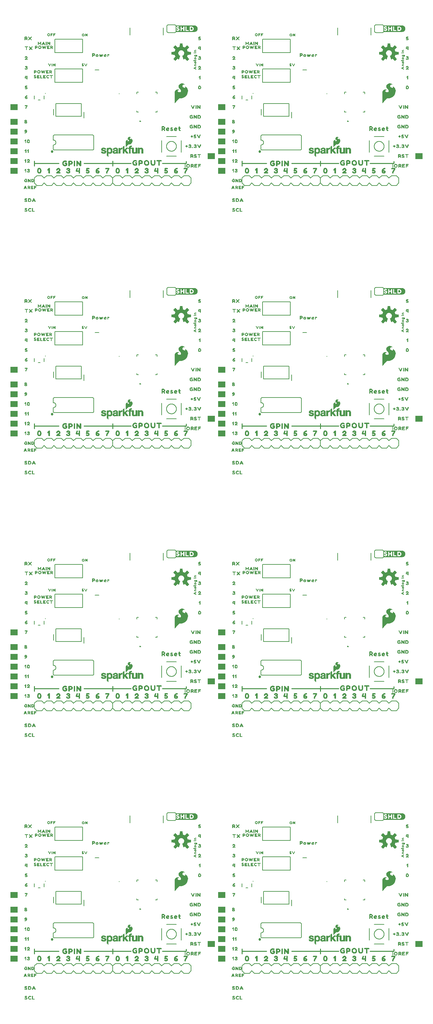
<source format=gto>
G04 EAGLE Gerber RS-274X export*
G75*
%MOMM*%
%FSLAX34Y34*%
%LPD*%
%INSilkscreen Top*%
%IPPOS*%
%AMOC8*
5,1,8,0,0,1.08239X$1,22.5*%
G01*
%ADD10C,0.254000*%
%ADD11R,1.905000X1.524000*%
%ADD12C,0.203200*%
%ADD13C,0.254000*%
%ADD14C,0.323106*%
%ADD15C,0.200000*%
%ADD16C,0.127000*%

G36*
X459925Y1168650D02*
X459925Y1168650D01*
X459981Y1168650D01*
X460009Y1168665D01*
X460041Y1168670D01*
X460100Y1168710D01*
X460136Y1168728D01*
X460145Y1168740D01*
X460161Y1168751D01*
X464469Y1173059D01*
X464486Y1173086D01*
X464510Y1173107D01*
X464531Y1173159D01*
X464560Y1173206D01*
X464563Y1173238D01*
X464575Y1173268D01*
X464572Y1173323D01*
X464577Y1173379D01*
X464565Y1173409D01*
X464563Y1173441D01*
X464529Y1173504D01*
X464515Y1173541D01*
X464504Y1173551D01*
X464495Y1173568D01*
X459528Y1179659D01*
X460717Y1181969D01*
X460724Y1181995D01*
X460741Y1182027D01*
X461533Y1184501D01*
X469352Y1185295D01*
X469383Y1185305D01*
X469415Y1185306D01*
X469464Y1185333D01*
X469516Y1185351D01*
X469539Y1185374D01*
X469567Y1185389D01*
X469599Y1185435D01*
X469638Y1185474D01*
X469648Y1185505D01*
X469667Y1185531D01*
X469680Y1185601D01*
X469693Y1185639D01*
X469691Y1185654D01*
X469694Y1185673D01*
X469694Y1191767D01*
X469687Y1191798D01*
X469689Y1191830D01*
X469667Y1191881D01*
X469655Y1191936D01*
X469634Y1191960D01*
X469622Y1191990D01*
X469580Y1192026D01*
X469545Y1192069D01*
X469515Y1192082D01*
X469491Y1192103D01*
X469422Y1192124D01*
X469386Y1192140D01*
X469371Y1192140D01*
X469352Y1192145D01*
X461533Y1192939D01*
X460741Y1195413D01*
X460728Y1195436D01*
X460717Y1195471D01*
X459528Y1197781D01*
X464495Y1203872D01*
X464509Y1203900D01*
X464530Y1203924D01*
X464546Y1203977D01*
X464571Y1204027D01*
X464571Y1204059D01*
X464580Y1204090D01*
X464570Y1204145D01*
X464570Y1204201D01*
X464555Y1204229D01*
X464550Y1204261D01*
X464510Y1204320D01*
X464492Y1204356D01*
X464480Y1204365D01*
X464469Y1204381D01*
X460161Y1208689D01*
X460134Y1208706D01*
X460113Y1208730D01*
X460061Y1208751D01*
X460014Y1208780D01*
X459982Y1208783D01*
X459952Y1208795D01*
X459897Y1208792D01*
X459841Y1208797D01*
X459811Y1208785D01*
X459779Y1208783D01*
X459716Y1208749D01*
X459679Y1208735D01*
X459669Y1208724D01*
X459652Y1208715D01*
X453561Y1203748D01*
X451251Y1204937D01*
X451225Y1204944D01*
X451193Y1204961D01*
X448719Y1205753D01*
X447925Y1213572D01*
X447917Y1213598D01*
X447916Y1213610D01*
X447915Y1213613D01*
X447914Y1213635D01*
X447887Y1213684D01*
X447869Y1213736D01*
X447846Y1213759D01*
X447831Y1213787D01*
X447785Y1213819D01*
X447746Y1213858D01*
X447715Y1213868D01*
X447689Y1213887D01*
X447619Y1213900D01*
X447581Y1213913D01*
X447566Y1213911D01*
X447547Y1213914D01*
X441453Y1213914D01*
X441422Y1213907D01*
X441390Y1213909D01*
X441339Y1213887D01*
X441284Y1213875D01*
X441260Y1213854D01*
X441230Y1213842D01*
X441194Y1213800D01*
X441151Y1213765D01*
X441138Y1213735D01*
X441117Y1213711D01*
X441096Y1213642D01*
X441080Y1213606D01*
X441080Y1213591D01*
X441078Y1213584D01*
X441077Y1213582D01*
X441077Y1213581D01*
X441075Y1213572D01*
X440281Y1205753D01*
X437807Y1204961D01*
X437784Y1204948D01*
X437749Y1204937D01*
X435439Y1203748D01*
X429348Y1208715D01*
X429320Y1208729D01*
X429296Y1208750D01*
X429243Y1208766D01*
X429193Y1208791D01*
X429161Y1208791D01*
X429130Y1208800D01*
X429075Y1208790D01*
X429019Y1208790D01*
X428991Y1208775D01*
X428959Y1208770D01*
X428900Y1208730D01*
X428865Y1208712D01*
X428855Y1208700D01*
X428839Y1208689D01*
X424531Y1204381D01*
X424514Y1204354D01*
X424490Y1204333D01*
X424469Y1204281D01*
X424440Y1204234D01*
X424437Y1204202D01*
X424425Y1204172D01*
X424429Y1204117D01*
X424423Y1204061D01*
X424435Y1204031D01*
X424437Y1203999D01*
X424471Y1203936D01*
X424485Y1203899D01*
X424496Y1203889D01*
X424505Y1203872D01*
X429472Y1197781D01*
X428283Y1195471D01*
X428276Y1195445D01*
X428259Y1195413D01*
X427467Y1192939D01*
X419648Y1192145D01*
X419617Y1192135D01*
X419585Y1192134D01*
X419536Y1192107D01*
X419484Y1192089D01*
X419461Y1192066D01*
X419433Y1192051D01*
X419401Y1192005D01*
X419362Y1191966D01*
X419352Y1191935D01*
X419333Y1191909D01*
X419320Y1191839D01*
X419307Y1191801D01*
X419309Y1191786D01*
X419306Y1191767D01*
X419306Y1185673D01*
X419313Y1185642D01*
X419311Y1185610D01*
X419333Y1185559D01*
X419345Y1185504D01*
X419366Y1185480D01*
X419378Y1185450D01*
X419420Y1185414D01*
X419455Y1185371D01*
X419485Y1185358D01*
X419509Y1185337D01*
X419578Y1185316D01*
X419614Y1185300D01*
X419629Y1185300D01*
X419648Y1185295D01*
X427467Y1184501D01*
X428259Y1182027D01*
X428272Y1182004D01*
X428283Y1181969D01*
X429472Y1179659D01*
X424505Y1173568D01*
X424491Y1173540D01*
X424470Y1173516D01*
X424454Y1173463D01*
X424429Y1173413D01*
X424429Y1173381D01*
X424420Y1173350D01*
X424430Y1173295D01*
X424430Y1173239D01*
X424445Y1173211D01*
X424450Y1173179D01*
X424490Y1173120D01*
X424508Y1173085D01*
X424520Y1173075D01*
X424531Y1173059D01*
X428839Y1168751D01*
X428866Y1168734D01*
X428887Y1168710D01*
X428939Y1168689D01*
X428986Y1168660D01*
X429018Y1168657D01*
X429048Y1168645D01*
X429103Y1168649D01*
X429159Y1168643D01*
X429189Y1168655D01*
X429221Y1168657D01*
X429284Y1168691D01*
X429321Y1168705D01*
X429331Y1168716D01*
X429348Y1168725D01*
X435439Y1173692D01*
X437748Y1172502D01*
X437812Y1172486D01*
X437875Y1172463D01*
X437896Y1172465D01*
X437916Y1172460D01*
X437981Y1172474D01*
X438047Y1172481D01*
X438065Y1172492D01*
X438085Y1172497D01*
X438137Y1172538D01*
X438193Y1172574D01*
X438206Y1172593D01*
X438221Y1172605D01*
X438237Y1172640D01*
X438273Y1172694D01*
X441861Y1181356D01*
X441867Y1181389D01*
X441881Y1181418D01*
X441880Y1181473D01*
X441889Y1181527D01*
X441880Y1181559D01*
X441880Y1181591D01*
X441855Y1181640D01*
X441839Y1181693D01*
X441816Y1181717D01*
X441802Y1181746D01*
X441747Y1181791D01*
X441720Y1181819D01*
X441705Y1181825D01*
X441689Y1181837D01*
X440371Y1182542D01*
X439245Y1183466D01*
X438321Y1184592D01*
X437635Y1185876D01*
X437212Y1187270D01*
X437069Y1188719D01*
X437226Y1190238D01*
X437689Y1191691D01*
X438440Y1193020D01*
X439446Y1194167D01*
X440665Y1195084D01*
X442046Y1195734D01*
X443530Y1196087D01*
X445055Y1196130D01*
X446557Y1195860D01*
X447972Y1195290D01*
X449240Y1194442D01*
X450309Y1193353D01*
X451133Y1192069D01*
X451677Y1190643D01*
X451919Y1189137D01*
X451847Y1187613D01*
X451466Y1186135D01*
X450792Y1184767D01*
X449852Y1183565D01*
X448686Y1182581D01*
X447309Y1181837D01*
X447286Y1181816D01*
X447257Y1181802D01*
X447221Y1181759D01*
X447180Y1181722D01*
X447168Y1181692D01*
X447148Y1181668D01*
X447135Y1181613D01*
X447114Y1181561D01*
X447117Y1181529D01*
X447110Y1181498D01*
X447124Y1181427D01*
X447127Y1181388D01*
X447135Y1181375D01*
X447139Y1181356D01*
X450727Y1172694D01*
X450766Y1172640D01*
X450798Y1172583D01*
X450815Y1172571D01*
X450828Y1172554D01*
X450886Y1172523D01*
X450941Y1172485D01*
X450962Y1172482D01*
X450981Y1172472D01*
X451047Y1172471D01*
X451113Y1172461D01*
X451136Y1172468D01*
X451154Y1172467D01*
X451189Y1172484D01*
X451252Y1172502D01*
X453561Y1173692D01*
X459652Y1168725D01*
X459680Y1168711D01*
X459704Y1168690D01*
X459757Y1168674D01*
X459807Y1168649D01*
X459839Y1168649D01*
X459870Y1168640D01*
X459925Y1168650D01*
G37*
G36*
X998405Y487930D02*
X998405Y487930D01*
X998461Y487930D01*
X998489Y487945D01*
X998521Y487950D01*
X998580Y487990D01*
X998616Y488008D01*
X998625Y488020D01*
X998641Y488031D01*
X1002949Y492339D01*
X1002966Y492366D01*
X1002990Y492387D01*
X1003011Y492439D01*
X1003040Y492486D01*
X1003043Y492518D01*
X1003055Y492548D01*
X1003052Y492603D01*
X1003057Y492659D01*
X1003045Y492689D01*
X1003043Y492721D01*
X1003009Y492784D01*
X1002995Y492821D01*
X1002984Y492831D01*
X1002975Y492848D01*
X998008Y498939D01*
X999197Y501249D01*
X999204Y501275D01*
X999221Y501307D01*
X1000013Y503781D01*
X1007832Y504575D01*
X1007863Y504585D01*
X1007895Y504586D01*
X1007944Y504613D01*
X1007996Y504631D01*
X1008019Y504654D01*
X1008047Y504669D01*
X1008079Y504715D01*
X1008118Y504754D01*
X1008128Y504785D01*
X1008147Y504811D01*
X1008160Y504881D01*
X1008173Y504919D01*
X1008171Y504934D01*
X1008174Y504953D01*
X1008174Y511047D01*
X1008167Y511078D01*
X1008169Y511110D01*
X1008147Y511161D01*
X1008135Y511216D01*
X1008114Y511240D01*
X1008102Y511270D01*
X1008060Y511306D01*
X1008025Y511349D01*
X1007995Y511362D01*
X1007971Y511383D01*
X1007902Y511404D01*
X1007866Y511420D01*
X1007851Y511420D01*
X1007832Y511425D01*
X1000013Y512219D01*
X999221Y514693D01*
X999208Y514716D01*
X999197Y514751D01*
X998008Y517061D01*
X1002975Y523152D01*
X1002989Y523180D01*
X1003010Y523204D01*
X1003026Y523257D01*
X1003051Y523307D01*
X1003051Y523339D01*
X1003060Y523370D01*
X1003050Y523425D01*
X1003050Y523481D01*
X1003035Y523509D01*
X1003030Y523541D01*
X1002990Y523600D01*
X1002972Y523636D01*
X1002960Y523645D01*
X1002949Y523661D01*
X998641Y527969D01*
X998614Y527986D01*
X998593Y528010D01*
X998541Y528031D01*
X998494Y528060D01*
X998462Y528063D01*
X998432Y528075D01*
X998377Y528072D01*
X998321Y528077D01*
X998291Y528065D01*
X998259Y528063D01*
X998196Y528029D01*
X998159Y528015D01*
X998149Y528004D01*
X998132Y527995D01*
X992041Y523028D01*
X989731Y524217D01*
X989705Y524224D01*
X989673Y524241D01*
X987199Y525033D01*
X986405Y532852D01*
X986397Y532878D01*
X986396Y532890D01*
X986395Y532893D01*
X986394Y532915D01*
X986367Y532964D01*
X986349Y533016D01*
X986326Y533039D01*
X986311Y533067D01*
X986265Y533099D01*
X986226Y533138D01*
X986195Y533148D01*
X986169Y533167D01*
X986099Y533180D01*
X986061Y533193D01*
X986046Y533191D01*
X986027Y533194D01*
X979933Y533194D01*
X979902Y533187D01*
X979870Y533189D01*
X979819Y533167D01*
X979764Y533155D01*
X979740Y533134D01*
X979710Y533122D01*
X979674Y533080D01*
X979631Y533045D01*
X979618Y533015D01*
X979597Y532991D01*
X979576Y532922D01*
X979560Y532886D01*
X979560Y532871D01*
X979558Y532864D01*
X979557Y532862D01*
X979557Y532861D01*
X979555Y532852D01*
X978761Y525033D01*
X976287Y524241D01*
X976264Y524228D01*
X976229Y524217D01*
X973919Y523028D01*
X967828Y527995D01*
X967800Y528009D01*
X967776Y528030D01*
X967723Y528046D01*
X967673Y528071D01*
X967641Y528071D01*
X967610Y528080D01*
X967555Y528070D01*
X967499Y528070D01*
X967471Y528055D01*
X967439Y528050D01*
X967380Y528010D01*
X967345Y527992D01*
X967335Y527980D01*
X967319Y527969D01*
X963011Y523661D01*
X962994Y523634D01*
X962970Y523613D01*
X962949Y523561D01*
X962920Y523514D01*
X962917Y523482D01*
X962905Y523452D01*
X962909Y523397D01*
X962903Y523341D01*
X962915Y523311D01*
X962917Y523279D01*
X962951Y523216D01*
X962965Y523179D01*
X962976Y523169D01*
X962985Y523152D01*
X967952Y517061D01*
X966763Y514751D01*
X966756Y514725D01*
X966739Y514693D01*
X965947Y512219D01*
X958128Y511425D01*
X958097Y511415D01*
X958065Y511414D01*
X958016Y511387D01*
X957964Y511369D01*
X957941Y511346D01*
X957913Y511331D01*
X957881Y511285D01*
X957842Y511246D01*
X957832Y511215D01*
X957813Y511189D01*
X957800Y511119D01*
X957787Y511081D01*
X957789Y511066D01*
X957786Y511047D01*
X957786Y504953D01*
X957793Y504922D01*
X957791Y504890D01*
X957813Y504839D01*
X957825Y504784D01*
X957846Y504760D01*
X957858Y504730D01*
X957900Y504694D01*
X957935Y504651D01*
X957965Y504638D01*
X957989Y504617D01*
X958058Y504596D01*
X958094Y504580D01*
X958109Y504580D01*
X958128Y504575D01*
X965947Y503781D01*
X966739Y501307D01*
X966752Y501284D01*
X966763Y501249D01*
X967952Y498939D01*
X962985Y492848D01*
X962971Y492820D01*
X962950Y492796D01*
X962934Y492743D01*
X962909Y492693D01*
X962909Y492661D01*
X962900Y492630D01*
X962910Y492575D01*
X962910Y492519D01*
X962925Y492491D01*
X962930Y492459D01*
X962970Y492400D01*
X962988Y492365D01*
X963000Y492355D01*
X963011Y492339D01*
X967319Y488031D01*
X967346Y488014D01*
X967367Y487990D01*
X967419Y487969D01*
X967466Y487940D01*
X967498Y487937D01*
X967528Y487925D01*
X967583Y487929D01*
X967639Y487923D01*
X967669Y487935D01*
X967701Y487937D01*
X967764Y487971D01*
X967801Y487985D01*
X967811Y487996D01*
X967828Y488005D01*
X973919Y492972D01*
X976228Y491782D01*
X976292Y491766D01*
X976355Y491743D01*
X976376Y491745D01*
X976396Y491740D01*
X976461Y491754D01*
X976527Y491761D01*
X976545Y491772D01*
X976565Y491777D01*
X976617Y491818D01*
X976673Y491854D01*
X976686Y491873D01*
X976701Y491885D01*
X976717Y491920D01*
X976753Y491974D01*
X980341Y500636D01*
X980347Y500669D01*
X980361Y500698D01*
X980360Y500753D01*
X980369Y500807D01*
X980360Y500839D01*
X980360Y500871D01*
X980335Y500920D01*
X980319Y500973D01*
X980296Y500997D01*
X980282Y501026D01*
X980227Y501071D01*
X980200Y501099D01*
X980185Y501105D01*
X980169Y501117D01*
X978851Y501822D01*
X977725Y502746D01*
X976801Y503872D01*
X976115Y505156D01*
X975692Y506550D01*
X975549Y507999D01*
X975706Y509518D01*
X976169Y510971D01*
X976920Y512300D01*
X977926Y513447D01*
X979145Y514364D01*
X980526Y515014D01*
X982010Y515367D01*
X983535Y515410D01*
X985037Y515140D01*
X986452Y514570D01*
X987720Y513722D01*
X988789Y512633D01*
X989613Y511349D01*
X990157Y509923D01*
X990399Y508417D01*
X990327Y506893D01*
X989946Y505415D01*
X989272Y504047D01*
X988332Y502845D01*
X987166Y501861D01*
X985789Y501117D01*
X985766Y501096D01*
X985737Y501082D01*
X985701Y501039D01*
X985660Y501002D01*
X985648Y500972D01*
X985628Y500948D01*
X985615Y500893D01*
X985594Y500841D01*
X985597Y500809D01*
X985590Y500778D01*
X985604Y500707D01*
X985607Y500668D01*
X985615Y500655D01*
X985619Y500636D01*
X989207Y491974D01*
X989246Y491920D01*
X989278Y491863D01*
X989295Y491851D01*
X989308Y491834D01*
X989366Y491803D01*
X989421Y491765D01*
X989442Y491762D01*
X989461Y491752D01*
X989527Y491751D01*
X989593Y491741D01*
X989616Y491748D01*
X989634Y491747D01*
X989669Y491764D01*
X989732Y491782D01*
X992041Y492972D01*
X998132Y488005D01*
X998160Y487991D01*
X998184Y487970D01*
X998237Y487954D01*
X998287Y487929D01*
X998319Y487929D01*
X998350Y487920D01*
X998405Y487930D01*
G37*
G36*
X459925Y487930D02*
X459925Y487930D01*
X459981Y487930D01*
X460009Y487945D01*
X460041Y487950D01*
X460100Y487990D01*
X460136Y488008D01*
X460145Y488020D01*
X460161Y488031D01*
X464469Y492339D01*
X464486Y492366D01*
X464510Y492387D01*
X464531Y492439D01*
X464560Y492486D01*
X464563Y492518D01*
X464575Y492548D01*
X464572Y492603D01*
X464577Y492659D01*
X464565Y492689D01*
X464563Y492721D01*
X464529Y492784D01*
X464515Y492821D01*
X464504Y492831D01*
X464495Y492848D01*
X459528Y498939D01*
X460717Y501249D01*
X460724Y501275D01*
X460741Y501307D01*
X461533Y503781D01*
X469352Y504575D01*
X469383Y504585D01*
X469415Y504586D01*
X469464Y504613D01*
X469516Y504631D01*
X469539Y504654D01*
X469567Y504669D01*
X469599Y504715D01*
X469638Y504754D01*
X469648Y504785D01*
X469667Y504811D01*
X469680Y504881D01*
X469693Y504919D01*
X469691Y504934D01*
X469694Y504953D01*
X469694Y511047D01*
X469687Y511078D01*
X469689Y511110D01*
X469667Y511161D01*
X469655Y511216D01*
X469634Y511240D01*
X469622Y511270D01*
X469580Y511306D01*
X469545Y511349D01*
X469515Y511362D01*
X469491Y511383D01*
X469422Y511404D01*
X469386Y511420D01*
X469371Y511420D01*
X469352Y511425D01*
X461533Y512219D01*
X460741Y514693D01*
X460728Y514716D01*
X460717Y514751D01*
X459528Y517061D01*
X464495Y523152D01*
X464509Y523180D01*
X464530Y523204D01*
X464546Y523257D01*
X464571Y523307D01*
X464571Y523339D01*
X464580Y523370D01*
X464570Y523425D01*
X464570Y523481D01*
X464555Y523509D01*
X464550Y523541D01*
X464510Y523600D01*
X464492Y523636D01*
X464480Y523645D01*
X464469Y523661D01*
X460161Y527969D01*
X460134Y527986D01*
X460113Y528010D01*
X460061Y528031D01*
X460014Y528060D01*
X459982Y528063D01*
X459952Y528075D01*
X459897Y528072D01*
X459841Y528077D01*
X459811Y528065D01*
X459779Y528063D01*
X459716Y528029D01*
X459679Y528015D01*
X459669Y528004D01*
X459652Y527995D01*
X453561Y523028D01*
X451251Y524217D01*
X451225Y524224D01*
X451193Y524241D01*
X448719Y525033D01*
X447925Y532852D01*
X447917Y532878D01*
X447916Y532890D01*
X447915Y532893D01*
X447914Y532915D01*
X447887Y532964D01*
X447869Y533016D01*
X447846Y533039D01*
X447831Y533067D01*
X447785Y533099D01*
X447746Y533138D01*
X447715Y533148D01*
X447689Y533167D01*
X447619Y533180D01*
X447581Y533193D01*
X447566Y533191D01*
X447547Y533194D01*
X441453Y533194D01*
X441422Y533187D01*
X441390Y533189D01*
X441339Y533167D01*
X441284Y533155D01*
X441260Y533134D01*
X441230Y533122D01*
X441194Y533080D01*
X441151Y533045D01*
X441138Y533015D01*
X441117Y532991D01*
X441096Y532922D01*
X441080Y532886D01*
X441080Y532871D01*
X441078Y532864D01*
X441077Y532862D01*
X441077Y532861D01*
X441075Y532852D01*
X440281Y525033D01*
X437807Y524241D01*
X437784Y524228D01*
X437749Y524217D01*
X435439Y523028D01*
X429348Y527995D01*
X429320Y528009D01*
X429296Y528030D01*
X429243Y528046D01*
X429193Y528071D01*
X429161Y528071D01*
X429130Y528080D01*
X429075Y528070D01*
X429019Y528070D01*
X428991Y528055D01*
X428959Y528050D01*
X428900Y528010D01*
X428865Y527992D01*
X428855Y527980D01*
X428839Y527969D01*
X424531Y523661D01*
X424514Y523634D01*
X424490Y523613D01*
X424469Y523561D01*
X424440Y523514D01*
X424437Y523482D01*
X424425Y523452D01*
X424429Y523397D01*
X424423Y523341D01*
X424435Y523311D01*
X424437Y523279D01*
X424471Y523216D01*
X424485Y523179D01*
X424496Y523169D01*
X424505Y523152D01*
X429472Y517061D01*
X428283Y514751D01*
X428276Y514725D01*
X428259Y514693D01*
X427467Y512219D01*
X419648Y511425D01*
X419617Y511415D01*
X419585Y511414D01*
X419536Y511387D01*
X419484Y511369D01*
X419461Y511346D01*
X419433Y511331D01*
X419401Y511285D01*
X419362Y511246D01*
X419352Y511215D01*
X419333Y511189D01*
X419320Y511119D01*
X419307Y511081D01*
X419309Y511066D01*
X419306Y511047D01*
X419306Y504953D01*
X419313Y504922D01*
X419311Y504890D01*
X419333Y504839D01*
X419345Y504784D01*
X419366Y504760D01*
X419378Y504730D01*
X419420Y504694D01*
X419455Y504651D01*
X419485Y504638D01*
X419509Y504617D01*
X419578Y504596D01*
X419614Y504580D01*
X419629Y504580D01*
X419648Y504575D01*
X427467Y503781D01*
X428259Y501307D01*
X428272Y501284D01*
X428283Y501249D01*
X429472Y498939D01*
X424505Y492848D01*
X424491Y492820D01*
X424470Y492796D01*
X424454Y492743D01*
X424429Y492693D01*
X424429Y492661D01*
X424420Y492630D01*
X424430Y492575D01*
X424430Y492519D01*
X424445Y492491D01*
X424450Y492459D01*
X424490Y492400D01*
X424508Y492365D01*
X424520Y492355D01*
X424531Y492339D01*
X428839Y488031D01*
X428866Y488014D01*
X428887Y487990D01*
X428939Y487969D01*
X428986Y487940D01*
X429018Y487937D01*
X429048Y487925D01*
X429103Y487929D01*
X429159Y487923D01*
X429189Y487935D01*
X429221Y487937D01*
X429284Y487971D01*
X429321Y487985D01*
X429331Y487996D01*
X429348Y488005D01*
X435439Y492972D01*
X437748Y491782D01*
X437812Y491766D01*
X437875Y491743D01*
X437896Y491745D01*
X437916Y491740D01*
X437981Y491754D01*
X438047Y491761D01*
X438065Y491772D01*
X438085Y491777D01*
X438137Y491818D01*
X438193Y491854D01*
X438206Y491873D01*
X438221Y491885D01*
X438237Y491920D01*
X438273Y491974D01*
X441861Y500636D01*
X441867Y500669D01*
X441881Y500698D01*
X441880Y500753D01*
X441889Y500807D01*
X441880Y500839D01*
X441880Y500871D01*
X441855Y500920D01*
X441839Y500973D01*
X441816Y500997D01*
X441802Y501026D01*
X441747Y501071D01*
X441720Y501099D01*
X441705Y501105D01*
X441689Y501117D01*
X440371Y501822D01*
X439245Y502746D01*
X438321Y503872D01*
X437635Y505156D01*
X437212Y506550D01*
X437069Y507999D01*
X437226Y509518D01*
X437689Y510971D01*
X438440Y512300D01*
X439446Y513447D01*
X440665Y514364D01*
X442046Y515014D01*
X443530Y515367D01*
X445055Y515410D01*
X446557Y515140D01*
X447972Y514570D01*
X449240Y513722D01*
X450309Y512633D01*
X451133Y511349D01*
X451677Y509923D01*
X451919Y508417D01*
X451847Y506893D01*
X451466Y505415D01*
X450792Y504047D01*
X449852Y502845D01*
X448686Y501861D01*
X447309Y501117D01*
X447286Y501096D01*
X447257Y501082D01*
X447221Y501039D01*
X447180Y501002D01*
X447168Y500972D01*
X447148Y500948D01*
X447135Y500893D01*
X447114Y500841D01*
X447117Y500809D01*
X447110Y500778D01*
X447124Y500707D01*
X447127Y500668D01*
X447135Y500655D01*
X447139Y500636D01*
X450727Y491974D01*
X450766Y491920D01*
X450798Y491863D01*
X450815Y491851D01*
X450828Y491834D01*
X450886Y491803D01*
X450941Y491765D01*
X450962Y491762D01*
X450981Y491752D01*
X451047Y491751D01*
X451113Y491741D01*
X451136Y491748D01*
X451154Y491747D01*
X451189Y491764D01*
X451252Y491782D01*
X453561Y492972D01*
X459652Y488005D01*
X459680Y487991D01*
X459704Y487970D01*
X459757Y487954D01*
X459807Y487929D01*
X459839Y487929D01*
X459870Y487920D01*
X459925Y487930D01*
G37*
G36*
X459925Y2530090D02*
X459925Y2530090D01*
X459981Y2530090D01*
X460009Y2530105D01*
X460041Y2530110D01*
X460100Y2530150D01*
X460136Y2530168D01*
X460145Y2530180D01*
X460161Y2530191D01*
X464469Y2534499D01*
X464486Y2534526D01*
X464510Y2534547D01*
X464531Y2534599D01*
X464560Y2534646D01*
X464563Y2534678D01*
X464575Y2534708D01*
X464572Y2534763D01*
X464577Y2534819D01*
X464565Y2534849D01*
X464563Y2534881D01*
X464529Y2534944D01*
X464515Y2534981D01*
X464504Y2534991D01*
X464495Y2535008D01*
X459528Y2541099D01*
X460717Y2543409D01*
X460724Y2543435D01*
X460741Y2543467D01*
X461533Y2545941D01*
X469352Y2546735D01*
X469383Y2546745D01*
X469415Y2546746D01*
X469464Y2546773D01*
X469516Y2546791D01*
X469539Y2546814D01*
X469567Y2546829D01*
X469599Y2546875D01*
X469638Y2546914D01*
X469648Y2546945D01*
X469667Y2546971D01*
X469680Y2547041D01*
X469693Y2547079D01*
X469691Y2547094D01*
X469694Y2547113D01*
X469694Y2553207D01*
X469687Y2553238D01*
X469689Y2553270D01*
X469667Y2553321D01*
X469655Y2553376D01*
X469634Y2553400D01*
X469622Y2553430D01*
X469580Y2553466D01*
X469545Y2553509D01*
X469515Y2553522D01*
X469491Y2553543D01*
X469422Y2553564D01*
X469386Y2553580D01*
X469371Y2553580D01*
X469352Y2553585D01*
X461533Y2554379D01*
X460741Y2556853D01*
X460728Y2556876D01*
X460717Y2556911D01*
X459528Y2559221D01*
X464495Y2565312D01*
X464509Y2565340D01*
X464530Y2565364D01*
X464546Y2565417D01*
X464571Y2565467D01*
X464571Y2565499D01*
X464580Y2565530D01*
X464570Y2565585D01*
X464570Y2565641D01*
X464555Y2565669D01*
X464550Y2565701D01*
X464510Y2565760D01*
X464492Y2565796D01*
X464480Y2565805D01*
X464469Y2565821D01*
X460161Y2570129D01*
X460134Y2570146D01*
X460113Y2570170D01*
X460061Y2570191D01*
X460014Y2570220D01*
X459982Y2570223D01*
X459952Y2570235D01*
X459897Y2570232D01*
X459841Y2570237D01*
X459811Y2570225D01*
X459779Y2570223D01*
X459716Y2570189D01*
X459679Y2570175D01*
X459669Y2570164D01*
X459652Y2570155D01*
X453561Y2565188D01*
X451251Y2566377D01*
X451225Y2566384D01*
X451193Y2566401D01*
X448719Y2567193D01*
X447925Y2575012D01*
X447917Y2575038D01*
X447916Y2575050D01*
X447915Y2575053D01*
X447914Y2575075D01*
X447887Y2575124D01*
X447869Y2575176D01*
X447846Y2575199D01*
X447831Y2575227D01*
X447785Y2575259D01*
X447746Y2575298D01*
X447715Y2575308D01*
X447689Y2575327D01*
X447619Y2575340D01*
X447581Y2575353D01*
X447566Y2575351D01*
X447547Y2575354D01*
X441453Y2575354D01*
X441422Y2575347D01*
X441390Y2575349D01*
X441339Y2575327D01*
X441284Y2575315D01*
X441260Y2575294D01*
X441230Y2575282D01*
X441194Y2575240D01*
X441151Y2575205D01*
X441138Y2575175D01*
X441117Y2575151D01*
X441096Y2575082D01*
X441080Y2575046D01*
X441080Y2575031D01*
X441078Y2575024D01*
X441077Y2575022D01*
X441077Y2575021D01*
X441075Y2575012D01*
X440281Y2567193D01*
X437807Y2566401D01*
X437784Y2566388D01*
X437749Y2566377D01*
X435439Y2565188D01*
X429348Y2570155D01*
X429320Y2570169D01*
X429296Y2570190D01*
X429243Y2570206D01*
X429193Y2570231D01*
X429161Y2570231D01*
X429130Y2570240D01*
X429075Y2570230D01*
X429019Y2570230D01*
X428991Y2570215D01*
X428959Y2570210D01*
X428900Y2570170D01*
X428865Y2570152D01*
X428855Y2570140D01*
X428839Y2570129D01*
X424531Y2565821D01*
X424514Y2565794D01*
X424490Y2565773D01*
X424469Y2565721D01*
X424440Y2565674D01*
X424437Y2565642D01*
X424425Y2565612D01*
X424429Y2565557D01*
X424423Y2565501D01*
X424435Y2565471D01*
X424437Y2565439D01*
X424471Y2565376D01*
X424485Y2565339D01*
X424496Y2565329D01*
X424505Y2565312D01*
X429472Y2559221D01*
X428283Y2556911D01*
X428276Y2556885D01*
X428259Y2556853D01*
X427467Y2554379D01*
X419648Y2553585D01*
X419617Y2553575D01*
X419585Y2553574D01*
X419536Y2553547D01*
X419484Y2553529D01*
X419461Y2553506D01*
X419433Y2553491D01*
X419401Y2553445D01*
X419362Y2553406D01*
X419352Y2553375D01*
X419333Y2553349D01*
X419320Y2553279D01*
X419307Y2553241D01*
X419309Y2553226D01*
X419306Y2553207D01*
X419306Y2547113D01*
X419313Y2547082D01*
X419311Y2547050D01*
X419333Y2546999D01*
X419345Y2546944D01*
X419366Y2546920D01*
X419378Y2546890D01*
X419420Y2546854D01*
X419455Y2546811D01*
X419485Y2546798D01*
X419509Y2546777D01*
X419578Y2546756D01*
X419614Y2546740D01*
X419629Y2546740D01*
X419648Y2546735D01*
X427467Y2545941D01*
X428259Y2543467D01*
X428272Y2543444D01*
X428283Y2543409D01*
X429472Y2541099D01*
X424505Y2535008D01*
X424491Y2534980D01*
X424470Y2534956D01*
X424454Y2534903D01*
X424429Y2534853D01*
X424429Y2534821D01*
X424420Y2534790D01*
X424430Y2534735D01*
X424430Y2534679D01*
X424445Y2534651D01*
X424450Y2534619D01*
X424490Y2534560D01*
X424508Y2534525D01*
X424520Y2534515D01*
X424531Y2534499D01*
X428839Y2530191D01*
X428866Y2530174D01*
X428887Y2530150D01*
X428939Y2530129D01*
X428986Y2530100D01*
X429018Y2530097D01*
X429048Y2530085D01*
X429103Y2530089D01*
X429159Y2530083D01*
X429189Y2530095D01*
X429221Y2530097D01*
X429284Y2530131D01*
X429321Y2530145D01*
X429331Y2530156D01*
X429348Y2530165D01*
X435439Y2535132D01*
X437748Y2533942D01*
X437812Y2533926D01*
X437875Y2533903D01*
X437896Y2533905D01*
X437916Y2533900D01*
X437981Y2533914D01*
X438047Y2533921D01*
X438065Y2533932D01*
X438085Y2533937D01*
X438137Y2533978D01*
X438193Y2534014D01*
X438206Y2534033D01*
X438221Y2534045D01*
X438237Y2534080D01*
X438273Y2534134D01*
X441861Y2542796D01*
X441867Y2542829D01*
X441881Y2542858D01*
X441880Y2542913D01*
X441889Y2542967D01*
X441880Y2542999D01*
X441880Y2543031D01*
X441855Y2543080D01*
X441839Y2543133D01*
X441816Y2543157D01*
X441802Y2543186D01*
X441747Y2543231D01*
X441720Y2543259D01*
X441705Y2543265D01*
X441689Y2543277D01*
X440371Y2543982D01*
X439245Y2544906D01*
X438321Y2546032D01*
X437635Y2547316D01*
X437212Y2548710D01*
X437069Y2550159D01*
X437226Y2551678D01*
X437689Y2553131D01*
X438440Y2554460D01*
X439446Y2555607D01*
X440665Y2556524D01*
X442046Y2557174D01*
X443530Y2557527D01*
X445055Y2557570D01*
X446557Y2557300D01*
X447972Y2556730D01*
X449240Y2555882D01*
X450309Y2554793D01*
X451133Y2553509D01*
X451677Y2552083D01*
X451919Y2550577D01*
X451847Y2549053D01*
X451466Y2547575D01*
X450792Y2546207D01*
X449852Y2545005D01*
X448686Y2544021D01*
X447309Y2543277D01*
X447286Y2543256D01*
X447257Y2543242D01*
X447221Y2543199D01*
X447180Y2543162D01*
X447168Y2543132D01*
X447148Y2543108D01*
X447135Y2543053D01*
X447114Y2543001D01*
X447117Y2542969D01*
X447110Y2542938D01*
X447124Y2542867D01*
X447127Y2542828D01*
X447135Y2542815D01*
X447139Y2542796D01*
X450727Y2534134D01*
X450766Y2534080D01*
X450798Y2534023D01*
X450815Y2534011D01*
X450828Y2533994D01*
X450886Y2533963D01*
X450941Y2533925D01*
X450962Y2533922D01*
X450981Y2533912D01*
X451047Y2533911D01*
X451113Y2533901D01*
X451136Y2533908D01*
X451154Y2533907D01*
X451189Y2533924D01*
X451252Y2533942D01*
X453561Y2535132D01*
X459652Y2530165D01*
X459680Y2530151D01*
X459704Y2530130D01*
X459757Y2530114D01*
X459807Y2530089D01*
X459839Y2530089D01*
X459870Y2530080D01*
X459925Y2530090D01*
G37*
G36*
X998405Y2530090D02*
X998405Y2530090D01*
X998461Y2530090D01*
X998489Y2530105D01*
X998521Y2530110D01*
X998580Y2530150D01*
X998616Y2530168D01*
X998625Y2530180D01*
X998641Y2530191D01*
X1002949Y2534499D01*
X1002966Y2534526D01*
X1002990Y2534547D01*
X1003011Y2534599D01*
X1003040Y2534646D01*
X1003043Y2534678D01*
X1003055Y2534708D01*
X1003052Y2534763D01*
X1003057Y2534819D01*
X1003045Y2534849D01*
X1003043Y2534881D01*
X1003009Y2534944D01*
X1002995Y2534981D01*
X1002984Y2534991D01*
X1002975Y2535008D01*
X998008Y2541099D01*
X999197Y2543409D01*
X999204Y2543435D01*
X999221Y2543467D01*
X1000013Y2545941D01*
X1007832Y2546735D01*
X1007863Y2546745D01*
X1007895Y2546746D01*
X1007944Y2546773D01*
X1007996Y2546791D01*
X1008019Y2546814D01*
X1008047Y2546829D01*
X1008079Y2546875D01*
X1008118Y2546914D01*
X1008128Y2546945D01*
X1008147Y2546971D01*
X1008160Y2547041D01*
X1008173Y2547079D01*
X1008171Y2547094D01*
X1008174Y2547113D01*
X1008174Y2553207D01*
X1008167Y2553238D01*
X1008169Y2553270D01*
X1008147Y2553321D01*
X1008135Y2553376D01*
X1008114Y2553400D01*
X1008102Y2553430D01*
X1008060Y2553466D01*
X1008025Y2553509D01*
X1007995Y2553522D01*
X1007971Y2553543D01*
X1007902Y2553564D01*
X1007866Y2553580D01*
X1007851Y2553580D01*
X1007832Y2553585D01*
X1000013Y2554379D01*
X999221Y2556853D01*
X999208Y2556876D01*
X999197Y2556911D01*
X998008Y2559221D01*
X1002975Y2565312D01*
X1002989Y2565340D01*
X1003010Y2565364D01*
X1003026Y2565417D01*
X1003051Y2565467D01*
X1003051Y2565499D01*
X1003060Y2565530D01*
X1003050Y2565585D01*
X1003050Y2565641D01*
X1003035Y2565669D01*
X1003030Y2565701D01*
X1002990Y2565760D01*
X1002972Y2565796D01*
X1002960Y2565805D01*
X1002949Y2565821D01*
X998641Y2570129D01*
X998614Y2570146D01*
X998593Y2570170D01*
X998541Y2570191D01*
X998494Y2570220D01*
X998462Y2570223D01*
X998432Y2570235D01*
X998377Y2570232D01*
X998321Y2570237D01*
X998291Y2570225D01*
X998259Y2570223D01*
X998196Y2570189D01*
X998159Y2570175D01*
X998149Y2570164D01*
X998132Y2570155D01*
X992041Y2565188D01*
X989731Y2566377D01*
X989705Y2566384D01*
X989673Y2566401D01*
X987199Y2567193D01*
X986405Y2575012D01*
X986397Y2575038D01*
X986396Y2575050D01*
X986395Y2575053D01*
X986394Y2575075D01*
X986367Y2575124D01*
X986349Y2575176D01*
X986326Y2575199D01*
X986311Y2575227D01*
X986265Y2575259D01*
X986226Y2575298D01*
X986195Y2575308D01*
X986169Y2575327D01*
X986099Y2575340D01*
X986061Y2575353D01*
X986046Y2575351D01*
X986027Y2575354D01*
X979933Y2575354D01*
X979902Y2575347D01*
X979870Y2575349D01*
X979819Y2575327D01*
X979764Y2575315D01*
X979740Y2575294D01*
X979710Y2575282D01*
X979674Y2575240D01*
X979631Y2575205D01*
X979618Y2575175D01*
X979597Y2575151D01*
X979576Y2575082D01*
X979560Y2575046D01*
X979560Y2575031D01*
X979558Y2575024D01*
X979557Y2575022D01*
X979557Y2575021D01*
X979555Y2575012D01*
X978761Y2567193D01*
X976287Y2566401D01*
X976264Y2566388D01*
X976229Y2566377D01*
X973919Y2565188D01*
X967828Y2570155D01*
X967800Y2570169D01*
X967776Y2570190D01*
X967723Y2570206D01*
X967673Y2570231D01*
X967641Y2570231D01*
X967610Y2570240D01*
X967555Y2570230D01*
X967499Y2570230D01*
X967471Y2570215D01*
X967439Y2570210D01*
X967380Y2570170D01*
X967345Y2570152D01*
X967335Y2570140D01*
X967319Y2570129D01*
X963011Y2565821D01*
X962994Y2565794D01*
X962970Y2565773D01*
X962949Y2565721D01*
X962920Y2565674D01*
X962917Y2565642D01*
X962905Y2565612D01*
X962909Y2565557D01*
X962903Y2565501D01*
X962915Y2565471D01*
X962917Y2565439D01*
X962951Y2565376D01*
X962965Y2565339D01*
X962976Y2565329D01*
X962985Y2565312D01*
X967952Y2559221D01*
X966763Y2556911D01*
X966756Y2556885D01*
X966739Y2556853D01*
X965947Y2554379D01*
X958128Y2553585D01*
X958097Y2553575D01*
X958065Y2553574D01*
X958016Y2553547D01*
X957964Y2553529D01*
X957941Y2553506D01*
X957913Y2553491D01*
X957881Y2553445D01*
X957842Y2553406D01*
X957832Y2553375D01*
X957813Y2553349D01*
X957800Y2553279D01*
X957787Y2553241D01*
X957789Y2553226D01*
X957786Y2553207D01*
X957786Y2547113D01*
X957793Y2547082D01*
X957791Y2547050D01*
X957813Y2546999D01*
X957825Y2546944D01*
X957846Y2546920D01*
X957858Y2546890D01*
X957900Y2546854D01*
X957935Y2546811D01*
X957965Y2546798D01*
X957989Y2546777D01*
X958058Y2546756D01*
X958094Y2546740D01*
X958109Y2546740D01*
X958128Y2546735D01*
X965947Y2545941D01*
X966739Y2543467D01*
X966752Y2543444D01*
X966763Y2543409D01*
X967952Y2541099D01*
X962985Y2535008D01*
X962971Y2534980D01*
X962950Y2534956D01*
X962934Y2534903D01*
X962909Y2534853D01*
X962909Y2534821D01*
X962900Y2534790D01*
X962910Y2534735D01*
X962910Y2534679D01*
X962925Y2534651D01*
X962930Y2534619D01*
X962970Y2534560D01*
X962988Y2534525D01*
X963000Y2534515D01*
X963011Y2534499D01*
X967319Y2530191D01*
X967346Y2530174D01*
X967367Y2530150D01*
X967419Y2530129D01*
X967466Y2530100D01*
X967498Y2530097D01*
X967528Y2530085D01*
X967583Y2530089D01*
X967639Y2530083D01*
X967669Y2530095D01*
X967701Y2530097D01*
X967764Y2530131D01*
X967801Y2530145D01*
X967811Y2530156D01*
X967828Y2530165D01*
X973919Y2535132D01*
X976228Y2533942D01*
X976292Y2533926D01*
X976355Y2533903D01*
X976376Y2533905D01*
X976396Y2533900D01*
X976461Y2533914D01*
X976527Y2533921D01*
X976545Y2533932D01*
X976565Y2533937D01*
X976617Y2533978D01*
X976673Y2534014D01*
X976686Y2534033D01*
X976701Y2534045D01*
X976717Y2534080D01*
X976753Y2534134D01*
X980341Y2542796D01*
X980347Y2542829D01*
X980361Y2542858D01*
X980360Y2542913D01*
X980369Y2542967D01*
X980360Y2542999D01*
X980360Y2543031D01*
X980335Y2543080D01*
X980319Y2543133D01*
X980296Y2543157D01*
X980282Y2543186D01*
X980227Y2543231D01*
X980200Y2543259D01*
X980185Y2543265D01*
X980169Y2543277D01*
X978851Y2543982D01*
X977725Y2544906D01*
X976801Y2546032D01*
X976115Y2547316D01*
X975692Y2548710D01*
X975549Y2550159D01*
X975706Y2551678D01*
X976169Y2553131D01*
X976920Y2554460D01*
X977926Y2555607D01*
X979145Y2556524D01*
X980526Y2557174D01*
X982010Y2557527D01*
X983535Y2557570D01*
X985037Y2557300D01*
X986452Y2556730D01*
X987720Y2555882D01*
X988789Y2554793D01*
X989613Y2553509D01*
X990157Y2552083D01*
X990399Y2550577D01*
X990327Y2549053D01*
X989946Y2547575D01*
X989272Y2546207D01*
X988332Y2545005D01*
X987166Y2544021D01*
X985789Y2543277D01*
X985766Y2543256D01*
X985737Y2543242D01*
X985701Y2543199D01*
X985660Y2543162D01*
X985648Y2543132D01*
X985628Y2543108D01*
X985615Y2543053D01*
X985594Y2543001D01*
X985597Y2542969D01*
X985590Y2542938D01*
X985604Y2542867D01*
X985607Y2542828D01*
X985615Y2542815D01*
X985619Y2542796D01*
X989207Y2534134D01*
X989246Y2534080D01*
X989278Y2534023D01*
X989295Y2534011D01*
X989308Y2533994D01*
X989366Y2533963D01*
X989421Y2533925D01*
X989442Y2533922D01*
X989461Y2533912D01*
X989527Y2533911D01*
X989593Y2533901D01*
X989616Y2533908D01*
X989634Y2533907D01*
X989669Y2533924D01*
X989732Y2533942D01*
X992041Y2535132D01*
X998132Y2530165D01*
X998160Y2530151D01*
X998184Y2530130D01*
X998237Y2530114D01*
X998287Y2530089D01*
X998319Y2530089D01*
X998350Y2530080D01*
X998405Y2530090D01*
G37*
G36*
X459925Y1849370D02*
X459925Y1849370D01*
X459981Y1849370D01*
X460009Y1849385D01*
X460041Y1849390D01*
X460100Y1849430D01*
X460136Y1849448D01*
X460145Y1849460D01*
X460161Y1849471D01*
X464469Y1853779D01*
X464486Y1853806D01*
X464510Y1853827D01*
X464531Y1853879D01*
X464560Y1853926D01*
X464563Y1853958D01*
X464575Y1853988D01*
X464572Y1854043D01*
X464577Y1854099D01*
X464565Y1854129D01*
X464563Y1854161D01*
X464529Y1854224D01*
X464515Y1854261D01*
X464504Y1854271D01*
X464495Y1854288D01*
X459528Y1860379D01*
X460717Y1862689D01*
X460724Y1862715D01*
X460741Y1862747D01*
X461533Y1865221D01*
X469352Y1866015D01*
X469383Y1866025D01*
X469415Y1866026D01*
X469464Y1866053D01*
X469516Y1866071D01*
X469539Y1866094D01*
X469567Y1866109D01*
X469599Y1866155D01*
X469638Y1866194D01*
X469648Y1866225D01*
X469667Y1866251D01*
X469680Y1866321D01*
X469693Y1866359D01*
X469691Y1866374D01*
X469694Y1866393D01*
X469694Y1872487D01*
X469687Y1872518D01*
X469689Y1872550D01*
X469667Y1872601D01*
X469655Y1872656D01*
X469634Y1872680D01*
X469622Y1872710D01*
X469580Y1872746D01*
X469545Y1872789D01*
X469515Y1872802D01*
X469491Y1872823D01*
X469422Y1872844D01*
X469386Y1872860D01*
X469371Y1872860D01*
X469352Y1872865D01*
X461533Y1873659D01*
X460741Y1876133D01*
X460728Y1876156D01*
X460717Y1876191D01*
X459528Y1878501D01*
X464495Y1884592D01*
X464509Y1884620D01*
X464530Y1884644D01*
X464546Y1884697D01*
X464571Y1884747D01*
X464571Y1884779D01*
X464580Y1884810D01*
X464570Y1884865D01*
X464570Y1884921D01*
X464555Y1884949D01*
X464550Y1884981D01*
X464510Y1885040D01*
X464492Y1885076D01*
X464480Y1885085D01*
X464469Y1885101D01*
X460161Y1889409D01*
X460134Y1889426D01*
X460113Y1889450D01*
X460061Y1889471D01*
X460014Y1889500D01*
X459982Y1889503D01*
X459952Y1889515D01*
X459897Y1889512D01*
X459841Y1889517D01*
X459811Y1889505D01*
X459779Y1889503D01*
X459716Y1889469D01*
X459679Y1889455D01*
X459669Y1889444D01*
X459652Y1889435D01*
X453561Y1884468D01*
X451251Y1885657D01*
X451225Y1885664D01*
X451193Y1885681D01*
X448719Y1886473D01*
X447925Y1894292D01*
X447917Y1894318D01*
X447916Y1894330D01*
X447915Y1894333D01*
X447914Y1894355D01*
X447887Y1894404D01*
X447869Y1894456D01*
X447846Y1894479D01*
X447831Y1894507D01*
X447785Y1894539D01*
X447746Y1894578D01*
X447715Y1894588D01*
X447689Y1894607D01*
X447619Y1894620D01*
X447581Y1894633D01*
X447566Y1894631D01*
X447547Y1894634D01*
X441453Y1894634D01*
X441422Y1894627D01*
X441390Y1894629D01*
X441339Y1894607D01*
X441284Y1894595D01*
X441260Y1894574D01*
X441230Y1894562D01*
X441194Y1894520D01*
X441151Y1894485D01*
X441138Y1894455D01*
X441117Y1894431D01*
X441096Y1894362D01*
X441080Y1894326D01*
X441080Y1894311D01*
X441078Y1894304D01*
X441077Y1894302D01*
X441077Y1894301D01*
X441075Y1894292D01*
X440281Y1886473D01*
X437807Y1885681D01*
X437784Y1885668D01*
X437749Y1885657D01*
X435439Y1884468D01*
X429348Y1889435D01*
X429320Y1889449D01*
X429296Y1889470D01*
X429243Y1889486D01*
X429193Y1889511D01*
X429161Y1889511D01*
X429130Y1889520D01*
X429075Y1889510D01*
X429019Y1889510D01*
X428991Y1889495D01*
X428959Y1889490D01*
X428900Y1889450D01*
X428865Y1889432D01*
X428855Y1889420D01*
X428839Y1889409D01*
X424531Y1885101D01*
X424514Y1885074D01*
X424490Y1885053D01*
X424469Y1885001D01*
X424440Y1884954D01*
X424437Y1884922D01*
X424425Y1884892D01*
X424429Y1884837D01*
X424423Y1884781D01*
X424435Y1884751D01*
X424437Y1884719D01*
X424471Y1884656D01*
X424485Y1884619D01*
X424496Y1884609D01*
X424505Y1884592D01*
X429472Y1878501D01*
X428283Y1876191D01*
X428276Y1876165D01*
X428259Y1876133D01*
X427467Y1873659D01*
X419648Y1872865D01*
X419617Y1872855D01*
X419585Y1872854D01*
X419536Y1872827D01*
X419484Y1872809D01*
X419461Y1872786D01*
X419433Y1872771D01*
X419401Y1872725D01*
X419362Y1872686D01*
X419352Y1872655D01*
X419333Y1872629D01*
X419320Y1872559D01*
X419307Y1872521D01*
X419309Y1872506D01*
X419306Y1872487D01*
X419306Y1866393D01*
X419313Y1866362D01*
X419311Y1866330D01*
X419333Y1866279D01*
X419345Y1866224D01*
X419366Y1866200D01*
X419378Y1866170D01*
X419420Y1866134D01*
X419455Y1866091D01*
X419485Y1866078D01*
X419509Y1866057D01*
X419578Y1866036D01*
X419614Y1866020D01*
X419629Y1866020D01*
X419648Y1866015D01*
X427467Y1865221D01*
X428259Y1862747D01*
X428272Y1862724D01*
X428283Y1862689D01*
X429472Y1860379D01*
X424505Y1854288D01*
X424491Y1854260D01*
X424470Y1854236D01*
X424454Y1854183D01*
X424429Y1854133D01*
X424429Y1854101D01*
X424420Y1854070D01*
X424430Y1854015D01*
X424430Y1853959D01*
X424445Y1853931D01*
X424450Y1853899D01*
X424490Y1853840D01*
X424508Y1853805D01*
X424520Y1853795D01*
X424531Y1853779D01*
X428839Y1849471D01*
X428866Y1849454D01*
X428887Y1849430D01*
X428939Y1849409D01*
X428986Y1849380D01*
X429018Y1849377D01*
X429048Y1849365D01*
X429103Y1849369D01*
X429159Y1849363D01*
X429189Y1849375D01*
X429221Y1849377D01*
X429284Y1849411D01*
X429321Y1849425D01*
X429331Y1849436D01*
X429348Y1849445D01*
X435439Y1854412D01*
X437748Y1853222D01*
X437812Y1853206D01*
X437875Y1853183D01*
X437896Y1853185D01*
X437916Y1853180D01*
X437981Y1853194D01*
X438047Y1853201D01*
X438065Y1853212D01*
X438085Y1853217D01*
X438137Y1853258D01*
X438193Y1853294D01*
X438206Y1853313D01*
X438221Y1853325D01*
X438237Y1853360D01*
X438273Y1853414D01*
X441861Y1862076D01*
X441867Y1862109D01*
X441881Y1862138D01*
X441880Y1862193D01*
X441889Y1862247D01*
X441880Y1862279D01*
X441880Y1862311D01*
X441855Y1862360D01*
X441839Y1862413D01*
X441816Y1862437D01*
X441802Y1862466D01*
X441747Y1862511D01*
X441720Y1862539D01*
X441705Y1862545D01*
X441689Y1862557D01*
X440371Y1863262D01*
X439245Y1864186D01*
X438321Y1865312D01*
X437635Y1866596D01*
X437212Y1867990D01*
X437069Y1869439D01*
X437226Y1870958D01*
X437689Y1872411D01*
X438440Y1873740D01*
X439446Y1874887D01*
X440665Y1875804D01*
X442046Y1876454D01*
X443530Y1876807D01*
X445055Y1876850D01*
X446557Y1876580D01*
X447972Y1876010D01*
X449240Y1875162D01*
X450309Y1874073D01*
X451133Y1872789D01*
X451677Y1871363D01*
X451919Y1869857D01*
X451847Y1868333D01*
X451466Y1866855D01*
X450792Y1865487D01*
X449852Y1864285D01*
X448686Y1863301D01*
X447309Y1862557D01*
X447286Y1862536D01*
X447257Y1862522D01*
X447221Y1862479D01*
X447180Y1862442D01*
X447168Y1862412D01*
X447148Y1862388D01*
X447135Y1862333D01*
X447114Y1862281D01*
X447117Y1862249D01*
X447110Y1862218D01*
X447124Y1862147D01*
X447127Y1862108D01*
X447135Y1862095D01*
X447139Y1862076D01*
X450727Y1853414D01*
X450766Y1853360D01*
X450798Y1853303D01*
X450815Y1853291D01*
X450828Y1853274D01*
X450886Y1853243D01*
X450941Y1853205D01*
X450962Y1853202D01*
X450981Y1853192D01*
X451047Y1853191D01*
X451113Y1853181D01*
X451136Y1853188D01*
X451154Y1853187D01*
X451189Y1853204D01*
X451252Y1853222D01*
X453561Y1854412D01*
X459652Y1849445D01*
X459680Y1849431D01*
X459704Y1849410D01*
X459757Y1849394D01*
X459807Y1849369D01*
X459839Y1849369D01*
X459870Y1849360D01*
X459925Y1849370D01*
G37*
G36*
X998405Y1849370D02*
X998405Y1849370D01*
X998461Y1849370D01*
X998489Y1849385D01*
X998521Y1849390D01*
X998580Y1849430D01*
X998616Y1849448D01*
X998625Y1849460D01*
X998641Y1849471D01*
X1002949Y1853779D01*
X1002966Y1853806D01*
X1002990Y1853827D01*
X1003011Y1853879D01*
X1003040Y1853926D01*
X1003043Y1853958D01*
X1003055Y1853988D01*
X1003052Y1854043D01*
X1003057Y1854099D01*
X1003045Y1854129D01*
X1003043Y1854161D01*
X1003009Y1854224D01*
X1002995Y1854261D01*
X1002984Y1854271D01*
X1002975Y1854288D01*
X998008Y1860379D01*
X999197Y1862689D01*
X999204Y1862715D01*
X999221Y1862747D01*
X1000013Y1865221D01*
X1007832Y1866015D01*
X1007863Y1866025D01*
X1007895Y1866026D01*
X1007944Y1866053D01*
X1007996Y1866071D01*
X1008019Y1866094D01*
X1008047Y1866109D01*
X1008079Y1866155D01*
X1008118Y1866194D01*
X1008128Y1866225D01*
X1008147Y1866251D01*
X1008160Y1866321D01*
X1008173Y1866359D01*
X1008171Y1866374D01*
X1008174Y1866393D01*
X1008174Y1872487D01*
X1008167Y1872518D01*
X1008169Y1872550D01*
X1008147Y1872601D01*
X1008135Y1872656D01*
X1008114Y1872680D01*
X1008102Y1872710D01*
X1008060Y1872746D01*
X1008025Y1872789D01*
X1007995Y1872802D01*
X1007971Y1872823D01*
X1007902Y1872844D01*
X1007866Y1872860D01*
X1007851Y1872860D01*
X1007832Y1872865D01*
X1000013Y1873659D01*
X999221Y1876133D01*
X999208Y1876156D01*
X999197Y1876191D01*
X998008Y1878501D01*
X1002975Y1884592D01*
X1002989Y1884620D01*
X1003010Y1884644D01*
X1003026Y1884697D01*
X1003051Y1884747D01*
X1003051Y1884779D01*
X1003060Y1884810D01*
X1003050Y1884865D01*
X1003050Y1884921D01*
X1003035Y1884949D01*
X1003030Y1884981D01*
X1002990Y1885040D01*
X1002972Y1885076D01*
X1002960Y1885085D01*
X1002949Y1885101D01*
X998641Y1889409D01*
X998614Y1889426D01*
X998593Y1889450D01*
X998541Y1889471D01*
X998494Y1889500D01*
X998462Y1889503D01*
X998432Y1889515D01*
X998377Y1889512D01*
X998321Y1889517D01*
X998291Y1889505D01*
X998259Y1889503D01*
X998196Y1889469D01*
X998159Y1889455D01*
X998149Y1889444D01*
X998132Y1889435D01*
X992041Y1884468D01*
X989731Y1885657D01*
X989705Y1885664D01*
X989673Y1885681D01*
X987199Y1886473D01*
X986405Y1894292D01*
X986397Y1894318D01*
X986396Y1894330D01*
X986395Y1894333D01*
X986394Y1894355D01*
X986367Y1894404D01*
X986349Y1894456D01*
X986326Y1894479D01*
X986311Y1894507D01*
X986265Y1894539D01*
X986226Y1894578D01*
X986195Y1894588D01*
X986169Y1894607D01*
X986099Y1894620D01*
X986061Y1894633D01*
X986046Y1894631D01*
X986027Y1894634D01*
X979933Y1894634D01*
X979902Y1894627D01*
X979870Y1894629D01*
X979819Y1894607D01*
X979764Y1894595D01*
X979740Y1894574D01*
X979710Y1894562D01*
X979674Y1894520D01*
X979631Y1894485D01*
X979618Y1894455D01*
X979597Y1894431D01*
X979576Y1894362D01*
X979560Y1894326D01*
X979560Y1894311D01*
X979558Y1894304D01*
X979557Y1894302D01*
X979557Y1894301D01*
X979555Y1894292D01*
X978761Y1886473D01*
X976287Y1885681D01*
X976264Y1885668D01*
X976229Y1885657D01*
X973919Y1884468D01*
X967828Y1889435D01*
X967800Y1889449D01*
X967776Y1889470D01*
X967723Y1889486D01*
X967673Y1889511D01*
X967641Y1889511D01*
X967610Y1889520D01*
X967555Y1889510D01*
X967499Y1889510D01*
X967471Y1889495D01*
X967439Y1889490D01*
X967380Y1889450D01*
X967345Y1889432D01*
X967335Y1889420D01*
X967319Y1889409D01*
X963011Y1885101D01*
X962994Y1885074D01*
X962970Y1885053D01*
X962949Y1885001D01*
X962920Y1884954D01*
X962917Y1884922D01*
X962905Y1884892D01*
X962909Y1884837D01*
X962903Y1884781D01*
X962915Y1884751D01*
X962917Y1884719D01*
X962951Y1884656D01*
X962965Y1884619D01*
X962976Y1884609D01*
X962985Y1884592D01*
X967952Y1878501D01*
X966763Y1876191D01*
X966756Y1876165D01*
X966739Y1876133D01*
X965947Y1873659D01*
X958128Y1872865D01*
X958097Y1872855D01*
X958065Y1872854D01*
X958016Y1872827D01*
X957964Y1872809D01*
X957941Y1872786D01*
X957913Y1872771D01*
X957881Y1872725D01*
X957842Y1872686D01*
X957832Y1872655D01*
X957813Y1872629D01*
X957800Y1872559D01*
X957787Y1872521D01*
X957789Y1872506D01*
X957786Y1872487D01*
X957786Y1866393D01*
X957793Y1866362D01*
X957791Y1866330D01*
X957813Y1866279D01*
X957825Y1866224D01*
X957846Y1866200D01*
X957858Y1866170D01*
X957900Y1866134D01*
X957935Y1866091D01*
X957965Y1866078D01*
X957989Y1866057D01*
X958058Y1866036D01*
X958094Y1866020D01*
X958109Y1866020D01*
X958128Y1866015D01*
X965947Y1865221D01*
X966739Y1862747D01*
X966752Y1862724D01*
X966763Y1862689D01*
X967952Y1860379D01*
X962985Y1854288D01*
X962971Y1854260D01*
X962950Y1854236D01*
X962934Y1854183D01*
X962909Y1854133D01*
X962909Y1854101D01*
X962900Y1854070D01*
X962910Y1854015D01*
X962910Y1853959D01*
X962925Y1853931D01*
X962930Y1853899D01*
X962970Y1853840D01*
X962988Y1853805D01*
X963000Y1853795D01*
X963011Y1853779D01*
X967319Y1849471D01*
X967346Y1849454D01*
X967367Y1849430D01*
X967419Y1849409D01*
X967466Y1849380D01*
X967498Y1849377D01*
X967528Y1849365D01*
X967583Y1849369D01*
X967639Y1849363D01*
X967669Y1849375D01*
X967701Y1849377D01*
X967764Y1849411D01*
X967801Y1849425D01*
X967811Y1849436D01*
X967828Y1849445D01*
X973919Y1854412D01*
X976228Y1853222D01*
X976292Y1853206D01*
X976355Y1853183D01*
X976376Y1853185D01*
X976396Y1853180D01*
X976461Y1853194D01*
X976527Y1853201D01*
X976545Y1853212D01*
X976565Y1853217D01*
X976617Y1853258D01*
X976673Y1853294D01*
X976686Y1853313D01*
X976701Y1853325D01*
X976717Y1853360D01*
X976753Y1853414D01*
X980341Y1862076D01*
X980347Y1862109D01*
X980361Y1862138D01*
X980360Y1862193D01*
X980369Y1862247D01*
X980360Y1862279D01*
X980360Y1862311D01*
X980335Y1862360D01*
X980319Y1862413D01*
X980296Y1862437D01*
X980282Y1862466D01*
X980227Y1862511D01*
X980200Y1862539D01*
X980185Y1862545D01*
X980169Y1862557D01*
X978851Y1863262D01*
X977725Y1864186D01*
X976801Y1865312D01*
X976115Y1866596D01*
X975692Y1867990D01*
X975549Y1869439D01*
X975706Y1870958D01*
X976169Y1872411D01*
X976920Y1873740D01*
X977926Y1874887D01*
X979145Y1875804D01*
X980526Y1876454D01*
X982010Y1876807D01*
X983535Y1876850D01*
X985037Y1876580D01*
X986452Y1876010D01*
X987720Y1875162D01*
X988789Y1874073D01*
X989613Y1872789D01*
X990157Y1871363D01*
X990399Y1869857D01*
X990327Y1868333D01*
X989946Y1866855D01*
X989272Y1865487D01*
X988332Y1864285D01*
X987166Y1863301D01*
X985789Y1862557D01*
X985766Y1862536D01*
X985737Y1862522D01*
X985701Y1862479D01*
X985660Y1862442D01*
X985648Y1862412D01*
X985628Y1862388D01*
X985615Y1862333D01*
X985594Y1862281D01*
X985597Y1862249D01*
X985590Y1862218D01*
X985604Y1862147D01*
X985607Y1862108D01*
X985615Y1862095D01*
X985619Y1862076D01*
X989207Y1853414D01*
X989246Y1853360D01*
X989278Y1853303D01*
X989295Y1853291D01*
X989308Y1853274D01*
X989366Y1853243D01*
X989421Y1853205D01*
X989442Y1853202D01*
X989461Y1853192D01*
X989527Y1853191D01*
X989593Y1853181D01*
X989616Y1853188D01*
X989634Y1853187D01*
X989669Y1853204D01*
X989732Y1853222D01*
X992041Y1854412D01*
X998132Y1849445D01*
X998160Y1849431D01*
X998184Y1849410D01*
X998237Y1849394D01*
X998287Y1849369D01*
X998319Y1849369D01*
X998350Y1849360D01*
X998405Y1849370D01*
G37*
G36*
X998405Y1168650D02*
X998405Y1168650D01*
X998461Y1168650D01*
X998489Y1168665D01*
X998521Y1168670D01*
X998580Y1168710D01*
X998616Y1168728D01*
X998625Y1168740D01*
X998641Y1168751D01*
X1002949Y1173059D01*
X1002966Y1173086D01*
X1002990Y1173107D01*
X1003011Y1173159D01*
X1003040Y1173206D01*
X1003043Y1173238D01*
X1003055Y1173268D01*
X1003052Y1173323D01*
X1003057Y1173379D01*
X1003045Y1173409D01*
X1003043Y1173441D01*
X1003009Y1173504D01*
X1002995Y1173541D01*
X1002984Y1173551D01*
X1002975Y1173568D01*
X998008Y1179659D01*
X999197Y1181969D01*
X999204Y1181995D01*
X999221Y1182027D01*
X1000013Y1184501D01*
X1007832Y1185295D01*
X1007863Y1185305D01*
X1007895Y1185306D01*
X1007944Y1185333D01*
X1007996Y1185351D01*
X1008019Y1185374D01*
X1008047Y1185389D01*
X1008079Y1185435D01*
X1008118Y1185474D01*
X1008128Y1185505D01*
X1008147Y1185531D01*
X1008160Y1185601D01*
X1008173Y1185639D01*
X1008171Y1185654D01*
X1008174Y1185673D01*
X1008174Y1191767D01*
X1008167Y1191798D01*
X1008169Y1191830D01*
X1008147Y1191881D01*
X1008135Y1191936D01*
X1008114Y1191960D01*
X1008102Y1191990D01*
X1008060Y1192026D01*
X1008025Y1192069D01*
X1007995Y1192082D01*
X1007971Y1192103D01*
X1007902Y1192124D01*
X1007866Y1192140D01*
X1007851Y1192140D01*
X1007832Y1192145D01*
X1000013Y1192939D01*
X999221Y1195413D01*
X999208Y1195436D01*
X999197Y1195471D01*
X998008Y1197781D01*
X1002975Y1203872D01*
X1002989Y1203900D01*
X1003010Y1203924D01*
X1003026Y1203977D01*
X1003051Y1204027D01*
X1003051Y1204059D01*
X1003060Y1204090D01*
X1003050Y1204145D01*
X1003050Y1204201D01*
X1003035Y1204229D01*
X1003030Y1204261D01*
X1002990Y1204320D01*
X1002972Y1204356D01*
X1002960Y1204365D01*
X1002949Y1204381D01*
X998641Y1208689D01*
X998614Y1208706D01*
X998593Y1208730D01*
X998541Y1208751D01*
X998494Y1208780D01*
X998462Y1208783D01*
X998432Y1208795D01*
X998377Y1208792D01*
X998321Y1208797D01*
X998291Y1208785D01*
X998259Y1208783D01*
X998196Y1208749D01*
X998159Y1208735D01*
X998149Y1208724D01*
X998132Y1208715D01*
X992041Y1203748D01*
X989731Y1204937D01*
X989705Y1204944D01*
X989673Y1204961D01*
X987199Y1205753D01*
X986405Y1213572D01*
X986397Y1213598D01*
X986396Y1213610D01*
X986395Y1213613D01*
X986394Y1213635D01*
X986367Y1213684D01*
X986349Y1213736D01*
X986326Y1213759D01*
X986311Y1213787D01*
X986265Y1213819D01*
X986226Y1213858D01*
X986195Y1213868D01*
X986169Y1213887D01*
X986099Y1213900D01*
X986061Y1213913D01*
X986046Y1213911D01*
X986027Y1213914D01*
X979933Y1213914D01*
X979902Y1213907D01*
X979870Y1213909D01*
X979819Y1213887D01*
X979764Y1213875D01*
X979740Y1213854D01*
X979710Y1213842D01*
X979674Y1213800D01*
X979631Y1213765D01*
X979618Y1213735D01*
X979597Y1213711D01*
X979576Y1213642D01*
X979560Y1213606D01*
X979560Y1213591D01*
X979558Y1213584D01*
X979557Y1213582D01*
X979557Y1213581D01*
X979555Y1213572D01*
X978761Y1205753D01*
X976287Y1204961D01*
X976264Y1204948D01*
X976229Y1204937D01*
X973919Y1203748D01*
X967828Y1208715D01*
X967800Y1208729D01*
X967776Y1208750D01*
X967723Y1208766D01*
X967673Y1208791D01*
X967641Y1208791D01*
X967610Y1208800D01*
X967555Y1208790D01*
X967499Y1208790D01*
X967471Y1208775D01*
X967439Y1208770D01*
X967380Y1208730D01*
X967345Y1208712D01*
X967335Y1208700D01*
X967319Y1208689D01*
X963011Y1204381D01*
X962994Y1204354D01*
X962970Y1204333D01*
X962949Y1204281D01*
X962920Y1204234D01*
X962917Y1204202D01*
X962905Y1204172D01*
X962909Y1204117D01*
X962903Y1204061D01*
X962915Y1204031D01*
X962917Y1203999D01*
X962951Y1203936D01*
X962965Y1203899D01*
X962976Y1203889D01*
X962985Y1203872D01*
X967952Y1197781D01*
X966763Y1195471D01*
X966756Y1195445D01*
X966739Y1195413D01*
X965947Y1192939D01*
X958128Y1192145D01*
X958097Y1192135D01*
X958065Y1192134D01*
X958016Y1192107D01*
X957964Y1192089D01*
X957941Y1192066D01*
X957913Y1192051D01*
X957881Y1192005D01*
X957842Y1191966D01*
X957832Y1191935D01*
X957813Y1191909D01*
X957800Y1191839D01*
X957787Y1191801D01*
X957789Y1191786D01*
X957786Y1191767D01*
X957786Y1185673D01*
X957793Y1185642D01*
X957791Y1185610D01*
X957813Y1185559D01*
X957825Y1185504D01*
X957846Y1185480D01*
X957858Y1185450D01*
X957900Y1185414D01*
X957935Y1185371D01*
X957965Y1185358D01*
X957989Y1185337D01*
X958058Y1185316D01*
X958094Y1185300D01*
X958109Y1185300D01*
X958128Y1185295D01*
X965947Y1184501D01*
X966739Y1182027D01*
X966752Y1182004D01*
X966763Y1181969D01*
X967952Y1179659D01*
X962985Y1173568D01*
X962971Y1173540D01*
X962950Y1173516D01*
X962934Y1173463D01*
X962909Y1173413D01*
X962909Y1173381D01*
X962900Y1173350D01*
X962910Y1173295D01*
X962910Y1173239D01*
X962925Y1173211D01*
X962930Y1173179D01*
X962970Y1173120D01*
X962988Y1173085D01*
X963000Y1173075D01*
X963011Y1173059D01*
X967319Y1168751D01*
X967346Y1168734D01*
X967367Y1168710D01*
X967419Y1168689D01*
X967466Y1168660D01*
X967498Y1168657D01*
X967528Y1168645D01*
X967583Y1168649D01*
X967639Y1168643D01*
X967669Y1168655D01*
X967701Y1168657D01*
X967764Y1168691D01*
X967801Y1168705D01*
X967811Y1168716D01*
X967828Y1168725D01*
X973919Y1173692D01*
X976228Y1172502D01*
X976292Y1172486D01*
X976355Y1172463D01*
X976376Y1172465D01*
X976396Y1172460D01*
X976461Y1172474D01*
X976527Y1172481D01*
X976545Y1172492D01*
X976565Y1172497D01*
X976617Y1172538D01*
X976673Y1172574D01*
X976686Y1172593D01*
X976701Y1172605D01*
X976717Y1172640D01*
X976753Y1172694D01*
X980341Y1181356D01*
X980347Y1181389D01*
X980361Y1181418D01*
X980360Y1181473D01*
X980369Y1181527D01*
X980360Y1181559D01*
X980360Y1181591D01*
X980335Y1181640D01*
X980319Y1181693D01*
X980296Y1181717D01*
X980282Y1181746D01*
X980227Y1181791D01*
X980200Y1181819D01*
X980185Y1181825D01*
X980169Y1181837D01*
X978851Y1182542D01*
X977725Y1183466D01*
X976801Y1184592D01*
X976115Y1185876D01*
X975692Y1187270D01*
X975549Y1188719D01*
X975706Y1190238D01*
X976169Y1191691D01*
X976920Y1193020D01*
X977926Y1194167D01*
X979145Y1195084D01*
X980526Y1195734D01*
X982010Y1196087D01*
X983535Y1196130D01*
X985037Y1195860D01*
X986452Y1195290D01*
X987720Y1194442D01*
X988789Y1193353D01*
X989613Y1192069D01*
X990157Y1190643D01*
X990399Y1189137D01*
X990327Y1187613D01*
X989946Y1186135D01*
X989272Y1184767D01*
X988332Y1183565D01*
X987166Y1182581D01*
X985789Y1181837D01*
X985766Y1181816D01*
X985737Y1181802D01*
X985701Y1181759D01*
X985660Y1181722D01*
X985648Y1181692D01*
X985628Y1181668D01*
X985615Y1181613D01*
X985594Y1181561D01*
X985597Y1181529D01*
X985590Y1181498D01*
X985604Y1181427D01*
X985607Y1181388D01*
X985615Y1181375D01*
X985619Y1181356D01*
X989207Y1172694D01*
X989246Y1172640D01*
X989278Y1172583D01*
X989295Y1172571D01*
X989308Y1172554D01*
X989366Y1172523D01*
X989421Y1172485D01*
X989442Y1172482D01*
X989461Y1172472D01*
X989527Y1172471D01*
X989593Y1172461D01*
X989616Y1172468D01*
X989634Y1172467D01*
X989669Y1172484D01*
X989732Y1172502D01*
X992041Y1173692D01*
X998132Y1168725D01*
X998160Y1168711D01*
X998184Y1168690D01*
X998237Y1168674D01*
X998287Y1168649D01*
X998319Y1168649D01*
X998350Y1168640D01*
X998405Y1168650D01*
G37*
G36*
X966175Y378250D02*
X966175Y378250D01*
X966259Y378253D01*
X966260Y378253D01*
X966261Y378253D01*
X966339Y378296D01*
X966412Y378335D01*
X966412Y378336D01*
X966413Y378336D01*
X966417Y378342D01*
X966500Y378450D01*
X966573Y378595D01*
X966929Y378951D01*
X966936Y378962D01*
X966949Y378973D01*
X967549Y379673D01*
X967553Y379680D01*
X967560Y379687D01*
X968252Y380576D01*
X969143Y381566D01*
X969146Y381571D01*
X969152Y381577D01*
X970147Y382770D01*
X971240Y383963D01*
X972439Y385261D01*
X973739Y386661D01*
X973743Y386668D01*
X973750Y386674D01*
X974840Y387962D01*
X975922Y389044D01*
X976897Y389922D01*
X977849Y390588D01*
X978889Y391061D01*
X979911Y391340D01*
X983760Y391340D01*
X983780Y391345D01*
X983807Y391343D01*
X986207Y391643D01*
X986229Y391651D01*
X986260Y391653D01*
X988460Y392253D01*
X988483Y392265D01*
X988516Y392273D01*
X990516Y393173D01*
X990535Y393187D01*
X990563Y393199D01*
X992463Y394399D01*
X992474Y394409D01*
X992491Y394418D01*
X994191Y395718D01*
X994208Y395739D01*
X994237Y395760D01*
X995737Y397360D01*
X995745Y397374D01*
X995760Y397387D01*
X997160Y399187D01*
X997173Y399214D01*
X997198Y399246D01*
X999098Y402946D01*
X999106Y402977D01*
X999126Y403018D01*
X1000126Y406618D01*
X1000128Y406652D01*
X1000140Y406698D01*
X1000340Y410198D01*
X1000334Y410230D01*
X1000336Y410277D01*
X999836Y413577D01*
X999825Y413606D01*
X999818Y413648D01*
X998818Y416448D01*
X998804Y416469D01*
X998794Y416501D01*
X997494Y418901D01*
X997468Y418930D01*
X997429Y418989D01*
X995729Y420689D01*
X995699Y420707D01*
X995662Y420742D01*
X994062Y421742D01*
X993996Y421765D01*
X993932Y421793D01*
X993915Y421793D01*
X993898Y421798D01*
X993829Y421789D01*
X993759Y421787D01*
X993744Y421778D01*
X993726Y421776D01*
X993668Y421737D01*
X993607Y421704D01*
X993597Y421689D01*
X993582Y421679D01*
X993547Y421619D01*
X993507Y421562D01*
X993504Y421543D01*
X993496Y421529D01*
X993493Y421490D01*
X993480Y421420D01*
X993480Y420820D01*
X993487Y420790D01*
X993487Y420745D01*
X993573Y420314D01*
X993397Y419254D01*
X993158Y418856D01*
X992743Y418441D01*
X992182Y418200D01*
X991613Y418200D01*
X990298Y418576D01*
X989557Y418947D01*
X988195Y419920D01*
X987518Y420499D01*
X987059Y420958D01*
X986582Y421722D01*
X986579Y421725D01*
X986576Y421731D01*
X986209Y422282D01*
X986032Y422904D01*
X985945Y423420D01*
X986028Y423917D01*
X986207Y424364D01*
X986482Y424914D01*
X986836Y425356D01*
X987574Y426002D01*
X987952Y426191D01*
X988293Y426361D01*
X989027Y426545D01*
X989881Y426640D01*
X991113Y426640D01*
X991468Y426551D01*
X991504Y426551D01*
X991560Y426540D01*
X991660Y426540D01*
X991721Y426554D01*
X991784Y426560D01*
X991805Y426574D01*
X991829Y426579D01*
X991877Y426619D01*
X991930Y426653D01*
X991943Y426674D01*
X991962Y426689D01*
X991988Y426747D01*
X992021Y426800D01*
X992023Y426825D01*
X992033Y426848D01*
X992031Y426910D01*
X992037Y426973D01*
X992028Y426996D01*
X992027Y427021D01*
X991997Y427076D01*
X991974Y427135D01*
X991954Y427154D01*
X991944Y427173D01*
X991913Y427194D01*
X991871Y427236D01*
X991577Y427433D01*
X990881Y427929D01*
X990866Y427935D01*
X990852Y427948D01*
X989652Y428648D01*
X989628Y428656D01*
X989601Y428673D01*
X988101Y429273D01*
X988083Y429276D01*
X988062Y429286D01*
X986262Y429786D01*
X986228Y429788D01*
X986179Y429800D01*
X984179Y429900D01*
X984141Y429893D01*
X984076Y429891D01*
X981876Y429391D01*
X981842Y429374D01*
X981784Y429357D01*
X979484Y428157D01*
X979459Y428136D01*
X979418Y428114D01*
X977718Y426714D01*
X977695Y426683D01*
X977647Y426635D01*
X976547Y425035D01*
X976533Y425000D01*
X976501Y424947D01*
X975901Y423247D01*
X975898Y423212D01*
X975896Y423201D01*
X975887Y423182D01*
X975888Y423160D01*
X975880Y423120D01*
X975880Y421420D01*
X975889Y421382D01*
X975895Y421313D01*
X976395Y419613D01*
X976409Y419588D01*
X976420Y419550D01*
X977320Y417750D01*
X977339Y417727D01*
X977358Y417689D01*
X978658Y415989D01*
X978675Y415975D01*
X978691Y415951D01*
X980382Y414261D01*
X981638Y412811D01*
X982280Y411436D01*
X982280Y410177D01*
X981921Y409012D01*
X981109Y408110D01*
X979999Y407369D01*
X978707Y407000D01*
X977211Y407000D01*
X976171Y407284D01*
X975351Y407557D01*
X974718Y408099D01*
X974173Y408645D01*
X973916Y409158D01*
X973740Y409773D01*
X973740Y410358D01*
X973901Y410841D01*
X974148Y411170D01*
X974514Y411536D01*
X974993Y411919D01*
X975348Y412186D01*
X975801Y412367D01*
X975813Y412375D01*
X975830Y412380D01*
X976074Y412502D01*
X976430Y412680D01*
X976459Y412704D01*
X976529Y412751D01*
X976629Y412851D01*
X976642Y412873D01*
X976662Y412889D01*
X976688Y412946D01*
X976720Y412998D01*
X976723Y413024D01*
X976733Y413048D01*
X976731Y413109D01*
X976737Y413171D01*
X976728Y413195D01*
X976727Y413221D01*
X976697Y413275D01*
X976675Y413333D01*
X976656Y413350D01*
X976644Y413373D01*
X976594Y413408D01*
X976548Y413450D01*
X976523Y413458D01*
X976502Y413473D01*
X976418Y413489D01*
X976382Y413500D01*
X976372Y413498D01*
X976360Y413500D01*
X976322Y413500D01*
X976091Y413577D01*
X975601Y413773D01*
X975566Y413778D01*
X975514Y413796D01*
X974814Y413896D01*
X974790Y413894D01*
X974760Y413900D01*
X972960Y413900D01*
X972930Y413893D01*
X972885Y413893D01*
X971885Y413693D01*
X971875Y413688D01*
X971860Y413687D01*
X970760Y413387D01*
X970743Y413378D01*
X970719Y413373D01*
X969719Y412973D01*
X969692Y412954D01*
X969649Y412936D01*
X968749Y412336D01*
X968728Y412314D01*
X968691Y412289D01*
X967891Y411489D01*
X967880Y411471D01*
X967860Y411453D01*
X967160Y410553D01*
X967149Y410529D01*
X967126Y410502D01*
X966526Y409402D01*
X966517Y409369D01*
X966494Y409324D01*
X966094Y407924D01*
X966093Y407899D01*
X966083Y407867D01*
X965883Y406267D01*
X965884Y406255D01*
X965880Y406240D01*
X965780Y404340D01*
X965782Y404331D01*
X965780Y404320D01*
X965780Y378620D01*
X965800Y378535D01*
X965819Y378453D01*
X965819Y378452D01*
X965819Y378451D01*
X965876Y378383D01*
X965928Y378319D01*
X965929Y378318D01*
X966007Y378283D01*
X966086Y378247D01*
X966087Y378247D01*
X966088Y378247D01*
X966175Y378250D01*
G37*
G36*
X427695Y2420410D02*
X427695Y2420410D01*
X427779Y2420413D01*
X427780Y2420413D01*
X427781Y2420413D01*
X427859Y2420456D01*
X427932Y2420495D01*
X427932Y2420496D01*
X427933Y2420496D01*
X427937Y2420502D01*
X428020Y2420610D01*
X428093Y2420755D01*
X428449Y2421111D01*
X428456Y2421122D01*
X428469Y2421133D01*
X429069Y2421833D01*
X429073Y2421840D01*
X429080Y2421847D01*
X429772Y2422736D01*
X430663Y2423726D01*
X430666Y2423731D01*
X430672Y2423737D01*
X431667Y2424930D01*
X432760Y2426123D01*
X433959Y2427421D01*
X435259Y2428821D01*
X435263Y2428828D01*
X435270Y2428834D01*
X436360Y2430122D01*
X437442Y2431204D01*
X438417Y2432082D01*
X439369Y2432748D01*
X440409Y2433221D01*
X441431Y2433500D01*
X445280Y2433500D01*
X445300Y2433505D01*
X445327Y2433503D01*
X447727Y2433803D01*
X447749Y2433811D01*
X447780Y2433813D01*
X449980Y2434413D01*
X450003Y2434425D01*
X450036Y2434433D01*
X452036Y2435333D01*
X452055Y2435347D01*
X452083Y2435359D01*
X453983Y2436559D01*
X453994Y2436569D01*
X454011Y2436578D01*
X455711Y2437878D01*
X455728Y2437899D01*
X455757Y2437920D01*
X457257Y2439520D01*
X457265Y2439534D01*
X457280Y2439547D01*
X458680Y2441347D01*
X458693Y2441374D01*
X458718Y2441406D01*
X460618Y2445106D01*
X460626Y2445137D01*
X460646Y2445178D01*
X461646Y2448778D01*
X461648Y2448812D01*
X461660Y2448858D01*
X461860Y2452358D01*
X461854Y2452390D01*
X461856Y2452437D01*
X461356Y2455737D01*
X461345Y2455766D01*
X461338Y2455808D01*
X460338Y2458608D01*
X460324Y2458629D01*
X460314Y2458661D01*
X459014Y2461061D01*
X458988Y2461090D01*
X458949Y2461149D01*
X457249Y2462849D01*
X457219Y2462867D01*
X457182Y2462902D01*
X455582Y2463902D01*
X455516Y2463925D01*
X455452Y2463953D01*
X455435Y2463953D01*
X455418Y2463958D01*
X455349Y2463949D01*
X455279Y2463947D01*
X455264Y2463938D01*
X455246Y2463936D01*
X455188Y2463897D01*
X455127Y2463864D01*
X455117Y2463849D01*
X455102Y2463839D01*
X455067Y2463779D01*
X455027Y2463722D01*
X455024Y2463703D01*
X455016Y2463689D01*
X455013Y2463650D01*
X455000Y2463580D01*
X455000Y2462980D01*
X455007Y2462950D01*
X455007Y2462905D01*
X455093Y2462474D01*
X454917Y2461414D01*
X454678Y2461016D01*
X454263Y2460601D01*
X453702Y2460360D01*
X453133Y2460360D01*
X451818Y2460736D01*
X451077Y2461107D01*
X449715Y2462080D01*
X449038Y2462659D01*
X448579Y2463118D01*
X448102Y2463882D01*
X448099Y2463885D01*
X448096Y2463891D01*
X447729Y2464442D01*
X447552Y2465064D01*
X447465Y2465580D01*
X447548Y2466077D01*
X447727Y2466524D01*
X448002Y2467074D01*
X448356Y2467516D01*
X449094Y2468162D01*
X449472Y2468351D01*
X449813Y2468521D01*
X450547Y2468705D01*
X451401Y2468800D01*
X452633Y2468800D01*
X452988Y2468711D01*
X453024Y2468711D01*
X453080Y2468700D01*
X453180Y2468700D01*
X453241Y2468714D01*
X453304Y2468720D01*
X453325Y2468734D01*
X453349Y2468739D01*
X453397Y2468779D01*
X453450Y2468813D01*
X453463Y2468834D01*
X453482Y2468849D01*
X453508Y2468907D01*
X453541Y2468960D01*
X453543Y2468985D01*
X453553Y2469008D01*
X453551Y2469070D01*
X453557Y2469133D01*
X453548Y2469156D01*
X453547Y2469181D01*
X453517Y2469236D01*
X453494Y2469295D01*
X453474Y2469314D01*
X453464Y2469333D01*
X453433Y2469354D01*
X453391Y2469396D01*
X453097Y2469593D01*
X452401Y2470089D01*
X452386Y2470095D01*
X452372Y2470108D01*
X451172Y2470808D01*
X451148Y2470816D01*
X451121Y2470833D01*
X449621Y2471433D01*
X449603Y2471436D01*
X449582Y2471446D01*
X447782Y2471946D01*
X447748Y2471948D01*
X447699Y2471960D01*
X445699Y2472060D01*
X445661Y2472053D01*
X445596Y2472051D01*
X443396Y2471551D01*
X443362Y2471534D01*
X443304Y2471517D01*
X441004Y2470317D01*
X440979Y2470296D01*
X440938Y2470274D01*
X439238Y2468874D01*
X439215Y2468843D01*
X439167Y2468795D01*
X438067Y2467195D01*
X438053Y2467160D01*
X438021Y2467107D01*
X437421Y2465407D01*
X437418Y2465372D01*
X437416Y2465361D01*
X437407Y2465342D01*
X437408Y2465320D01*
X437400Y2465280D01*
X437400Y2463580D01*
X437409Y2463542D01*
X437415Y2463473D01*
X437915Y2461773D01*
X437929Y2461748D01*
X437940Y2461710D01*
X438840Y2459910D01*
X438859Y2459887D01*
X438878Y2459849D01*
X440178Y2458149D01*
X440195Y2458135D01*
X440211Y2458111D01*
X441902Y2456421D01*
X443158Y2454971D01*
X443800Y2453596D01*
X443800Y2452337D01*
X443441Y2451172D01*
X442629Y2450270D01*
X441519Y2449529D01*
X440227Y2449160D01*
X438731Y2449160D01*
X437691Y2449444D01*
X436871Y2449717D01*
X436238Y2450259D01*
X435693Y2450805D01*
X435436Y2451318D01*
X435260Y2451933D01*
X435260Y2452518D01*
X435421Y2453001D01*
X435668Y2453330D01*
X436034Y2453696D01*
X436513Y2454079D01*
X436868Y2454346D01*
X437321Y2454527D01*
X437333Y2454535D01*
X437350Y2454540D01*
X437594Y2454662D01*
X437950Y2454840D01*
X437979Y2454864D01*
X438049Y2454911D01*
X438149Y2455011D01*
X438162Y2455033D01*
X438182Y2455049D01*
X438208Y2455106D01*
X438240Y2455158D01*
X438243Y2455184D01*
X438253Y2455208D01*
X438251Y2455269D01*
X438257Y2455331D01*
X438248Y2455355D01*
X438247Y2455381D01*
X438217Y2455435D01*
X438195Y2455493D01*
X438176Y2455510D01*
X438164Y2455533D01*
X438114Y2455568D01*
X438068Y2455610D01*
X438043Y2455618D01*
X438022Y2455633D01*
X437938Y2455649D01*
X437902Y2455660D01*
X437892Y2455658D01*
X437880Y2455660D01*
X437842Y2455660D01*
X437611Y2455737D01*
X437121Y2455933D01*
X437086Y2455938D01*
X437034Y2455956D01*
X436334Y2456056D01*
X436310Y2456054D01*
X436280Y2456060D01*
X434480Y2456060D01*
X434450Y2456053D01*
X434405Y2456053D01*
X433405Y2455853D01*
X433395Y2455848D01*
X433380Y2455847D01*
X432280Y2455547D01*
X432263Y2455538D01*
X432239Y2455533D01*
X431239Y2455133D01*
X431212Y2455114D01*
X431169Y2455096D01*
X430269Y2454496D01*
X430248Y2454474D01*
X430211Y2454449D01*
X429411Y2453649D01*
X429400Y2453631D01*
X429380Y2453613D01*
X428680Y2452713D01*
X428669Y2452689D01*
X428646Y2452662D01*
X428046Y2451562D01*
X428037Y2451529D01*
X428014Y2451484D01*
X427614Y2450084D01*
X427613Y2450059D01*
X427603Y2450027D01*
X427403Y2448427D01*
X427404Y2448415D01*
X427400Y2448400D01*
X427300Y2446500D01*
X427302Y2446491D01*
X427300Y2446480D01*
X427300Y2420780D01*
X427320Y2420695D01*
X427339Y2420613D01*
X427339Y2420612D01*
X427339Y2420611D01*
X427396Y2420543D01*
X427448Y2420479D01*
X427449Y2420478D01*
X427527Y2420443D01*
X427606Y2420407D01*
X427607Y2420407D01*
X427608Y2420407D01*
X427695Y2420410D01*
G37*
G36*
X966175Y2420410D02*
X966175Y2420410D01*
X966259Y2420413D01*
X966260Y2420413D01*
X966261Y2420413D01*
X966339Y2420456D01*
X966412Y2420495D01*
X966412Y2420496D01*
X966413Y2420496D01*
X966417Y2420502D01*
X966500Y2420610D01*
X966573Y2420755D01*
X966929Y2421111D01*
X966936Y2421122D01*
X966949Y2421133D01*
X967549Y2421833D01*
X967553Y2421840D01*
X967560Y2421847D01*
X968252Y2422736D01*
X969143Y2423726D01*
X969146Y2423731D01*
X969152Y2423737D01*
X970147Y2424930D01*
X971240Y2426123D01*
X972439Y2427421D01*
X973739Y2428821D01*
X973743Y2428828D01*
X973750Y2428834D01*
X974840Y2430122D01*
X975922Y2431204D01*
X976897Y2432082D01*
X977849Y2432748D01*
X978889Y2433221D01*
X979911Y2433500D01*
X983760Y2433500D01*
X983780Y2433505D01*
X983807Y2433503D01*
X986207Y2433803D01*
X986229Y2433811D01*
X986260Y2433813D01*
X988460Y2434413D01*
X988483Y2434425D01*
X988516Y2434433D01*
X990516Y2435333D01*
X990535Y2435347D01*
X990563Y2435359D01*
X992463Y2436559D01*
X992474Y2436569D01*
X992491Y2436578D01*
X994191Y2437878D01*
X994208Y2437899D01*
X994237Y2437920D01*
X995737Y2439520D01*
X995745Y2439534D01*
X995760Y2439547D01*
X997160Y2441347D01*
X997173Y2441374D01*
X997198Y2441406D01*
X999098Y2445106D01*
X999106Y2445137D01*
X999126Y2445178D01*
X1000126Y2448778D01*
X1000128Y2448812D01*
X1000140Y2448858D01*
X1000340Y2452358D01*
X1000334Y2452390D01*
X1000336Y2452437D01*
X999836Y2455737D01*
X999825Y2455766D01*
X999818Y2455808D01*
X998818Y2458608D01*
X998804Y2458629D01*
X998794Y2458661D01*
X997494Y2461061D01*
X997468Y2461090D01*
X997429Y2461149D01*
X995729Y2462849D01*
X995699Y2462867D01*
X995662Y2462902D01*
X994062Y2463902D01*
X993996Y2463925D01*
X993932Y2463953D01*
X993915Y2463953D01*
X993898Y2463958D01*
X993829Y2463949D01*
X993759Y2463947D01*
X993744Y2463938D01*
X993726Y2463936D01*
X993668Y2463897D01*
X993607Y2463864D01*
X993597Y2463849D01*
X993582Y2463839D01*
X993547Y2463779D01*
X993507Y2463722D01*
X993504Y2463703D01*
X993496Y2463689D01*
X993493Y2463650D01*
X993480Y2463580D01*
X993480Y2462980D01*
X993487Y2462950D01*
X993487Y2462905D01*
X993573Y2462474D01*
X993397Y2461414D01*
X993158Y2461016D01*
X992743Y2460601D01*
X992182Y2460360D01*
X991613Y2460360D01*
X990298Y2460736D01*
X989557Y2461107D01*
X988195Y2462080D01*
X987518Y2462659D01*
X987059Y2463118D01*
X986582Y2463882D01*
X986579Y2463885D01*
X986576Y2463891D01*
X986209Y2464442D01*
X986032Y2465064D01*
X985945Y2465580D01*
X986028Y2466077D01*
X986207Y2466524D01*
X986482Y2467074D01*
X986836Y2467516D01*
X987574Y2468162D01*
X987952Y2468351D01*
X988293Y2468521D01*
X989027Y2468705D01*
X989881Y2468800D01*
X991113Y2468800D01*
X991468Y2468711D01*
X991504Y2468711D01*
X991560Y2468700D01*
X991660Y2468700D01*
X991721Y2468714D01*
X991784Y2468720D01*
X991805Y2468734D01*
X991829Y2468739D01*
X991877Y2468779D01*
X991930Y2468813D01*
X991943Y2468834D01*
X991962Y2468849D01*
X991988Y2468907D01*
X992021Y2468960D01*
X992023Y2468985D01*
X992033Y2469008D01*
X992031Y2469070D01*
X992037Y2469133D01*
X992028Y2469156D01*
X992027Y2469181D01*
X991997Y2469236D01*
X991974Y2469295D01*
X991954Y2469314D01*
X991944Y2469333D01*
X991913Y2469354D01*
X991871Y2469396D01*
X991577Y2469593D01*
X990881Y2470089D01*
X990866Y2470095D01*
X990852Y2470108D01*
X989652Y2470808D01*
X989628Y2470816D01*
X989601Y2470833D01*
X988101Y2471433D01*
X988083Y2471436D01*
X988062Y2471446D01*
X986262Y2471946D01*
X986228Y2471948D01*
X986179Y2471960D01*
X984179Y2472060D01*
X984141Y2472053D01*
X984076Y2472051D01*
X981876Y2471551D01*
X981842Y2471534D01*
X981784Y2471517D01*
X979484Y2470317D01*
X979459Y2470296D01*
X979418Y2470274D01*
X977718Y2468874D01*
X977695Y2468843D01*
X977647Y2468795D01*
X976547Y2467195D01*
X976533Y2467160D01*
X976501Y2467107D01*
X975901Y2465407D01*
X975898Y2465372D01*
X975896Y2465361D01*
X975887Y2465342D01*
X975888Y2465320D01*
X975880Y2465280D01*
X975880Y2463580D01*
X975889Y2463542D01*
X975895Y2463473D01*
X976395Y2461773D01*
X976409Y2461748D01*
X976420Y2461710D01*
X977320Y2459910D01*
X977339Y2459887D01*
X977358Y2459849D01*
X978658Y2458149D01*
X978675Y2458135D01*
X978691Y2458111D01*
X980382Y2456421D01*
X981638Y2454971D01*
X982280Y2453596D01*
X982280Y2452337D01*
X981921Y2451172D01*
X981109Y2450270D01*
X979999Y2449529D01*
X978707Y2449160D01*
X977211Y2449160D01*
X976171Y2449444D01*
X975351Y2449717D01*
X974718Y2450259D01*
X974173Y2450805D01*
X973916Y2451318D01*
X973740Y2451933D01*
X973740Y2452518D01*
X973901Y2453001D01*
X974148Y2453330D01*
X974514Y2453696D01*
X974993Y2454079D01*
X975348Y2454346D01*
X975801Y2454527D01*
X975813Y2454535D01*
X975830Y2454540D01*
X976074Y2454662D01*
X976430Y2454840D01*
X976459Y2454864D01*
X976529Y2454911D01*
X976629Y2455011D01*
X976642Y2455033D01*
X976662Y2455049D01*
X976688Y2455106D01*
X976720Y2455158D01*
X976723Y2455184D01*
X976733Y2455208D01*
X976731Y2455269D01*
X976737Y2455331D01*
X976728Y2455355D01*
X976727Y2455381D01*
X976697Y2455435D01*
X976675Y2455493D01*
X976656Y2455510D01*
X976644Y2455533D01*
X976594Y2455568D01*
X976548Y2455610D01*
X976523Y2455618D01*
X976502Y2455633D01*
X976418Y2455649D01*
X976382Y2455660D01*
X976372Y2455658D01*
X976360Y2455660D01*
X976322Y2455660D01*
X976091Y2455737D01*
X975601Y2455933D01*
X975566Y2455938D01*
X975514Y2455956D01*
X974814Y2456056D01*
X974790Y2456054D01*
X974760Y2456060D01*
X972960Y2456060D01*
X972930Y2456053D01*
X972885Y2456053D01*
X971885Y2455853D01*
X971875Y2455848D01*
X971860Y2455847D01*
X970760Y2455547D01*
X970743Y2455538D01*
X970719Y2455533D01*
X969719Y2455133D01*
X969692Y2455114D01*
X969649Y2455096D01*
X968749Y2454496D01*
X968728Y2454474D01*
X968691Y2454449D01*
X967891Y2453649D01*
X967880Y2453631D01*
X967860Y2453613D01*
X967160Y2452713D01*
X967149Y2452689D01*
X967126Y2452662D01*
X966526Y2451562D01*
X966517Y2451529D01*
X966494Y2451484D01*
X966094Y2450084D01*
X966093Y2450059D01*
X966083Y2450027D01*
X965883Y2448427D01*
X965884Y2448415D01*
X965880Y2448400D01*
X965780Y2446500D01*
X965782Y2446491D01*
X965780Y2446480D01*
X965780Y2420780D01*
X965800Y2420695D01*
X965819Y2420613D01*
X965819Y2420612D01*
X965819Y2420611D01*
X965876Y2420543D01*
X965928Y2420479D01*
X965929Y2420478D01*
X966007Y2420443D01*
X966086Y2420407D01*
X966087Y2420407D01*
X966088Y2420407D01*
X966175Y2420410D01*
G37*
G36*
X427695Y378250D02*
X427695Y378250D01*
X427779Y378253D01*
X427780Y378253D01*
X427781Y378253D01*
X427859Y378296D01*
X427932Y378335D01*
X427932Y378336D01*
X427933Y378336D01*
X427937Y378342D01*
X428020Y378450D01*
X428093Y378595D01*
X428449Y378951D01*
X428456Y378962D01*
X428469Y378973D01*
X429069Y379673D01*
X429073Y379680D01*
X429080Y379687D01*
X429772Y380576D01*
X430663Y381566D01*
X430666Y381571D01*
X430672Y381577D01*
X431667Y382770D01*
X432760Y383963D01*
X433959Y385261D01*
X435259Y386661D01*
X435263Y386668D01*
X435270Y386674D01*
X436360Y387962D01*
X437442Y389044D01*
X438417Y389922D01*
X439369Y390588D01*
X440409Y391061D01*
X441431Y391340D01*
X445280Y391340D01*
X445300Y391345D01*
X445327Y391343D01*
X447727Y391643D01*
X447749Y391651D01*
X447780Y391653D01*
X449980Y392253D01*
X450003Y392265D01*
X450036Y392273D01*
X452036Y393173D01*
X452055Y393187D01*
X452083Y393199D01*
X453983Y394399D01*
X453994Y394409D01*
X454011Y394418D01*
X455711Y395718D01*
X455728Y395739D01*
X455757Y395760D01*
X457257Y397360D01*
X457265Y397374D01*
X457280Y397387D01*
X458680Y399187D01*
X458693Y399214D01*
X458718Y399246D01*
X460618Y402946D01*
X460626Y402977D01*
X460646Y403018D01*
X461646Y406618D01*
X461648Y406652D01*
X461660Y406698D01*
X461860Y410198D01*
X461854Y410230D01*
X461856Y410277D01*
X461356Y413577D01*
X461345Y413606D01*
X461338Y413648D01*
X460338Y416448D01*
X460324Y416469D01*
X460314Y416501D01*
X459014Y418901D01*
X458988Y418930D01*
X458949Y418989D01*
X457249Y420689D01*
X457219Y420707D01*
X457182Y420742D01*
X455582Y421742D01*
X455516Y421765D01*
X455452Y421793D01*
X455435Y421793D01*
X455418Y421798D01*
X455349Y421789D01*
X455279Y421787D01*
X455264Y421778D01*
X455246Y421776D01*
X455188Y421737D01*
X455127Y421704D01*
X455117Y421689D01*
X455102Y421679D01*
X455067Y421619D01*
X455027Y421562D01*
X455024Y421543D01*
X455016Y421529D01*
X455013Y421490D01*
X455000Y421420D01*
X455000Y420820D01*
X455007Y420790D01*
X455007Y420745D01*
X455093Y420314D01*
X454917Y419254D01*
X454678Y418856D01*
X454263Y418441D01*
X453702Y418200D01*
X453133Y418200D01*
X451818Y418576D01*
X451077Y418947D01*
X449715Y419920D01*
X449038Y420499D01*
X448579Y420958D01*
X448102Y421722D01*
X448099Y421725D01*
X448096Y421731D01*
X447729Y422282D01*
X447552Y422904D01*
X447465Y423420D01*
X447548Y423917D01*
X447727Y424364D01*
X448002Y424914D01*
X448356Y425356D01*
X449094Y426002D01*
X449472Y426191D01*
X449813Y426361D01*
X450547Y426545D01*
X451401Y426640D01*
X452633Y426640D01*
X452988Y426551D01*
X453024Y426551D01*
X453080Y426540D01*
X453180Y426540D01*
X453241Y426554D01*
X453304Y426560D01*
X453325Y426574D01*
X453349Y426579D01*
X453397Y426619D01*
X453450Y426653D01*
X453463Y426674D01*
X453482Y426689D01*
X453508Y426747D01*
X453541Y426800D01*
X453543Y426825D01*
X453553Y426848D01*
X453551Y426910D01*
X453557Y426973D01*
X453548Y426996D01*
X453547Y427021D01*
X453517Y427076D01*
X453494Y427135D01*
X453474Y427154D01*
X453464Y427173D01*
X453433Y427194D01*
X453391Y427236D01*
X453097Y427433D01*
X452401Y427929D01*
X452386Y427935D01*
X452372Y427948D01*
X451172Y428648D01*
X451148Y428656D01*
X451121Y428673D01*
X449621Y429273D01*
X449603Y429276D01*
X449582Y429286D01*
X447782Y429786D01*
X447748Y429788D01*
X447699Y429800D01*
X445699Y429900D01*
X445661Y429893D01*
X445596Y429891D01*
X443396Y429391D01*
X443362Y429374D01*
X443304Y429357D01*
X441004Y428157D01*
X440979Y428136D01*
X440938Y428114D01*
X439238Y426714D01*
X439215Y426683D01*
X439167Y426635D01*
X438067Y425035D01*
X438053Y425000D01*
X438021Y424947D01*
X437421Y423247D01*
X437418Y423212D01*
X437416Y423201D01*
X437407Y423182D01*
X437408Y423160D01*
X437400Y423120D01*
X437400Y421420D01*
X437409Y421382D01*
X437415Y421313D01*
X437915Y419613D01*
X437929Y419588D01*
X437940Y419550D01*
X438840Y417750D01*
X438859Y417727D01*
X438878Y417689D01*
X440178Y415989D01*
X440195Y415975D01*
X440211Y415951D01*
X441902Y414261D01*
X443158Y412811D01*
X443800Y411436D01*
X443800Y410177D01*
X443441Y409012D01*
X442629Y408110D01*
X441519Y407369D01*
X440227Y407000D01*
X438731Y407000D01*
X437691Y407284D01*
X436871Y407557D01*
X436238Y408099D01*
X435693Y408645D01*
X435436Y409158D01*
X435260Y409773D01*
X435260Y410358D01*
X435421Y410841D01*
X435668Y411170D01*
X436034Y411536D01*
X436513Y411919D01*
X436868Y412186D01*
X437321Y412367D01*
X437333Y412375D01*
X437350Y412380D01*
X437594Y412502D01*
X437950Y412680D01*
X437979Y412704D01*
X438049Y412751D01*
X438149Y412851D01*
X438162Y412873D01*
X438182Y412889D01*
X438208Y412946D01*
X438240Y412998D01*
X438243Y413024D01*
X438253Y413048D01*
X438251Y413109D01*
X438257Y413171D01*
X438248Y413195D01*
X438247Y413221D01*
X438217Y413275D01*
X438195Y413333D01*
X438176Y413350D01*
X438164Y413373D01*
X438114Y413408D01*
X438068Y413450D01*
X438043Y413458D01*
X438022Y413473D01*
X437938Y413489D01*
X437902Y413500D01*
X437892Y413498D01*
X437880Y413500D01*
X437842Y413500D01*
X437611Y413577D01*
X437121Y413773D01*
X437086Y413778D01*
X437034Y413796D01*
X436334Y413896D01*
X436310Y413894D01*
X436280Y413900D01*
X434480Y413900D01*
X434450Y413893D01*
X434405Y413893D01*
X433405Y413693D01*
X433395Y413688D01*
X433380Y413687D01*
X432280Y413387D01*
X432263Y413378D01*
X432239Y413373D01*
X431239Y412973D01*
X431212Y412954D01*
X431169Y412936D01*
X430269Y412336D01*
X430248Y412314D01*
X430211Y412289D01*
X429411Y411489D01*
X429400Y411471D01*
X429380Y411453D01*
X428680Y410553D01*
X428669Y410529D01*
X428646Y410502D01*
X428046Y409402D01*
X428037Y409369D01*
X428014Y409324D01*
X427614Y407924D01*
X427613Y407899D01*
X427603Y407867D01*
X427403Y406267D01*
X427404Y406255D01*
X427400Y406240D01*
X427300Y404340D01*
X427302Y404331D01*
X427300Y404320D01*
X427300Y378620D01*
X427320Y378535D01*
X427339Y378453D01*
X427339Y378452D01*
X427339Y378451D01*
X427396Y378383D01*
X427448Y378319D01*
X427449Y378318D01*
X427527Y378283D01*
X427606Y378247D01*
X427607Y378247D01*
X427608Y378247D01*
X427695Y378250D01*
G37*
G36*
X427695Y1058970D02*
X427695Y1058970D01*
X427779Y1058973D01*
X427780Y1058973D01*
X427781Y1058973D01*
X427859Y1059016D01*
X427932Y1059055D01*
X427932Y1059056D01*
X427933Y1059056D01*
X427937Y1059062D01*
X428020Y1059170D01*
X428093Y1059315D01*
X428449Y1059671D01*
X428456Y1059682D01*
X428469Y1059693D01*
X429069Y1060393D01*
X429073Y1060400D01*
X429080Y1060407D01*
X429772Y1061296D01*
X430663Y1062286D01*
X430666Y1062291D01*
X430672Y1062297D01*
X431667Y1063490D01*
X432760Y1064683D01*
X433959Y1065981D01*
X435259Y1067381D01*
X435263Y1067388D01*
X435270Y1067394D01*
X436360Y1068682D01*
X437442Y1069764D01*
X438417Y1070642D01*
X439369Y1071308D01*
X440410Y1071781D01*
X441431Y1072060D01*
X445280Y1072060D01*
X445300Y1072065D01*
X445327Y1072063D01*
X447727Y1072363D01*
X447749Y1072371D01*
X447780Y1072373D01*
X449980Y1072973D01*
X450003Y1072985D01*
X450036Y1072993D01*
X452036Y1073893D01*
X452055Y1073907D01*
X452083Y1073919D01*
X453983Y1075119D01*
X453994Y1075129D01*
X454011Y1075138D01*
X455711Y1076438D01*
X455728Y1076459D01*
X455757Y1076480D01*
X457257Y1078080D01*
X457265Y1078094D01*
X457280Y1078107D01*
X458680Y1079907D01*
X458693Y1079934D01*
X458718Y1079966D01*
X460618Y1083666D01*
X460626Y1083697D01*
X460646Y1083738D01*
X461646Y1087338D01*
X461648Y1087372D01*
X461660Y1087418D01*
X461860Y1090918D01*
X461854Y1090950D01*
X461856Y1090997D01*
X461356Y1094297D01*
X461345Y1094326D01*
X461338Y1094368D01*
X460338Y1097168D01*
X460324Y1097189D01*
X460314Y1097221D01*
X459014Y1099621D01*
X458988Y1099650D01*
X458949Y1099709D01*
X457249Y1101409D01*
X457219Y1101427D01*
X457182Y1101462D01*
X455582Y1102462D01*
X455516Y1102485D01*
X455452Y1102513D01*
X455435Y1102513D01*
X455418Y1102518D01*
X455349Y1102509D01*
X455279Y1102507D01*
X455264Y1102498D01*
X455246Y1102496D01*
X455188Y1102457D01*
X455127Y1102424D01*
X455117Y1102409D01*
X455102Y1102399D01*
X455067Y1102339D01*
X455027Y1102282D01*
X455024Y1102263D01*
X455016Y1102249D01*
X455013Y1102210D01*
X455000Y1102140D01*
X455000Y1101540D01*
X455007Y1101510D01*
X455007Y1101465D01*
X455093Y1101034D01*
X454917Y1099974D01*
X454678Y1099576D01*
X454263Y1099161D01*
X453702Y1098920D01*
X453133Y1098920D01*
X451818Y1099296D01*
X451077Y1099667D01*
X449715Y1100640D01*
X449038Y1101219D01*
X448579Y1101678D01*
X448102Y1102442D01*
X448099Y1102445D01*
X448096Y1102451D01*
X447729Y1103002D01*
X447552Y1103624D01*
X447465Y1104140D01*
X447548Y1104637D01*
X447727Y1105084D01*
X448002Y1105634D01*
X448356Y1106076D01*
X449094Y1106722D01*
X449472Y1106911D01*
X449813Y1107081D01*
X450547Y1107265D01*
X451401Y1107360D01*
X452633Y1107360D01*
X452988Y1107271D01*
X453024Y1107271D01*
X453080Y1107260D01*
X453180Y1107260D01*
X453241Y1107274D01*
X453304Y1107280D01*
X453325Y1107294D01*
X453349Y1107299D01*
X453397Y1107339D01*
X453450Y1107373D01*
X453463Y1107394D01*
X453482Y1107409D01*
X453508Y1107467D01*
X453541Y1107520D01*
X453543Y1107545D01*
X453553Y1107568D01*
X453551Y1107630D01*
X453557Y1107693D01*
X453548Y1107716D01*
X453547Y1107741D01*
X453517Y1107796D01*
X453494Y1107855D01*
X453474Y1107874D01*
X453464Y1107893D01*
X453433Y1107914D01*
X453391Y1107956D01*
X453097Y1108153D01*
X452401Y1108649D01*
X452386Y1108655D01*
X452372Y1108668D01*
X451172Y1109368D01*
X451148Y1109376D01*
X451121Y1109393D01*
X449621Y1109993D01*
X449603Y1109996D01*
X449582Y1110006D01*
X447782Y1110506D01*
X447748Y1110508D01*
X447699Y1110520D01*
X445699Y1110620D01*
X445661Y1110613D01*
X445596Y1110611D01*
X443396Y1110111D01*
X443362Y1110094D01*
X443304Y1110077D01*
X441004Y1108877D01*
X440979Y1108856D01*
X440938Y1108834D01*
X439238Y1107434D01*
X439215Y1107403D01*
X439167Y1107355D01*
X438067Y1105755D01*
X438053Y1105720D01*
X438021Y1105667D01*
X437421Y1103967D01*
X437418Y1103932D01*
X437416Y1103921D01*
X437407Y1103902D01*
X437408Y1103880D01*
X437400Y1103840D01*
X437400Y1102140D01*
X437409Y1102102D01*
X437415Y1102033D01*
X437915Y1100333D01*
X437929Y1100308D01*
X437940Y1100270D01*
X438840Y1098470D01*
X438859Y1098447D01*
X438878Y1098409D01*
X440178Y1096709D01*
X440195Y1096695D01*
X440211Y1096671D01*
X441902Y1094981D01*
X443158Y1093531D01*
X443800Y1092156D01*
X443800Y1090897D01*
X443441Y1089732D01*
X442629Y1088830D01*
X441519Y1088089D01*
X440227Y1087720D01*
X438731Y1087720D01*
X437691Y1088004D01*
X436871Y1088277D01*
X436238Y1088819D01*
X435693Y1089365D01*
X435436Y1089878D01*
X435260Y1090493D01*
X435260Y1091078D01*
X435421Y1091561D01*
X435668Y1091890D01*
X436034Y1092256D01*
X436513Y1092639D01*
X436868Y1092906D01*
X437321Y1093087D01*
X437333Y1093095D01*
X437350Y1093100D01*
X437594Y1093222D01*
X437950Y1093400D01*
X437979Y1093424D01*
X438049Y1093471D01*
X438149Y1093571D01*
X438162Y1093593D01*
X438182Y1093609D01*
X438208Y1093666D01*
X438240Y1093718D01*
X438243Y1093744D01*
X438253Y1093768D01*
X438251Y1093829D01*
X438257Y1093891D01*
X438248Y1093915D01*
X438247Y1093941D01*
X438217Y1093995D01*
X438195Y1094053D01*
X438176Y1094070D01*
X438164Y1094093D01*
X438114Y1094128D01*
X438068Y1094170D01*
X438043Y1094178D01*
X438022Y1094193D01*
X437938Y1094209D01*
X437902Y1094220D01*
X437892Y1094218D01*
X437880Y1094220D01*
X437842Y1094220D01*
X437611Y1094297D01*
X437121Y1094493D01*
X437086Y1094498D01*
X437034Y1094516D01*
X436334Y1094616D01*
X436310Y1094614D01*
X436280Y1094620D01*
X434480Y1094620D01*
X434450Y1094613D01*
X434405Y1094613D01*
X433405Y1094413D01*
X433395Y1094408D01*
X433380Y1094407D01*
X432280Y1094107D01*
X432263Y1094098D01*
X432239Y1094093D01*
X431239Y1093693D01*
X431212Y1093674D01*
X431169Y1093656D01*
X430269Y1093056D01*
X430248Y1093034D01*
X430211Y1093009D01*
X429411Y1092209D01*
X429400Y1092191D01*
X429380Y1092173D01*
X428680Y1091273D01*
X428669Y1091249D01*
X428646Y1091222D01*
X428046Y1090122D01*
X428037Y1090089D01*
X428014Y1090044D01*
X427614Y1088644D01*
X427613Y1088619D01*
X427603Y1088587D01*
X427403Y1086987D01*
X427404Y1086975D01*
X427400Y1086960D01*
X427300Y1085060D01*
X427302Y1085051D01*
X427300Y1085040D01*
X427300Y1059340D01*
X427320Y1059255D01*
X427339Y1059173D01*
X427339Y1059172D01*
X427339Y1059171D01*
X427396Y1059103D01*
X427448Y1059039D01*
X427449Y1059038D01*
X427527Y1059003D01*
X427606Y1058967D01*
X427607Y1058967D01*
X427608Y1058967D01*
X427695Y1058970D01*
G37*
G36*
X966175Y1058970D02*
X966175Y1058970D01*
X966259Y1058973D01*
X966260Y1058973D01*
X966261Y1058973D01*
X966339Y1059016D01*
X966412Y1059055D01*
X966412Y1059056D01*
X966413Y1059056D01*
X966417Y1059062D01*
X966500Y1059170D01*
X966573Y1059315D01*
X966929Y1059671D01*
X966936Y1059682D01*
X966949Y1059693D01*
X967549Y1060393D01*
X967553Y1060400D01*
X967560Y1060407D01*
X968252Y1061296D01*
X969143Y1062286D01*
X969146Y1062291D01*
X969152Y1062297D01*
X970147Y1063490D01*
X971240Y1064683D01*
X972439Y1065981D01*
X973739Y1067381D01*
X973743Y1067388D01*
X973750Y1067394D01*
X974840Y1068682D01*
X975922Y1069764D01*
X976897Y1070642D01*
X977849Y1071308D01*
X978890Y1071781D01*
X979911Y1072060D01*
X983760Y1072060D01*
X983780Y1072065D01*
X983807Y1072063D01*
X986207Y1072363D01*
X986229Y1072371D01*
X986260Y1072373D01*
X988460Y1072973D01*
X988483Y1072985D01*
X988516Y1072993D01*
X990516Y1073893D01*
X990535Y1073907D01*
X990563Y1073919D01*
X992463Y1075119D01*
X992474Y1075129D01*
X992491Y1075138D01*
X994191Y1076438D01*
X994208Y1076459D01*
X994237Y1076480D01*
X995737Y1078080D01*
X995745Y1078094D01*
X995760Y1078107D01*
X997160Y1079907D01*
X997173Y1079934D01*
X997198Y1079966D01*
X999098Y1083666D01*
X999106Y1083697D01*
X999126Y1083738D01*
X1000126Y1087338D01*
X1000128Y1087372D01*
X1000140Y1087418D01*
X1000340Y1090918D01*
X1000334Y1090950D01*
X1000336Y1090997D01*
X999836Y1094297D01*
X999825Y1094326D01*
X999818Y1094368D01*
X998818Y1097168D01*
X998804Y1097189D01*
X998794Y1097221D01*
X997494Y1099621D01*
X997468Y1099650D01*
X997429Y1099709D01*
X995729Y1101409D01*
X995699Y1101427D01*
X995662Y1101462D01*
X994062Y1102462D01*
X993996Y1102485D01*
X993932Y1102513D01*
X993915Y1102513D01*
X993898Y1102518D01*
X993829Y1102509D01*
X993759Y1102507D01*
X993744Y1102498D01*
X993726Y1102496D01*
X993668Y1102457D01*
X993607Y1102424D01*
X993597Y1102409D01*
X993582Y1102399D01*
X993547Y1102339D01*
X993507Y1102282D01*
X993504Y1102263D01*
X993496Y1102249D01*
X993493Y1102210D01*
X993480Y1102140D01*
X993480Y1101540D01*
X993487Y1101510D01*
X993487Y1101465D01*
X993573Y1101034D01*
X993397Y1099974D01*
X993158Y1099576D01*
X992743Y1099161D01*
X992182Y1098920D01*
X991613Y1098920D01*
X990298Y1099296D01*
X989557Y1099667D01*
X988195Y1100640D01*
X987518Y1101219D01*
X987059Y1101678D01*
X986582Y1102442D01*
X986579Y1102445D01*
X986576Y1102451D01*
X986209Y1103002D01*
X986032Y1103624D01*
X985945Y1104140D01*
X986028Y1104637D01*
X986207Y1105084D01*
X986482Y1105634D01*
X986836Y1106076D01*
X987574Y1106722D01*
X987952Y1106911D01*
X988293Y1107081D01*
X989027Y1107265D01*
X989881Y1107360D01*
X991113Y1107360D01*
X991468Y1107271D01*
X991504Y1107271D01*
X991560Y1107260D01*
X991660Y1107260D01*
X991721Y1107274D01*
X991784Y1107280D01*
X991805Y1107294D01*
X991829Y1107299D01*
X991877Y1107339D01*
X991930Y1107373D01*
X991943Y1107394D01*
X991962Y1107409D01*
X991988Y1107467D01*
X992021Y1107520D01*
X992023Y1107545D01*
X992033Y1107568D01*
X992031Y1107630D01*
X992037Y1107693D01*
X992028Y1107716D01*
X992027Y1107741D01*
X991997Y1107796D01*
X991974Y1107855D01*
X991954Y1107874D01*
X991944Y1107893D01*
X991913Y1107914D01*
X991871Y1107956D01*
X991577Y1108153D01*
X990881Y1108649D01*
X990866Y1108655D01*
X990852Y1108668D01*
X989652Y1109368D01*
X989628Y1109376D01*
X989601Y1109393D01*
X988101Y1109993D01*
X988083Y1109996D01*
X988062Y1110006D01*
X986262Y1110506D01*
X986228Y1110508D01*
X986179Y1110520D01*
X984179Y1110620D01*
X984141Y1110613D01*
X984076Y1110611D01*
X981876Y1110111D01*
X981842Y1110094D01*
X981784Y1110077D01*
X979484Y1108877D01*
X979459Y1108856D01*
X979418Y1108834D01*
X977718Y1107434D01*
X977695Y1107403D01*
X977647Y1107355D01*
X976547Y1105755D01*
X976533Y1105720D01*
X976501Y1105667D01*
X975901Y1103967D01*
X975898Y1103932D01*
X975896Y1103921D01*
X975887Y1103902D01*
X975888Y1103880D01*
X975880Y1103840D01*
X975880Y1102140D01*
X975889Y1102102D01*
X975895Y1102033D01*
X976395Y1100333D01*
X976409Y1100308D01*
X976420Y1100270D01*
X977320Y1098470D01*
X977339Y1098447D01*
X977358Y1098409D01*
X978658Y1096709D01*
X978675Y1096695D01*
X978691Y1096671D01*
X980382Y1094981D01*
X981638Y1093531D01*
X982280Y1092156D01*
X982280Y1090897D01*
X981921Y1089732D01*
X981109Y1088830D01*
X979999Y1088089D01*
X978707Y1087720D01*
X977211Y1087720D01*
X976171Y1088004D01*
X975351Y1088277D01*
X974718Y1088819D01*
X974173Y1089365D01*
X973916Y1089878D01*
X973740Y1090493D01*
X973740Y1091078D01*
X973901Y1091561D01*
X974148Y1091890D01*
X974514Y1092256D01*
X974993Y1092639D01*
X975348Y1092906D01*
X975801Y1093087D01*
X975813Y1093095D01*
X975830Y1093100D01*
X976074Y1093222D01*
X976430Y1093400D01*
X976459Y1093424D01*
X976529Y1093471D01*
X976629Y1093571D01*
X976642Y1093593D01*
X976662Y1093609D01*
X976688Y1093666D01*
X976720Y1093718D01*
X976723Y1093744D01*
X976733Y1093768D01*
X976731Y1093829D01*
X976737Y1093891D01*
X976728Y1093915D01*
X976727Y1093941D01*
X976697Y1093995D01*
X976675Y1094053D01*
X976656Y1094070D01*
X976644Y1094093D01*
X976594Y1094128D01*
X976548Y1094170D01*
X976523Y1094178D01*
X976502Y1094193D01*
X976418Y1094209D01*
X976382Y1094220D01*
X976372Y1094218D01*
X976360Y1094220D01*
X976322Y1094220D01*
X976091Y1094297D01*
X975601Y1094493D01*
X975566Y1094498D01*
X975514Y1094516D01*
X974814Y1094616D01*
X974790Y1094614D01*
X974760Y1094620D01*
X972960Y1094620D01*
X972930Y1094613D01*
X972885Y1094613D01*
X971885Y1094413D01*
X971875Y1094408D01*
X971860Y1094407D01*
X970760Y1094107D01*
X970743Y1094098D01*
X970719Y1094093D01*
X969719Y1093693D01*
X969692Y1093674D01*
X969649Y1093656D01*
X968749Y1093056D01*
X968728Y1093034D01*
X968691Y1093009D01*
X967891Y1092209D01*
X967880Y1092191D01*
X967860Y1092173D01*
X967160Y1091273D01*
X967149Y1091249D01*
X967126Y1091222D01*
X966526Y1090122D01*
X966517Y1090089D01*
X966494Y1090044D01*
X966094Y1088644D01*
X966093Y1088619D01*
X966083Y1088587D01*
X965883Y1086987D01*
X965884Y1086975D01*
X965880Y1086960D01*
X965780Y1085060D01*
X965782Y1085051D01*
X965780Y1085040D01*
X965780Y1059340D01*
X965800Y1059255D01*
X965819Y1059173D01*
X965819Y1059172D01*
X965819Y1059171D01*
X965876Y1059103D01*
X965928Y1059039D01*
X965929Y1059038D01*
X966007Y1059003D01*
X966086Y1058967D01*
X966087Y1058967D01*
X966088Y1058967D01*
X966175Y1058970D01*
G37*
G36*
X427695Y1739690D02*
X427695Y1739690D01*
X427779Y1739693D01*
X427780Y1739693D01*
X427781Y1739693D01*
X427859Y1739736D01*
X427932Y1739775D01*
X427932Y1739776D01*
X427933Y1739776D01*
X427937Y1739782D01*
X428020Y1739890D01*
X428093Y1740035D01*
X428449Y1740391D01*
X428456Y1740402D01*
X428469Y1740413D01*
X429069Y1741113D01*
X429073Y1741120D01*
X429080Y1741127D01*
X429772Y1742016D01*
X430663Y1743006D01*
X430666Y1743011D01*
X430672Y1743017D01*
X431667Y1744210D01*
X432760Y1745403D01*
X433959Y1746701D01*
X435259Y1748101D01*
X435263Y1748108D01*
X435270Y1748114D01*
X436360Y1749402D01*
X437442Y1750484D01*
X438417Y1751362D01*
X439369Y1752028D01*
X440410Y1752501D01*
X441431Y1752780D01*
X445280Y1752780D01*
X445300Y1752785D01*
X445327Y1752783D01*
X447727Y1753083D01*
X447749Y1753091D01*
X447780Y1753093D01*
X449980Y1753693D01*
X450003Y1753705D01*
X450036Y1753713D01*
X452036Y1754613D01*
X452055Y1754627D01*
X452083Y1754639D01*
X453983Y1755839D01*
X453994Y1755849D01*
X454011Y1755858D01*
X455711Y1757158D01*
X455728Y1757179D01*
X455757Y1757200D01*
X457257Y1758800D01*
X457265Y1758814D01*
X457280Y1758827D01*
X458680Y1760627D01*
X458693Y1760654D01*
X458718Y1760686D01*
X460618Y1764386D01*
X460626Y1764417D01*
X460646Y1764458D01*
X461646Y1768058D01*
X461648Y1768092D01*
X461660Y1768138D01*
X461860Y1771638D01*
X461854Y1771670D01*
X461856Y1771717D01*
X461356Y1775017D01*
X461345Y1775046D01*
X461338Y1775088D01*
X460338Y1777888D01*
X460324Y1777909D01*
X460314Y1777941D01*
X459014Y1780341D01*
X458988Y1780370D01*
X458949Y1780429D01*
X457249Y1782129D01*
X457219Y1782147D01*
X457182Y1782182D01*
X455582Y1783182D01*
X455516Y1783205D01*
X455452Y1783233D01*
X455435Y1783233D01*
X455418Y1783238D01*
X455349Y1783229D01*
X455279Y1783227D01*
X455264Y1783218D01*
X455246Y1783216D01*
X455188Y1783177D01*
X455127Y1783144D01*
X455117Y1783129D01*
X455102Y1783119D01*
X455067Y1783059D01*
X455027Y1783002D01*
X455024Y1782983D01*
X455016Y1782969D01*
X455013Y1782930D01*
X455000Y1782860D01*
X455000Y1782260D01*
X455007Y1782230D01*
X455007Y1782185D01*
X455093Y1781754D01*
X454917Y1780694D01*
X454678Y1780296D01*
X454263Y1779881D01*
X453702Y1779640D01*
X453133Y1779640D01*
X451818Y1780016D01*
X451077Y1780387D01*
X449715Y1781360D01*
X449038Y1781939D01*
X448579Y1782398D01*
X448102Y1783162D01*
X448099Y1783165D01*
X448096Y1783171D01*
X447729Y1783722D01*
X447552Y1784344D01*
X447465Y1784860D01*
X447548Y1785357D01*
X447727Y1785804D01*
X448002Y1786354D01*
X448356Y1786796D01*
X449094Y1787442D01*
X449472Y1787631D01*
X449813Y1787801D01*
X450547Y1787985D01*
X451401Y1788080D01*
X452633Y1788080D01*
X452988Y1787991D01*
X453024Y1787991D01*
X453080Y1787980D01*
X453180Y1787980D01*
X453241Y1787994D01*
X453304Y1788000D01*
X453325Y1788014D01*
X453349Y1788019D01*
X453397Y1788059D01*
X453450Y1788093D01*
X453463Y1788114D01*
X453482Y1788129D01*
X453508Y1788187D01*
X453541Y1788240D01*
X453543Y1788265D01*
X453553Y1788288D01*
X453551Y1788350D01*
X453557Y1788413D01*
X453548Y1788436D01*
X453547Y1788461D01*
X453517Y1788516D01*
X453494Y1788575D01*
X453474Y1788594D01*
X453464Y1788613D01*
X453433Y1788634D01*
X453391Y1788676D01*
X453097Y1788873D01*
X452401Y1789369D01*
X452386Y1789375D01*
X452372Y1789388D01*
X451172Y1790088D01*
X451148Y1790096D01*
X451121Y1790113D01*
X449621Y1790713D01*
X449603Y1790716D01*
X449582Y1790726D01*
X447782Y1791226D01*
X447748Y1791228D01*
X447699Y1791240D01*
X445699Y1791340D01*
X445661Y1791333D01*
X445596Y1791331D01*
X443396Y1790831D01*
X443362Y1790814D01*
X443304Y1790797D01*
X441004Y1789597D01*
X440979Y1789576D01*
X440938Y1789554D01*
X439238Y1788154D01*
X439215Y1788123D01*
X439167Y1788075D01*
X438067Y1786475D01*
X438053Y1786440D01*
X438021Y1786387D01*
X437421Y1784687D01*
X437418Y1784652D01*
X437416Y1784641D01*
X437407Y1784622D01*
X437408Y1784600D01*
X437400Y1784560D01*
X437400Y1782860D01*
X437409Y1782822D01*
X437415Y1782753D01*
X437915Y1781053D01*
X437929Y1781028D01*
X437940Y1780990D01*
X438840Y1779190D01*
X438859Y1779167D01*
X438878Y1779129D01*
X440178Y1777429D01*
X440195Y1777415D01*
X440211Y1777391D01*
X441902Y1775701D01*
X443158Y1774251D01*
X443800Y1772876D01*
X443800Y1771617D01*
X443441Y1770452D01*
X442629Y1769550D01*
X441519Y1768809D01*
X440227Y1768440D01*
X438731Y1768440D01*
X437691Y1768724D01*
X436871Y1768997D01*
X436238Y1769539D01*
X435693Y1770085D01*
X435436Y1770598D01*
X435260Y1771213D01*
X435260Y1771798D01*
X435421Y1772281D01*
X435668Y1772610D01*
X436034Y1772976D01*
X436513Y1773359D01*
X436868Y1773626D01*
X437321Y1773807D01*
X437333Y1773815D01*
X437350Y1773820D01*
X437594Y1773942D01*
X437950Y1774120D01*
X437979Y1774144D01*
X438049Y1774191D01*
X438149Y1774291D01*
X438162Y1774313D01*
X438182Y1774329D01*
X438208Y1774386D01*
X438240Y1774438D01*
X438243Y1774464D01*
X438253Y1774488D01*
X438251Y1774549D01*
X438257Y1774611D01*
X438248Y1774635D01*
X438247Y1774661D01*
X438217Y1774715D01*
X438195Y1774773D01*
X438176Y1774790D01*
X438164Y1774813D01*
X438114Y1774848D01*
X438068Y1774890D01*
X438043Y1774898D01*
X438022Y1774913D01*
X437938Y1774929D01*
X437902Y1774940D01*
X437892Y1774938D01*
X437880Y1774940D01*
X437842Y1774940D01*
X437611Y1775017D01*
X437121Y1775213D01*
X437086Y1775218D01*
X437034Y1775236D01*
X436334Y1775336D01*
X436310Y1775334D01*
X436280Y1775340D01*
X434480Y1775340D01*
X434450Y1775333D01*
X434405Y1775333D01*
X433405Y1775133D01*
X433395Y1775128D01*
X433380Y1775127D01*
X432280Y1774827D01*
X432263Y1774818D01*
X432239Y1774813D01*
X431239Y1774413D01*
X431212Y1774394D01*
X431169Y1774376D01*
X430269Y1773776D01*
X430248Y1773754D01*
X430211Y1773729D01*
X429411Y1772929D01*
X429400Y1772911D01*
X429380Y1772893D01*
X428680Y1771993D01*
X428669Y1771969D01*
X428646Y1771942D01*
X428046Y1770842D01*
X428037Y1770809D01*
X428014Y1770764D01*
X427614Y1769364D01*
X427613Y1769339D01*
X427603Y1769307D01*
X427403Y1767707D01*
X427404Y1767695D01*
X427400Y1767680D01*
X427300Y1765780D01*
X427302Y1765771D01*
X427300Y1765760D01*
X427300Y1740060D01*
X427320Y1739975D01*
X427339Y1739893D01*
X427339Y1739892D01*
X427339Y1739891D01*
X427396Y1739823D01*
X427448Y1739759D01*
X427449Y1739758D01*
X427527Y1739723D01*
X427606Y1739687D01*
X427607Y1739687D01*
X427608Y1739687D01*
X427695Y1739690D01*
G37*
G36*
X966175Y1739690D02*
X966175Y1739690D01*
X966259Y1739693D01*
X966260Y1739693D01*
X966261Y1739693D01*
X966339Y1739736D01*
X966412Y1739775D01*
X966412Y1739776D01*
X966413Y1739776D01*
X966417Y1739782D01*
X966500Y1739890D01*
X966573Y1740035D01*
X966929Y1740391D01*
X966936Y1740402D01*
X966949Y1740413D01*
X967549Y1741113D01*
X967553Y1741120D01*
X967560Y1741127D01*
X968252Y1742016D01*
X969143Y1743006D01*
X969146Y1743011D01*
X969152Y1743017D01*
X970147Y1744210D01*
X971240Y1745403D01*
X972439Y1746701D01*
X973739Y1748101D01*
X973743Y1748108D01*
X973750Y1748114D01*
X974840Y1749402D01*
X975922Y1750484D01*
X976897Y1751362D01*
X977849Y1752028D01*
X978890Y1752501D01*
X979911Y1752780D01*
X983760Y1752780D01*
X983780Y1752785D01*
X983807Y1752783D01*
X986207Y1753083D01*
X986229Y1753091D01*
X986260Y1753093D01*
X988460Y1753693D01*
X988483Y1753705D01*
X988516Y1753713D01*
X990516Y1754613D01*
X990535Y1754627D01*
X990563Y1754639D01*
X992463Y1755839D01*
X992474Y1755849D01*
X992491Y1755858D01*
X994191Y1757158D01*
X994208Y1757179D01*
X994237Y1757200D01*
X995737Y1758800D01*
X995745Y1758814D01*
X995760Y1758827D01*
X997160Y1760627D01*
X997173Y1760654D01*
X997198Y1760686D01*
X999098Y1764386D01*
X999106Y1764417D01*
X999126Y1764458D01*
X1000126Y1768058D01*
X1000128Y1768092D01*
X1000140Y1768138D01*
X1000340Y1771638D01*
X1000334Y1771670D01*
X1000336Y1771717D01*
X999836Y1775017D01*
X999825Y1775046D01*
X999818Y1775088D01*
X998818Y1777888D01*
X998804Y1777909D01*
X998794Y1777941D01*
X997494Y1780341D01*
X997468Y1780370D01*
X997429Y1780429D01*
X995729Y1782129D01*
X995699Y1782147D01*
X995662Y1782182D01*
X994062Y1783182D01*
X993996Y1783205D01*
X993932Y1783233D01*
X993915Y1783233D01*
X993898Y1783238D01*
X993829Y1783229D01*
X993759Y1783227D01*
X993744Y1783218D01*
X993726Y1783216D01*
X993668Y1783177D01*
X993607Y1783144D01*
X993597Y1783129D01*
X993582Y1783119D01*
X993547Y1783059D01*
X993507Y1783002D01*
X993504Y1782983D01*
X993496Y1782969D01*
X993493Y1782930D01*
X993480Y1782860D01*
X993480Y1782260D01*
X993487Y1782230D01*
X993487Y1782185D01*
X993573Y1781754D01*
X993397Y1780694D01*
X993158Y1780296D01*
X992743Y1779881D01*
X992182Y1779640D01*
X991613Y1779640D01*
X990298Y1780016D01*
X989557Y1780387D01*
X988195Y1781360D01*
X987518Y1781939D01*
X987059Y1782398D01*
X986582Y1783162D01*
X986579Y1783165D01*
X986576Y1783171D01*
X986209Y1783722D01*
X986032Y1784344D01*
X985945Y1784860D01*
X986028Y1785357D01*
X986207Y1785804D01*
X986482Y1786354D01*
X986836Y1786796D01*
X987574Y1787442D01*
X987952Y1787631D01*
X988293Y1787801D01*
X989027Y1787985D01*
X989881Y1788080D01*
X991113Y1788080D01*
X991468Y1787991D01*
X991504Y1787991D01*
X991560Y1787980D01*
X991660Y1787980D01*
X991721Y1787994D01*
X991784Y1788000D01*
X991805Y1788014D01*
X991829Y1788019D01*
X991877Y1788059D01*
X991930Y1788093D01*
X991943Y1788114D01*
X991962Y1788129D01*
X991988Y1788187D01*
X992021Y1788240D01*
X992023Y1788265D01*
X992033Y1788288D01*
X992031Y1788350D01*
X992037Y1788413D01*
X992028Y1788436D01*
X992027Y1788461D01*
X991997Y1788516D01*
X991974Y1788575D01*
X991954Y1788594D01*
X991944Y1788613D01*
X991913Y1788634D01*
X991871Y1788676D01*
X991577Y1788873D01*
X990881Y1789369D01*
X990866Y1789375D01*
X990852Y1789388D01*
X989652Y1790088D01*
X989628Y1790096D01*
X989601Y1790113D01*
X988101Y1790713D01*
X988083Y1790716D01*
X988062Y1790726D01*
X986262Y1791226D01*
X986228Y1791228D01*
X986179Y1791240D01*
X984179Y1791340D01*
X984141Y1791333D01*
X984076Y1791331D01*
X981876Y1790831D01*
X981842Y1790814D01*
X981784Y1790797D01*
X979484Y1789597D01*
X979459Y1789576D01*
X979418Y1789554D01*
X977718Y1788154D01*
X977695Y1788123D01*
X977647Y1788075D01*
X976547Y1786475D01*
X976533Y1786440D01*
X976501Y1786387D01*
X975901Y1784687D01*
X975898Y1784652D01*
X975896Y1784641D01*
X975887Y1784622D01*
X975888Y1784600D01*
X975880Y1784560D01*
X975880Y1782860D01*
X975889Y1782822D01*
X975895Y1782753D01*
X976395Y1781053D01*
X976409Y1781028D01*
X976420Y1780990D01*
X977320Y1779190D01*
X977339Y1779167D01*
X977358Y1779129D01*
X978658Y1777429D01*
X978675Y1777415D01*
X978691Y1777391D01*
X980382Y1775701D01*
X981638Y1774251D01*
X982280Y1772876D01*
X982280Y1771617D01*
X981921Y1770452D01*
X981109Y1769550D01*
X979999Y1768809D01*
X978707Y1768440D01*
X977211Y1768440D01*
X976171Y1768724D01*
X975351Y1768997D01*
X974718Y1769539D01*
X974173Y1770085D01*
X973916Y1770598D01*
X973740Y1771213D01*
X973740Y1771798D01*
X973901Y1772281D01*
X974148Y1772610D01*
X974514Y1772976D01*
X974993Y1773359D01*
X975348Y1773626D01*
X975801Y1773807D01*
X975813Y1773815D01*
X975830Y1773820D01*
X976074Y1773942D01*
X976430Y1774120D01*
X976459Y1774144D01*
X976529Y1774191D01*
X976629Y1774291D01*
X976642Y1774313D01*
X976662Y1774329D01*
X976688Y1774386D01*
X976720Y1774438D01*
X976723Y1774464D01*
X976733Y1774488D01*
X976731Y1774549D01*
X976737Y1774611D01*
X976728Y1774635D01*
X976727Y1774661D01*
X976697Y1774715D01*
X976675Y1774773D01*
X976656Y1774790D01*
X976644Y1774813D01*
X976594Y1774848D01*
X976548Y1774890D01*
X976523Y1774898D01*
X976502Y1774913D01*
X976418Y1774929D01*
X976382Y1774940D01*
X976372Y1774938D01*
X976360Y1774940D01*
X976322Y1774940D01*
X976091Y1775017D01*
X975601Y1775213D01*
X975566Y1775218D01*
X975514Y1775236D01*
X974814Y1775336D01*
X974790Y1775334D01*
X974760Y1775340D01*
X972960Y1775340D01*
X972930Y1775333D01*
X972885Y1775333D01*
X971885Y1775133D01*
X971875Y1775128D01*
X971860Y1775127D01*
X970760Y1774827D01*
X970743Y1774818D01*
X970719Y1774813D01*
X969719Y1774413D01*
X969692Y1774394D01*
X969649Y1774376D01*
X968749Y1773776D01*
X968728Y1773754D01*
X968691Y1773729D01*
X967891Y1772929D01*
X967880Y1772911D01*
X967860Y1772893D01*
X967160Y1771993D01*
X967149Y1771969D01*
X967126Y1771942D01*
X966526Y1770842D01*
X966517Y1770809D01*
X966494Y1770764D01*
X966094Y1769364D01*
X966093Y1769339D01*
X966083Y1769307D01*
X965883Y1767707D01*
X965884Y1767695D01*
X965880Y1767680D01*
X965780Y1765780D01*
X965782Y1765771D01*
X965780Y1765760D01*
X965780Y1740060D01*
X965800Y1739975D01*
X965819Y1739893D01*
X965819Y1739892D01*
X965819Y1739891D01*
X965876Y1739823D01*
X965928Y1739759D01*
X965929Y1739758D01*
X966007Y1739723D01*
X966086Y1739687D01*
X966087Y1739687D01*
X966088Y1739687D01*
X966175Y1739690D01*
G37*
G36*
X478263Y2605113D02*
X478263Y2605113D01*
X478265Y2605111D01*
X479165Y2605211D01*
X479166Y2605211D01*
X480766Y2605411D01*
X480772Y2605417D01*
X480777Y2605414D01*
X481577Y2605714D01*
X481579Y2605717D01*
X481582Y2605716D01*
X482382Y2606116D01*
X482383Y2606118D01*
X482384Y2606117D01*
X483084Y2606517D01*
X483086Y2606521D01*
X483089Y2606520D01*
X483789Y2607020D01*
X483789Y2607023D01*
X483792Y2607022D01*
X484392Y2607522D01*
X484393Y2607528D01*
X484397Y2607528D01*
X484997Y2608228D01*
X484997Y2608229D01*
X484998Y2608228D01*
X485498Y2608828D01*
X485498Y2608834D01*
X485502Y2608834D01*
X486002Y2609634D01*
X486001Y2609640D01*
X486005Y2609641D01*
X486305Y2610341D01*
X486305Y2610342D01*
X486306Y2610343D01*
X486606Y2611143D01*
X486605Y2611147D01*
X486608Y2611148D01*
X486808Y2611948D01*
X486807Y2611949D01*
X486808Y2611949D01*
X487008Y2612849D01*
X487005Y2612857D01*
X487009Y2612860D01*
X487009Y2614560D01*
X487004Y2614567D01*
X487008Y2614572D01*
X486608Y2616172D01*
X486604Y2616175D01*
X486606Y2616177D01*
X486006Y2617777D01*
X485998Y2617782D01*
X486000Y2617789D01*
X485000Y2619189D01*
X484994Y2619190D01*
X484995Y2619195D01*
X484395Y2619795D01*
X484391Y2619795D01*
X484392Y2619798D01*
X483792Y2620298D01*
X483789Y2620298D01*
X483789Y2620300D01*
X482389Y2621300D01*
X482379Y2621300D01*
X482377Y2621306D01*
X480777Y2621906D01*
X480772Y2621904D01*
X480771Y2621905D01*
X480768Y2621905D01*
X480766Y2621909D01*
X479966Y2622009D01*
X479965Y2622009D01*
X479066Y2622109D01*
X478266Y2622209D01*
X478262Y2622207D01*
X478260Y2622209D01*
X430860Y2622209D01*
X430813Y2622173D01*
X430817Y2622168D01*
X430813Y2622165D01*
X430814Y2622163D01*
X430811Y2622160D01*
X430811Y2606060D01*
X430820Y2606047D01*
X430820Y2606031D01*
X430833Y2606031D01*
X430843Y2606018D01*
X430822Y2605991D01*
X430821Y2605968D01*
X430811Y2605960D01*
X430811Y2605160D01*
X430847Y2605113D01*
X430854Y2605118D01*
X430860Y2605111D01*
X478260Y2605111D01*
X478263Y2605113D01*
G37*
G36*
X1016743Y562953D02*
X1016743Y562953D01*
X1016745Y562951D01*
X1017645Y563051D01*
X1017646Y563051D01*
X1019246Y563251D01*
X1019252Y563257D01*
X1019257Y563254D01*
X1020057Y563554D01*
X1020059Y563557D01*
X1020062Y563556D01*
X1020862Y563956D01*
X1020863Y563958D01*
X1020864Y563957D01*
X1021564Y564357D01*
X1021566Y564361D01*
X1021569Y564360D01*
X1022269Y564860D01*
X1022269Y564863D01*
X1022272Y564862D01*
X1022872Y565362D01*
X1022873Y565368D01*
X1022877Y565368D01*
X1023477Y566068D01*
X1023477Y566069D01*
X1023478Y566068D01*
X1023978Y566668D01*
X1023978Y566674D01*
X1023982Y566674D01*
X1024482Y567474D01*
X1024481Y567480D01*
X1024485Y567481D01*
X1024785Y568181D01*
X1024785Y568182D01*
X1024786Y568183D01*
X1025086Y568983D01*
X1025085Y568987D01*
X1025088Y568988D01*
X1025288Y569788D01*
X1025287Y569789D01*
X1025288Y569789D01*
X1025488Y570689D01*
X1025485Y570697D01*
X1025489Y570700D01*
X1025489Y572400D01*
X1025484Y572407D01*
X1025488Y572412D01*
X1025088Y574012D01*
X1025084Y574015D01*
X1025086Y574017D01*
X1024486Y575617D01*
X1024478Y575622D01*
X1024480Y575629D01*
X1023480Y577029D01*
X1023474Y577030D01*
X1023475Y577035D01*
X1022875Y577635D01*
X1022871Y577635D01*
X1022872Y577638D01*
X1022272Y578138D01*
X1022269Y578138D01*
X1022269Y578140D01*
X1020869Y579140D01*
X1020859Y579140D01*
X1020857Y579146D01*
X1019257Y579746D01*
X1019252Y579744D01*
X1019251Y579745D01*
X1019248Y579745D01*
X1019246Y579749D01*
X1018446Y579849D01*
X1018445Y579849D01*
X1017546Y579949D01*
X1016746Y580049D01*
X1016742Y580047D01*
X1016740Y580049D01*
X969340Y580049D01*
X969293Y580013D01*
X969297Y580008D01*
X969293Y580005D01*
X969294Y580003D01*
X969291Y580000D01*
X969291Y563900D01*
X969300Y563887D01*
X969300Y563871D01*
X969313Y563871D01*
X969323Y563858D01*
X969302Y563831D01*
X969301Y563808D01*
X969291Y563800D01*
X969291Y563000D01*
X969327Y562953D01*
X969334Y562958D01*
X969340Y562951D01*
X1016740Y562951D01*
X1016743Y562953D01*
G37*
G36*
X478263Y1243673D02*
X478263Y1243673D01*
X478265Y1243671D01*
X479165Y1243771D01*
X479166Y1243771D01*
X480766Y1243971D01*
X480772Y1243977D01*
X480777Y1243974D01*
X481577Y1244274D01*
X481579Y1244277D01*
X481582Y1244276D01*
X482382Y1244676D01*
X482383Y1244678D01*
X482384Y1244677D01*
X483084Y1245077D01*
X483086Y1245081D01*
X483089Y1245080D01*
X483789Y1245580D01*
X483789Y1245583D01*
X483792Y1245582D01*
X484392Y1246082D01*
X484393Y1246088D01*
X484397Y1246088D01*
X484997Y1246788D01*
X484997Y1246789D01*
X484998Y1246788D01*
X485498Y1247388D01*
X485498Y1247394D01*
X485502Y1247394D01*
X486002Y1248194D01*
X486001Y1248200D01*
X486005Y1248201D01*
X486305Y1248901D01*
X486305Y1248902D01*
X486306Y1248903D01*
X486606Y1249703D01*
X486605Y1249707D01*
X486608Y1249708D01*
X486808Y1250508D01*
X486807Y1250509D01*
X486808Y1250509D01*
X487008Y1251409D01*
X487005Y1251417D01*
X487009Y1251420D01*
X487009Y1253120D01*
X487004Y1253127D01*
X487008Y1253132D01*
X486608Y1254732D01*
X486604Y1254735D01*
X486606Y1254737D01*
X486006Y1256337D01*
X485998Y1256342D01*
X486000Y1256349D01*
X485000Y1257749D01*
X484994Y1257750D01*
X484995Y1257755D01*
X484395Y1258355D01*
X484391Y1258355D01*
X484392Y1258358D01*
X483792Y1258858D01*
X483789Y1258858D01*
X483789Y1258860D01*
X482389Y1259860D01*
X482379Y1259860D01*
X482377Y1259866D01*
X480777Y1260466D01*
X480772Y1260464D01*
X480771Y1260465D01*
X480768Y1260465D01*
X480766Y1260469D01*
X479966Y1260569D01*
X479965Y1260569D01*
X479066Y1260669D01*
X478266Y1260769D01*
X478262Y1260767D01*
X478260Y1260769D01*
X430860Y1260769D01*
X430813Y1260733D01*
X430817Y1260728D01*
X430813Y1260725D01*
X430814Y1260723D01*
X430811Y1260720D01*
X430811Y1244620D01*
X430820Y1244607D01*
X430820Y1244591D01*
X430833Y1244591D01*
X430843Y1244578D01*
X430822Y1244551D01*
X430821Y1244528D01*
X430811Y1244520D01*
X430811Y1243720D01*
X430847Y1243673D01*
X430854Y1243678D01*
X430860Y1243671D01*
X478260Y1243671D01*
X478263Y1243673D01*
G37*
G36*
X478263Y562953D02*
X478263Y562953D01*
X478265Y562951D01*
X479165Y563051D01*
X479166Y563051D01*
X480766Y563251D01*
X480772Y563257D01*
X480777Y563254D01*
X481577Y563554D01*
X481579Y563557D01*
X481582Y563556D01*
X482382Y563956D01*
X482383Y563958D01*
X482384Y563957D01*
X483084Y564357D01*
X483086Y564361D01*
X483089Y564360D01*
X483789Y564860D01*
X483789Y564863D01*
X483792Y564862D01*
X484392Y565362D01*
X484393Y565368D01*
X484397Y565368D01*
X484997Y566068D01*
X484997Y566069D01*
X484998Y566068D01*
X485498Y566668D01*
X485498Y566674D01*
X485502Y566674D01*
X486002Y567474D01*
X486001Y567480D01*
X486005Y567481D01*
X486305Y568181D01*
X486305Y568182D01*
X486306Y568183D01*
X486606Y568983D01*
X486605Y568987D01*
X486608Y568988D01*
X486808Y569788D01*
X486807Y569789D01*
X486808Y569789D01*
X487008Y570689D01*
X487005Y570697D01*
X487009Y570700D01*
X487009Y572400D01*
X487004Y572407D01*
X487008Y572412D01*
X486608Y574012D01*
X486604Y574015D01*
X486606Y574017D01*
X486006Y575617D01*
X485998Y575622D01*
X486000Y575629D01*
X485000Y577029D01*
X484994Y577030D01*
X484995Y577035D01*
X484395Y577635D01*
X484391Y577635D01*
X484392Y577638D01*
X483792Y578138D01*
X483789Y578138D01*
X483789Y578140D01*
X482389Y579140D01*
X482379Y579140D01*
X482377Y579146D01*
X480777Y579746D01*
X480772Y579744D01*
X480771Y579745D01*
X480768Y579745D01*
X480766Y579749D01*
X479966Y579849D01*
X479965Y579849D01*
X479066Y579949D01*
X478266Y580049D01*
X478262Y580047D01*
X478260Y580049D01*
X430860Y580049D01*
X430813Y580013D01*
X430817Y580008D01*
X430813Y580005D01*
X430814Y580003D01*
X430811Y580000D01*
X430811Y563900D01*
X430820Y563887D01*
X430820Y563871D01*
X430833Y563871D01*
X430843Y563858D01*
X430822Y563831D01*
X430821Y563808D01*
X430811Y563800D01*
X430811Y563000D01*
X430847Y562953D01*
X430854Y562958D01*
X430860Y562951D01*
X478260Y562951D01*
X478263Y562953D01*
G37*
G36*
X1016743Y2605113D02*
X1016743Y2605113D01*
X1016745Y2605111D01*
X1017645Y2605211D01*
X1017646Y2605211D01*
X1019246Y2605411D01*
X1019252Y2605417D01*
X1019257Y2605414D01*
X1020057Y2605714D01*
X1020059Y2605717D01*
X1020062Y2605716D01*
X1020862Y2606116D01*
X1020863Y2606118D01*
X1020864Y2606117D01*
X1021564Y2606517D01*
X1021566Y2606521D01*
X1021569Y2606520D01*
X1022269Y2607020D01*
X1022269Y2607023D01*
X1022272Y2607022D01*
X1022872Y2607522D01*
X1022873Y2607528D01*
X1022877Y2607528D01*
X1023477Y2608228D01*
X1023477Y2608229D01*
X1023478Y2608228D01*
X1023978Y2608828D01*
X1023978Y2608834D01*
X1023982Y2608834D01*
X1024482Y2609634D01*
X1024481Y2609640D01*
X1024485Y2609641D01*
X1024785Y2610341D01*
X1024785Y2610342D01*
X1024786Y2610343D01*
X1025086Y2611143D01*
X1025085Y2611147D01*
X1025088Y2611148D01*
X1025288Y2611948D01*
X1025287Y2611949D01*
X1025288Y2611949D01*
X1025488Y2612849D01*
X1025485Y2612857D01*
X1025489Y2612860D01*
X1025489Y2614560D01*
X1025484Y2614567D01*
X1025488Y2614572D01*
X1025088Y2616172D01*
X1025084Y2616175D01*
X1025086Y2616177D01*
X1024486Y2617777D01*
X1024478Y2617782D01*
X1024480Y2617789D01*
X1023480Y2619189D01*
X1023474Y2619190D01*
X1023475Y2619195D01*
X1022875Y2619795D01*
X1022871Y2619795D01*
X1022872Y2619798D01*
X1022272Y2620298D01*
X1022269Y2620298D01*
X1022269Y2620300D01*
X1020869Y2621300D01*
X1020859Y2621300D01*
X1020857Y2621306D01*
X1019257Y2621906D01*
X1019252Y2621904D01*
X1019251Y2621905D01*
X1019248Y2621905D01*
X1019246Y2621909D01*
X1018446Y2622009D01*
X1018445Y2622009D01*
X1017546Y2622109D01*
X1016746Y2622209D01*
X1016742Y2622207D01*
X1016740Y2622209D01*
X969340Y2622209D01*
X969293Y2622173D01*
X969297Y2622168D01*
X969293Y2622165D01*
X969294Y2622163D01*
X969291Y2622160D01*
X969291Y2606060D01*
X969300Y2606047D01*
X969300Y2606031D01*
X969313Y2606031D01*
X969323Y2606018D01*
X969302Y2605991D01*
X969301Y2605968D01*
X969291Y2605960D01*
X969291Y2605160D01*
X969327Y2605113D01*
X969334Y2605118D01*
X969340Y2605111D01*
X1016740Y2605111D01*
X1016743Y2605113D01*
G37*
G36*
X478263Y1924393D02*
X478263Y1924393D01*
X478265Y1924391D01*
X479165Y1924491D01*
X479166Y1924491D01*
X480766Y1924691D01*
X480772Y1924697D01*
X480777Y1924694D01*
X481577Y1924994D01*
X481579Y1924997D01*
X481582Y1924996D01*
X482382Y1925396D01*
X482383Y1925398D01*
X482384Y1925397D01*
X483084Y1925797D01*
X483086Y1925801D01*
X483089Y1925800D01*
X483789Y1926300D01*
X483789Y1926303D01*
X483792Y1926302D01*
X484392Y1926802D01*
X484393Y1926808D01*
X484397Y1926808D01*
X484997Y1927508D01*
X484997Y1927509D01*
X484998Y1927508D01*
X485498Y1928108D01*
X485498Y1928114D01*
X485502Y1928114D01*
X486002Y1928914D01*
X486001Y1928920D01*
X486005Y1928921D01*
X486305Y1929621D01*
X486305Y1929622D01*
X486306Y1929623D01*
X486606Y1930423D01*
X486605Y1930427D01*
X486608Y1930428D01*
X486808Y1931228D01*
X486807Y1931229D01*
X486808Y1931229D01*
X487008Y1932129D01*
X487005Y1932137D01*
X487009Y1932140D01*
X487009Y1933840D01*
X487004Y1933847D01*
X487008Y1933852D01*
X486608Y1935452D01*
X486604Y1935455D01*
X486606Y1935457D01*
X486006Y1937057D01*
X485998Y1937062D01*
X486000Y1937069D01*
X485000Y1938469D01*
X484994Y1938470D01*
X484995Y1938475D01*
X484395Y1939075D01*
X484391Y1939075D01*
X484392Y1939078D01*
X483792Y1939578D01*
X483789Y1939578D01*
X483789Y1939580D01*
X482389Y1940580D01*
X482379Y1940580D01*
X482377Y1940586D01*
X480777Y1941186D01*
X480772Y1941184D01*
X480771Y1941185D01*
X480768Y1941185D01*
X480766Y1941189D01*
X479966Y1941289D01*
X479965Y1941289D01*
X479066Y1941389D01*
X478266Y1941489D01*
X478262Y1941487D01*
X478260Y1941489D01*
X430860Y1941489D01*
X430813Y1941453D01*
X430817Y1941448D01*
X430813Y1941445D01*
X430814Y1941443D01*
X430811Y1941440D01*
X430811Y1925340D01*
X430820Y1925327D01*
X430820Y1925311D01*
X430833Y1925311D01*
X430843Y1925298D01*
X430822Y1925271D01*
X430821Y1925248D01*
X430811Y1925240D01*
X430811Y1924440D01*
X430847Y1924393D01*
X430854Y1924398D01*
X430860Y1924391D01*
X478260Y1924391D01*
X478263Y1924393D01*
G37*
G36*
X1016743Y1243673D02*
X1016743Y1243673D01*
X1016745Y1243671D01*
X1017645Y1243771D01*
X1017646Y1243771D01*
X1019246Y1243971D01*
X1019252Y1243977D01*
X1019257Y1243974D01*
X1020057Y1244274D01*
X1020059Y1244277D01*
X1020062Y1244276D01*
X1020862Y1244676D01*
X1020863Y1244678D01*
X1020864Y1244677D01*
X1021564Y1245077D01*
X1021566Y1245081D01*
X1021569Y1245080D01*
X1022269Y1245580D01*
X1022269Y1245583D01*
X1022272Y1245582D01*
X1022872Y1246082D01*
X1022873Y1246088D01*
X1022877Y1246088D01*
X1023477Y1246788D01*
X1023477Y1246789D01*
X1023478Y1246788D01*
X1023978Y1247388D01*
X1023978Y1247394D01*
X1023982Y1247394D01*
X1024482Y1248194D01*
X1024481Y1248200D01*
X1024485Y1248201D01*
X1024785Y1248901D01*
X1024785Y1248902D01*
X1024786Y1248903D01*
X1025086Y1249703D01*
X1025085Y1249707D01*
X1025088Y1249708D01*
X1025288Y1250508D01*
X1025287Y1250509D01*
X1025288Y1250509D01*
X1025488Y1251409D01*
X1025485Y1251417D01*
X1025489Y1251420D01*
X1025489Y1253120D01*
X1025484Y1253127D01*
X1025488Y1253132D01*
X1025088Y1254732D01*
X1025084Y1254735D01*
X1025086Y1254737D01*
X1024486Y1256337D01*
X1024478Y1256342D01*
X1024480Y1256349D01*
X1023480Y1257749D01*
X1023474Y1257750D01*
X1023475Y1257755D01*
X1022875Y1258355D01*
X1022871Y1258355D01*
X1022872Y1258358D01*
X1022272Y1258858D01*
X1022269Y1258858D01*
X1022269Y1258860D01*
X1020869Y1259860D01*
X1020859Y1259860D01*
X1020857Y1259866D01*
X1019257Y1260466D01*
X1019252Y1260464D01*
X1019251Y1260465D01*
X1019248Y1260465D01*
X1019246Y1260469D01*
X1018446Y1260569D01*
X1018445Y1260569D01*
X1017546Y1260669D01*
X1016746Y1260769D01*
X1016742Y1260767D01*
X1016740Y1260769D01*
X969340Y1260769D01*
X969293Y1260733D01*
X969297Y1260728D01*
X969293Y1260725D01*
X969294Y1260723D01*
X969291Y1260720D01*
X969291Y1244620D01*
X969300Y1244607D01*
X969300Y1244591D01*
X969313Y1244591D01*
X969323Y1244578D01*
X969302Y1244551D01*
X969301Y1244528D01*
X969291Y1244520D01*
X969291Y1243720D01*
X969327Y1243673D01*
X969334Y1243678D01*
X969340Y1243671D01*
X1016740Y1243671D01*
X1016743Y1243673D01*
G37*
G36*
X1016743Y1924393D02*
X1016743Y1924393D01*
X1016745Y1924391D01*
X1017645Y1924491D01*
X1017646Y1924491D01*
X1019246Y1924691D01*
X1019252Y1924697D01*
X1019257Y1924694D01*
X1020057Y1924994D01*
X1020059Y1924997D01*
X1020062Y1924996D01*
X1020862Y1925396D01*
X1020863Y1925398D01*
X1020864Y1925397D01*
X1021564Y1925797D01*
X1021566Y1925801D01*
X1021569Y1925800D01*
X1022269Y1926300D01*
X1022269Y1926303D01*
X1022272Y1926302D01*
X1022872Y1926802D01*
X1022873Y1926808D01*
X1022877Y1926808D01*
X1023477Y1927508D01*
X1023477Y1927509D01*
X1023478Y1927508D01*
X1023978Y1928108D01*
X1023978Y1928114D01*
X1023982Y1928114D01*
X1024482Y1928914D01*
X1024481Y1928920D01*
X1024485Y1928921D01*
X1024785Y1929621D01*
X1024785Y1929622D01*
X1024786Y1929623D01*
X1025086Y1930423D01*
X1025085Y1930427D01*
X1025088Y1930428D01*
X1025288Y1931228D01*
X1025287Y1931229D01*
X1025288Y1931229D01*
X1025488Y1932129D01*
X1025485Y1932137D01*
X1025489Y1932140D01*
X1025489Y1933840D01*
X1025484Y1933847D01*
X1025488Y1933852D01*
X1025088Y1935452D01*
X1025084Y1935455D01*
X1025086Y1935457D01*
X1024486Y1937057D01*
X1024478Y1937062D01*
X1024480Y1937069D01*
X1023480Y1938469D01*
X1023474Y1938470D01*
X1023475Y1938475D01*
X1022875Y1939075D01*
X1022871Y1939075D01*
X1022872Y1939078D01*
X1022272Y1939578D01*
X1022269Y1939578D01*
X1022269Y1939580D01*
X1020869Y1940580D01*
X1020859Y1940580D01*
X1020857Y1940586D01*
X1019257Y1941186D01*
X1019252Y1941184D01*
X1019251Y1941185D01*
X1019248Y1941185D01*
X1019246Y1941189D01*
X1018446Y1941289D01*
X1018445Y1941289D01*
X1017546Y1941389D01*
X1016746Y1941489D01*
X1016742Y1941487D01*
X1016740Y1941489D01*
X969340Y1941489D01*
X969293Y1941453D01*
X969297Y1941448D01*
X969293Y1941445D01*
X969294Y1941443D01*
X969291Y1941440D01*
X969291Y1925340D01*
X969300Y1925327D01*
X969300Y1925311D01*
X969313Y1925311D01*
X969323Y1925298D01*
X969302Y1925271D01*
X969301Y1925248D01*
X969291Y1925240D01*
X969291Y1924440D01*
X969327Y1924393D01*
X969334Y1924398D01*
X969340Y1924391D01*
X1016740Y1924391D01*
X1016743Y1924393D01*
G37*
G36*
X301136Y264886D02*
X301136Y264886D01*
X301163Y264883D01*
X301220Y264905D01*
X301279Y264919D01*
X301299Y264936D01*
X301325Y264946D01*
X301383Y265005D01*
X301412Y265029D01*
X301417Y265039D01*
X301426Y265049D01*
X301606Y265318D01*
X301879Y265591D01*
X301891Y265611D01*
X301914Y265632D01*
X302198Y266010D01*
X302679Y266491D01*
X302687Y266504D01*
X302702Y266517D01*
X303191Y267103D01*
X303779Y267691D01*
X303793Y267714D01*
X303819Y267739D01*
X304301Y268414D01*
X305579Y269691D01*
X305587Y269704D01*
X305602Y269717D01*
X306078Y270287D01*
X307028Y271047D01*
X307444Y271297D01*
X307941Y271380D01*
X309810Y271380D01*
X309836Y271386D01*
X309873Y271385D01*
X311073Y271585D01*
X311088Y271592D01*
X311110Y271593D01*
X312210Y271893D01*
X312227Y271902D01*
X312251Y271907D01*
X313251Y272307D01*
X313273Y272322D01*
X313306Y272334D01*
X314306Y272934D01*
X314326Y272954D01*
X314360Y272974D01*
X315160Y273674D01*
X315167Y273683D01*
X315179Y273691D01*
X315979Y274491D01*
X315990Y274509D01*
X316010Y274527D01*
X316710Y275427D01*
X316721Y275450D01*
X316742Y275475D01*
X317742Y277275D01*
X317752Y277310D01*
X317776Y277358D01*
X318276Y279158D01*
X318278Y279192D01*
X318290Y279239D01*
X318390Y281039D01*
X318383Y281075D01*
X318384Y281130D01*
X318084Y282730D01*
X318073Y282754D01*
X318068Y282788D01*
X317568Y284188D01*
X317552Y284213D01*
X317538Y284252D01*
X316838Y285452D01*
X316817Y285474D01*
X316794Y285513D01*
X315994Y286413D01*
X315990Y286416D01*
X315880Y286500D01*
X315080Y286900D01*
X315070Y286902D01*
X315064Y286907D01*
X315025Y286914D01*
X314982Y286933D01*
X314947Y286932D01*
X314912Y286940D01*
X314861Y286929D01*
X314809Y286927D01*
X314778Y286910D01*
X314743Y286901D01*
X314703Y286869D01*
X314657Y286844D01*
X314636Y286815D01*
X314609Y286792D01*
X314587Y286745D01*
X314557Y286702D01*
X314549Y286661D01*
X314537Y286634D01*
X314537Y286628D01*
X314537Y286626D01*
X314538Y286601D01*
X314530Y286560D01*
X314530Y285822D01*
X314391Y285404D01*
X314242Y285305D01*
X314048Y285240D01*
X313500Y285240D01*
X312801Y285590D01*
X312530Y285771D01*
X312138Y286064D01*
X312129Y286068D01*
X312121Y286076D01*
X311852Y286256D01*
X311623Y286485D01*
X311450Y286830D01*
X311437Y286846D01*
X311426Y286871D01*
X311263Y287116D01*
X311179Y287452D01*
X311173Y287464D01*
X311171Y287480D01*
X311111Y287660D01*
X311162Y287814D01*
X311250Y287990D01*
X311256Y288013D01*
X311271Y288040D01*
X311355Y288292D01*
X311490Y288495D01*
X311811Y288735D01*
X312090Y288875D01*
X312134Y288897D01*
X312585Y288987D01*
X312592Y288991D01*
X312602Y288991D01*
X312957Y289080D01*
X313148Y289080D01*
X313390Y288999D01*
X313427Y288996D01*
X313510Y288980D01*
X313810Y288980D01*
X313835Y288986D01*
X313861Y288983D01*
X313919Y289005D01*
X313979Y289019D01*
X313999Y289036D01*
X314023Y289045D01*
X314065Y289090D01*
X314112Y289129D01*
X314123Y289153D01*
X314140Y289172D01*
X314158Y289231D01*
X314183Y289288D01*
X314182Y289313D01*
X314190Y289338D01*
X314179Y289399D01*
X314177Y289461D01*
X314164Y289483D01*
X314160Y289509D01*
X314112Y289580D01*
X314094Y289613D01*
X314086Y289619D01*
X314079Y289629D01*
X313979Y289729D01*
X313959Y289741D01*
X313938Y289764D01*
X313538Y290064D01*
X313512Y290076D01*
X313480Y290100D01*
X312880Y290400D01*
X312863Y290404D01*
X312844Y290416D01*
X312044Y290716D01*
X312037Y290717D01*
X312030Y290721D01*
X311130Y291021D01*
X311093Y291024D01*
X311010Y291040D01*
X310010Y291040D01*
X309982Y291034D01*
X309942Y291034D01*
X308842Y290834D01*
X308807Y290819D01*
X308728Y290794D01*
X307628Y290194D01*
X307602Y290171D01*
X307557Y290144D01*
X306657Y289344D01*
X306638Y289316D01*
X306601Y289281D01*
X306101Y288581D01*
X306086Y288545D01*
X306049Y288480D01*
X305749Y287580D01*
X305746Y287543D01*
X305730Y287460D01*
X305730Y286660D01*
X305737Y286627D01*
X305739Y286578D01*
X305939Y285678D01*
X305956Y285642D01*
X305978Y285575D01*
X306478Y284675D01*
X306500Y284651D01*
X306524Y284610D01*
X307224Y283810D01*
X307225Y283809D01*
X307226Y283807D01*
X307375Y283639D01*
X307713Y283259D01*
X308024Y282909D01*
X308684Y282155D01*
X308930Y281582D01*
X308930Y281022D01*
X308771Y280545D01*
X308450Y280144D01*
X307954Y279813D01*
X307263Y279640D01*
X306548Y279640D01*
X306119Y279726D01*
X305688Y279898D01*
X305452Y280056D01*
X305223Y280285D01*
X305062Y280606D01*
X304990Y280822D01*
X304990Y280998D01*
X305055Y281192D01*
X305206Y281418D01*
X305515Y281728D01*
X305730Y281799D01*
X305750Y281812D01*
X305780Y281820D01*
X306180Y282020D01*
X306209Y282044D01*
X306279Y282091D01*
X306379Y282191D01*
X306392Y282212D01*
X306411Y282228D01*
X306437Y282285D01*
X306470Y282338D01*
X306473Y282363D01*
X306483Y282386D01*
X306481Y282449D01*
X306487Y282511D01*
X306478Y282534D01*
X306477Y282559D01*
X306447Y282614D01*
X306425Y282673D01*
X306407Y282690D01*
X306395Y282712D01*
X306325Y282766D01*
X306298Y282790D01*
X306289Y282793D01*
X306280Y282800D01*
X306080Y282900D01*
X306065Y282904D01*
X306052Y282913D01*
X305918Y282939D01*
X305912Y282940D01*
X305911Y282940D01*
X305910Y282940D01*
X305757Y282940D01*
X305402Y283029D01*
X305366Y283029D01*
X305310Y283040D01*
X304510Y283040D01*
X304484Y283034D01*
X304448Y283035D01*
X303848Y282935D01*
X303817Y282922D01*
X303769Y282913D01*
X302769Y282513D01*
X302738Y282491D01*
X302682Y282464D01*
X302298Y282176D01*
X301814Y281886D01*
X301800Y281872D01*
X301781Y281863D01*
X301711Y281786D01*
X301690Y281765D01*
X301688Y281760D01*
X301684Y281756D01*
X301384Y281256D01*
X301380Y281243D01*
X301370Y281230D01*
X301070Y280630D01*
X301064Y280607D01*
X301049Y280580D01*
X300849Y279980D01*
X300846Y279947D01*
X300832Y279902D01*
X300632Y278102D01*
X300634Y278083D01*
X300630Y278060D01*
X300630Y265260D01*
X300641Y265210D01*
X300643Y265159D01*
X300661Y265127D01*
X300669Y265091D01*
X300702Y265052D01*
X300726Y265007D01*
X300756Y264986D01*
X300779Y264958D01*
X300826Y264937D01*
X300868Y264907D01*
X300910Y264899D01*
X300938Y264887D01*
X300968Y264888D01*
X301010Y264880D01*
X301110Y264880D01*
X301136Y264886D01*
G37*
G36*
X301136Y2307046D02*
X301136Y2307046D01*
X301163Y2307043D01*
X301220Y2307065D01*
X301279Y2307079D01*
X301299Y2307096D01*
X301325Y2307106D01*
X301383Y2307165D01*
X301412Y2307189D01*
X301417Y2307199D01*
X301426Y2307209D01*
X301606Y2307478D01*
X301879Y2307751D01*
X301891Y2307771D01*
X301914Y2307792D01*
X302198Y2308170D01*
X302679Y2308651D01*
X302687Y2308664D01*
X302702Y2308677D01*
X303191Y2309263D01*
X303779Y2309851D01*
X303793Y2309874D01*
X303819Y2309899D01*
X304301Y2310574D01*
X305579Y2311851D01*
X305587Y2311864D01*
X305602Y2311877D01*
X306078Y2312447D01*
X307028Y2313207D01*
X307444Y2313457D01*
X307941Y2313540D01*
X309810Y2313540D01*
X309836Y2313546D01*
X309873Y2313545D01*
X311073Y2313745D01*
X311088Y2313752D01*
X311110Y2313753D01*
X312210Y2314053D01*
X312227Y2314062D01*
X312251Y2314067D01*
X313251Y2314467D01*
X313273Y2314482D01*
X313306Y2314494D01*
X314306Y2315094D01*
X314326Y2315114D01*
X314360Y2315134D01*
X315160Y2315834D01*
X315167Y2315843D01*
X315179Y2315851D01*
X315979Y2316651D01*
X315990Y2316669D01*
X316010Y2316687D01*
X316710Y2317587D01*
X316721Y2317610D01*
X316742Y2317635D01*
X317742Y2319435D01*
X317752Y2319470D01*
X317776Y2319518D01*
X318276Y2321318D01*
X318278Y2321352D01*
X318290Y2321399D01*
X318390Y2323199D01*
X318383Y2323235D01*
X318384Y2323290D01*
X318084Y2324890D01*
X318073Y2324914D01*
X318068Y2324948D01*
X317568Y2326348D01*
X317552Y2326373D01*
X317538Y2326412D01*
X316838Y2327612D01*
X316817Y2327634D01*
X316794Y2327673D01*
X315994Y2328573D01*
X315990Y2328576D01*
X315880Y2328660D01*
X315080Y2329060D01*
X315070Y2329062D01*
X315064Y2329067D01*
X315025Y2329074D01*
X314982Y2329093D01*
X314947Y2329092D01*
X314912Y2329100D01*
X314861Y2329089D01*
X314809Y2329087D01*
X314778Y2329070D01*
X314743Y2329061D01*
X314703Y2329029D01*
X314657Y2329004D01*
X314636Y2328975D01*
X314609Y2328952D01*
X314587Y2328905D01*
X314557Y2328862D01*
X314549Y2328821D01*
X314537Y2328794D01*
X314537Y2328788D01*
X314537Y2328786D01*
X314538Y2328761D01*
X314530Y2328720D01*
X314530Y2327982D01*
X314391Y2327564D01*
X314242Y2327465D01*
X314048Y2327400D01*
X313500Y2327400D01*
X312801Y2327750D01*
X312530Y2327931D01*
X312138Y2328224D01*
X312129Y2328228D01*
X312121Y2328236D01*
X311852Y2328416D01*
X311623Y2328645D01*
X311450Y2328990D01*
X311437Y2329006D01*
X311426Y2329031D01*
X311263Y2329276D01*
X311179Y2329612D01*
X311173Y2329624D01*
X311171Y2329640D01*
X311111Y2329820D01*
X311162Y2329974D01*
X311250Y2330150D01*
X311256Y2330173D01*
X311271Y2330200D01*
X311355Y2330452D01*
X311490Y2330655D01*
X311811Y2330895D01*
X312090Y2331035D01*
X312134Y2331057D01*
X312585Y2331147D01*
X312592Y2331151D01*
X312602Y2331151D01*
X312957Y2331240D01*
X313148Y2331240D01*
X313390Y2331159D01*
X313427Y2331156D01*
X313510Y2331140D01*
X313810Y2331140D01*
X313835Y2331146D01*
X313861Y2331143D01*
X313919Y2331165D01*
X313979Y2331179D01*
X313999Y2331196D01*
X314023Y2331205D01*
X314065Y2331250D01*
X314112Y2331289D01*
X314123Y2331313D01*
X314140Y2331332D01*
X314158Y2331391D01*
X314183Y2331448D01*
X314182Y2331473D01*
X314190Y2331498D01*
X314179Y2331559D01*
X314177Y2331621D01*
X314164Y2331643D01*
X314160Y2331669D01*
X314112Y2331740D01*
X314094Y2331773D01*
X314086Y2331779D01*
X314079Y2331789D01*
X313979Y2331889D01*
X313959Y2331901D01*
X313938Y2331924D01*
X313538Y2332224D01*
X313512Y2332236D01*
X313480Y2332260D01*
X312880Y2332560D01*
X312863Y2332564D01*
X312844Y2332576D01*
X312044Y2332876D01*
X312037Y2332877D01*
X312030Y2332881D01*
X311130Y2333181D01*
X311093Y2333184D01*
X311010Y2333200D01*
X310010Y2333200D01*
X309982Y2333194D01*
X309942Y2333194D01*
X308842Y2332994D01*
X308807Y2332979D01*
X308728Y2332954D01*
X307628Y2332354D01*
X307602Y2332331D01*
X307557Y2332304D01*
X306657Y2331504D01*
X306638Y2331476D01*
X306601Y2331441D01*
X306101Y2330741D01*
X306086Y2330705D01*
X306049Y2330640D01*
X305749Y2329740D01*
X305746Y2329703D01*
X305730Y2329620D01*
X305730Y2328820D01*
X305737Y2328787D01*
X305739Y2328738D01*
X305939Y2327838D01*
X305956Y2327802D01*
X305978Y2327735D01*
X306478Y2326835D01*
X306500Y2326811D01*
X306524Y2326770D01*
X307224Y2325970D01*
X307225Y2325969D01*
X307226Y2325967D01*
X307375Y2325799D01*
X307713Y2325419D01*
X308024Y2325069D01*
X308684Y2324315D01*
X308930Y2323742D01*
X308930Y2323182D01*
X308771Y2322705D01*
X308450Y2322304D01*
X307954Y2321973D01*
X307263Y2321800D01*
X306548Y2321800D01*
X306119Y2321886D01*
X305688Y2322058D01*
X305452Y2322216D01*
X305223Y2322445D01*
X305062Y2322766D01*
X304990Y2322982D01*
X304990Y2323158D01*
X305055Y2323352D01*
X305206Y2323578D01*
X305515Y2323888D01*
X305730Y2323959D01*
X305750Y2323972D01*
X305780Y2323980D01*
X306180Y2324180D01*
X306209Y2324204D01*
X306279Y2324251D01*
X306379Y2324351D01*
X306392Y2324372D01*
X306411Y2324388D01*
X306437Y2324445D01*
X306470Y2324498D01*
X306473Y2324523D01*
X306483Y2324546D01*
X306481Y2324609D01*
X306487Y2324671D01*
X306478Y2324694D01*
X306477Y2324719D01*
X306447Y2324774D01*
X306425Y2324833D01*
X306407Y2324850D01*
X306395Y2324872D01*
X306325Y2324926D01*
X306298Y2324950D01*
X306289Y2324953D01*
X306280Y2324960D01*
X306080Y2325060D01*
X306065Y2325064D01*
X306052Y2325073D01*
X305918Y2325099D01*
X305912Y2325100D01*
X305911Y2325100D01*
X305910Y2325100D01*
X305757Y2325100D01*
X305402Y2325189D01*
X305366Y2325189D01*
X305310Y2325200D01*
X304510Y2325200D01*
X304484Y2325194D01*
X304448Y2325195D01*
X303848Y2325095D01*
X303817Y2325082D01*
X303769Y2325073D01*
X302769Y2324673D01*
X302738Y2324651D01*
X302682Y2324624D01*
X302298Y2324336D01*
X301814Y2324046D01*
X301800Y2324032D01*
X301781Y2324023D01*
X301711Y2323946D01*
X301690Y2323925D01*
X301688Y2323920D01*
X301684Y2323916D01*
X301384Y2323416D01*
X301380Y2323403D01*
X301370Y2323390D01*
X301070Y2322790D01*
X301064Y2322767D01*
X301049Y2322740D01*
X300849Y2322140D01*
X300846Y2322107D01*
X300832Y2322062D01*
X300632Y2320262D01*
X300634Y2320243D01*
X300630Y2320220D01*
X300630Y2307420D01*
X300641Y2307370D01*
X300643Y2307319D01*
X300661Y2307287D01*
X300669Y2307251D01*
X300702Y2307212D01*
X300726Y2307167D01*
X300756Y2307146D01*
X300779Y2307118D01*
X300826Y2307097D01*
X300868Y2307067D01*
X300910Y2307059D01*
X300938Y2307047D01*
X300968Y2307048D01*
X301010Y2307040D01*
X301110Y2307040D01*
X301136Y2307046D01*
G37*
G36*
X839616Y2307046D02*
X839616Y2307046D01*
X839643Y2307043D01*
X839700Y2307065D01*
X839759Y2307079D01*
X839779Y2307096D01*
X839805Y2307106D01*
X839863Y2307165D01*
X839892Y2307189D01*
X839897Y2307199D01*
X839906Y2307209D01*
X840086Y2307478D01*
X840359Y2307751D01*
X840371Y2307771D01*
X840394Y2307792D01*
X840678Y2308170D01*
X841159Y2308651D01*
X841167Y2308664D01*
X841182Y2308677D01*
X841671Y2309263D01*
X842259Y2309851D01*
X842273Y2309874D01*
X842299Y2309899D01*
X842781Y2310574D01*
X844059Y2311851D01*
X844067Y2311864D01*
X844082Y2311877D01*
X844558Y2312447D01*
X845508Y2313207D01*
X845924Y2313457D01*
X846421Y2313540D01*
X848290Y2313540D01*
X848316Y2313546D01*
X848353Y2313545D01*
X849553Y2313745D01*
X849568Y2313752D01*
X849590Y2313753D01*
X850690Y2314053D01*
X850707Y2314062D01*
X850731Y2314067D01*
X851731Y2314467D01*
X851753Y2314482D01*
X851786Y2314494D01*
X852786Y2315094D01*
X852806Y2315114D01*
X852840Y2315134D01*
X853640Y2315834D01*
X853647Y2315843D01*
X853659Y2315851D01*
X854459Y2316651D01*
X854470Y2316669D01*
X854490Y2316687D01*
X855190Y2317587D01*
X855201Y2317610D01*
X855222Y2317635D01*
X856222Y2319435D01*
X856232Y2319470D01*
X856256Y2319518D01*
X856756Y2321318D01*
X856758Y2321352D01*
X856770Y2321399D01*
X856870Y2323199D01*
X856863Y2323235D01*
X856864Y2323290D01*
X856564Y2324890D01*
X856553Y2324914D01*
X856548Y2324948D01*
X856048Y2326348D01*
X856032Y2326373D01*
X856018Y2326412D01*
X855318Y2327612D01*
X855297Y2327634D01*
X855274Y2327673D01*
X854474Y2328573D01*
X854470Y2328576D01*
X854360Y2328660D01*
X853560Y2329060D01*
X853550Y2329062D01*
X853544Y2329067D01*
X853505Y2329074D01*
X853462Y2329093D01*
X853427Y2329092D01*
X853392Y2329100D01*
X853341Y2329089D01*
X853289Y2329087D01*
X853258Y2329070D01*
X853223Y2329061D01*
X853183Y2329029D01*
X853137Y2329004D01*
X853116Y2328975D01*
X853089Y2328952D01*
X853067Y2328905D01*
X853037Y2328862D01*
X853029Y2328821D01*
X853017Y2328794D01*
X853017Y2328788D01*
X853017Y2328786D01*
X853018Y2328761D01*
X853010Y2328720D01*
X853010Y2327982D01*
X852871Y2327564D01*
X852722Y2327465D01*
X852528Y2327400D01*
X851980Y2327400D01*
X851281Y2327750D01*
X851010Y2327931D01*
X850618Y2328224D01*
X850609Y2328228D01*
X850601Y2328236D01*
X850332Y2328416D01*
X850103Y2328645D01*
X849930Y2328990D01*
X849917Y2329006D01*
X849906Y2329031D01*
X849743Y2329276D01*
X849659Y2329612D01*
X849653Y2329624D01*
X849651Y2329640D01*
X849591Y2329820D01*
X849642Y2329974D01*
X849730Y2330150D01*
X849736Y2330173D01*
X849751Y2330200D01*
X849835Y2330452D01*
X849970Y2330655D01*
X850291Y2330895D01*
X850570Y2331035D01*
X850614Y2331057D01*
X851065Y2331147D01*
X851072Y2331151D01*
X851082Y2331151D01*
X851437Y2331240D01*
X851628Y2331240D01*
X851870Y2331159D01*
X851907Y2331156D01*
X851990Y2331140D01*
X852290Y2331140D01*
X852315Y2331146D01*
X852341Y2331143D01*
X852399Y2331165D01*
X852459Y2331179D01*
X852479Y2331196D01*
X852503Y2331205D01*
X852545Y2331250D01*
X852592Y2331289D01*
X852603Y2331313D01*
X852620Y2331332D01*
X852638Y2331391D01*
X852663Y2331448D01*
X852662Y2331473D01*
X852670Y2331498D01*
X852659Y2331559D01*
X852657Y2331621D01*
X852644Y2331643D01*
X852640Y2331669D01*
X852592Y2331740D01*
X852574Y2331773D01*
X852566Y2331779D01*
X852559Y2331789D01*
X852459Y2331889D01*
X852439Y2331901D01*
X852418Y2331924D01*
X852018Y2332224D01*
X851992Y2332236D01*
X851960Y2332260D01*
X851360Y2332560D01*
X851343Y2332564D01*
X851324Y2332576D01*
X850524Y2332876D01*
X850517Y2332877D01*
X850510Y2332881D01*
X849610Y2333181D01*
X849573Y2333184D01*
X849490Y2333200D01*
X848490Y2333200D01*
X848462Y2333194D01*
X848422Y2333194D01*
X847322Y2332994D01*
X847287Y2332979D01*
X847208Y2332954D01*
X846108Y2332354D01*
X846082Y2332331D01*
X846037Y2332304D01*
X845137Y2331504D01*
X845118Y2331476D01*
X845081Y2331441D01*
X844581Y2330741D01*
X844566Y2330705D01*
X844529Y2330640D01*
X844229Y2329740D01*
X844226Y2329703D01*
X844210Y2329620D01*
X844210Y2328820D01*
X844217Y2328787D01*
X844219Y2328738D01*
X844419Y2327838D01*
X844436Y2327802D01*
X844458Y2327735D01*
X844958Y2326835D01*
X844980Y2326811D01*
X845004Y2326770D01*
X845704Y2325970D01*
X845705Y2325969D01*
X845706Y2325967D01*
X845855Y2325799D01*
X846193Y2325419D01*
X846504Y2325069D01*
X847164Y2324315D01*
X847410Y2323742D01*
X847410Y2323182D01*
X847251Y2322705D01*
X846930Y2322304D01*
X846434Y2321973D01*
X845743Y2321800D01*
X845028Y2321800D01*
X844599Y2321886D01*
X844168Y2322058D01*
X843932Y2322216D01*
X843703Y2322445D01*
X843542Y2322766D01*
X843470Y2322982D01*
X843470Y2323158D01*
X843535Y2323352D01*
X843686Y2323578D01*
X843995Y2323888D01*
X844210Y2323959D01*
X844230Y2323972D01*
X844260Y2323980D01*
X844660Y2324180D01*
X844689Y2324204D01*
X844759Y2324251D01*
X844859Y2324351D01*
X844872Y2324372D01*
X844891Y2324388D01*
X844917Y2324445D01*
X844950Y2324498D01*
X844953Y2324523D01*
X844963Y2324546D01*
X844961Y2324609D01*
X844967Y2324671D01*
X844958Y2324694D01*
X844957Y2324719D01*
X844927Y2324774D01*
X844905Y2324833D01*
X844887Y2324850D01*
X844875Y2324872D01*
X844805Y2324926D01*
X844778Y2324950D01*
X844769Y2324953D01*
X844760Y2324960D01*
X844560Y2325060D01*
X844545Y2325064D01*
X844532Y2325073D01*
X844398Y2325099D01*
X844392Y2325100D01*
X844391Y2325100D01*
X844390Y2325100D01*
X844237Y2325100D01*
X843882Y2325189D01*
X843846Y2325189D01*
X843790Y2325200D01*
X842990Y2325200D01*
X842964Y2325194D01*
X842928Y2325195D01*
X842328Y2325095D01*
X842297Y2325082D01*
X842249Y2325073D01*
X841249Y2324673D01*
X841218Y2324651D01*
X841162Y2324624D01*
X840778Y2324336D01*
X840294Y2324046D01*
X840280Y2324032D01*
X840261Y2324023D01*
X840191Y2323946D01*
X840170Y2323925D01*
X840168Y2323920D01*
X840164Y2323916D01*
X839864Y2323416D01*
X839860Y2323403D01*
X839850Y2323390D01*
X839550Y2322790D01*
X839544Y2322767D01*
X839529Y2322740D01*
X839329Y2322140D01*
X839326Y2322107D01*
X839312Y2322062D01*
X839112Y2320262D01*
X839114Y2320243D01*
X839110Y2320220D01*
X839110Y2307420D01*
X839121Y2307370D01*
X839123Y2307319D01*
X839141Y2307287D01*
X839149Y2307251D01*
X839182Y2307212D01*
X839206Y2307167D01*
X839236Y2307146D01*
X839259Y2307118D01*
X839306Y2307097D01*
X839348Y2307067D01*
X839390Y2307059D01*
X839418Y2307047D01*
X839448Y2307048D01*
X839490Y2307040D01*
X839590Y2307040D01*
X839616Y2307046D01*
G37*
G36*
X301136Y945606D02*
X301136Y945606D01*
X301163Y945603D01*
X301220Y945625D01*
X301279Y945639D01*
X301299Y945656D01*
X301325Y945666D01*
X301383Y945725D01*
X301412Y945749D01*
X301417Y945759D01*
X301426Y945769D01*
X301606Y946038D01*
X301879Y946311D01*
X301891Y946331D01*
X301914Y946352D01*
X302198Y946730D01*
X302679Y947211D01*
X302687Y947224D01*
X302702Y947237D01*
X303191Y947823D01*
X303779Y948411D01*
X303793Y948434D01*
X303819Y948459D01*
X304301Y949134D01*
X305579Y950411D01*
X305587Y950424D01*
X305602Y950437D01*
X306078Y951007D01*
X307028Y951767D01*
X307444Y952017D01*
X307941Y952100D01*
X309810Y952100D01*
X309836Y952106D01*
X309873Y952105D01*
X311073Y952305D01*
X311088Y952312D01*
X311110Y952313D01*
X312210Y952613D01*
X312227Y952622D01*
X312251Y952627D01*
X313251Y953027D01*
X313273Y953042D01*
X313306Y953054D01*
X314306Y953654D01*
X314326Y953674D01*
X314360Y953694D01*
X315160Y954394D01*
X315167Y954403D01*
X315179Y954411D01*
X315979Y955211D01*
X315990Y955229D01*
X316010Y955247D01*
X316710Y956147D01*
X316721Y956170D01*
X316742Y956195D01*
X317742Y957995D01*
X317752Y958030D01*
X317776Y958078D01*
X318276Y959878D01*
X318278Y959912D01*
X318290Y959959D01*
X318390Y961759D01*
X318383Y961795D01*
X318384Y961850D01*
X318084Y963450D01*
X318073Y963474D01*
X318068Y963508D01*
X317568Y964908D01*
X317552Y964933D01*
X317538Y964972D01*
X316838Y966172D01*
X316817Y966194D01*
X316794Y966233D01*
X315994Y967133D01*
X315990Y967136D01*
X315880Y967220D01*
X315080Y967620D01*
X315070Y967622D01*
X315064Y967627D01*
X315025Y967634D01*
X314982Y967653D01*
X314947Y967652D01*
X314912Y967660D01*
X314861Y967649D01*
X314809Y967647D01*
X314778Y967630D01*
X314743Y967621D01*
X314703Y967589D01*
X314657Y967564D01*
X314636Y967535D01*
X314609Y967512D01*
X314587Y967465D01*
X314557Y967422D01*
X314549Y967381D01*
X314537Y967354D01*
X314537Y967348D01*
X314537Y967346D01*
X314538Y967321D01*
X314530Y967280D01*
X314530Y966542D01*
X314391Y966124D01*
X314242Y966025D01*
X314048Y965960D01*
X313500Y965960D01*
X312801Y966310D01*
X312530Y966491D01*
X312138Y966784D01*
X312129Y966788D01*
X312121Y966796D01*
X311852Y966976D01*
X311623Y967205D01*
X311450Y967550D01*
X311437Y967566D01*
X311426Y967591D01*
X311263Y967836D01*
X311179Y968172D01*
X311173Y968184D01*
X311171Y968200D01*
X311111Y968380D01*
X311162Y968534D01*
X311250Y968710D01*
X311256Y968733D01*
X311271Y968760D01*
X311355Y969012D01*
X311490Y969215D01*
X311811Y969455D01*
X312090Y969595D01*
X312134Y969617D01*
X312585Y969707D01*
X312592Y969711D01*
X312602Y969711D01*
X312957Y969800D01*
X313148Y969800D01*
X313390Y969719D01*
X313427Y969716D01*
X313510Y969700D01*
X313810Y969700D01*
X313835Y969706D01*
X313861Y969703D01*
X313919Y969725D01*
X313979Y969739D01*
X313999Y969756D01*
X314023Y969765D01*
X314065Y969810D01*
X314112Y969849D01*
X314123Y969873D01*
X314140Y969892D01*
X314158Y969951D01*
X314183Y970008D01*
X314182Y970033D01*
X314190Y970058D01*
X314179Y970119D01*
X314177Y970181D01*
X314164Y970203D01*
X314160Y970229D01*
X314112Y970300D01*
X314094Y970333D01*
X314086Y970339D01*
X314079Y970349D01*
X313979Y970449D01*
X313959Y970461D01*
X313938Y970484D01*
X313538Y970784D01*
X313512Y970796D01*
X313480Y970820D01*
X312880Y971120D01*
X312863Y971124D01*
X312844Y971136D01*
X312044Y971436D01*
X312037Y971437D01*
X312030Y971441D01*
X311130Y971741D01*
X311093Y971744D01*
X311010Y971760D01*
X310010Y971760D01*
X309982Y971754D01*
X309942Y971754D01*
X308842Y971554D01*
X308807Y971539D01*
X308728Y971514D01*
X307628Y970914D01*
X307602Y970891D01*
X307557Y970864D01*
X306657Y970064D01*
X306638Y970036D01*
X306601Y970001D01*
X306101Y969301D01*
X306086Y969265D01*
X306049Y969200D01*
X305749Y968300D01*
X305746Y968263D01*
X305730Y968180D01*
X305730Y967380D01*
X305737Y967347D01*
X305739Y967298D01*
X305939Y966398D01*
X305956Y966362D01*
X305978Y966295D01*
X306478Y965395D01*
X306500Y965371D01*
X306524Y965330D01*
X307224Y964530D01*
X307225Y964529D01*
X307226Y964527D01*
X307375Y964359D01*
X307713Y963979D01*
X308024Y963629D01*
X308684Y962875D01*
X308930Y962302D01*
X308930Y961742D01*
X308771Y961265D01*
X308450Y960864D01*
X307954Y960533D01*
X307263Y960360D01*
X306548Y960360D01*
X306119Y960446D01*
X305688Y960618D01*
X305452Y960776D01*
X305223Y961005D01*
X305062Y961326D01*
X304990Y961542D01*
X304990Y961718D01*
X305055Y961912D01*
X305206Y962138D01*
X305515Y962448D01*
X305730Y962519D01*
X305750Y962532D01*
X305780Y962540D01*
X306180Y962740D01*
X306209Y962764D01*
X306279Y962811D01*
X306379Y962911D01*
X306392Y962932D01*
X306411Y962948D01*
X306437Y963005D01*
X306470Y963058D01*
X306473Y963083D01*
X306483Y963106D01*
X306481Y963169D01*
X306487Y963231D01*
X306478Y963254D01*
X306477Y963279D01*
X306447Y963334D01*
X306425Y963393D01*
X306407Y963410D01*
X306395Y963432D01*
X306325Y963486D01*
X306298Y963510D01*
X306289Y963513D01*
X306280Y963520D01*
X306080Y963620D01*
X306065Y963624D01*
X306052Y963633D01*
X305918Y963659D01*
X305912Y963660D01*
X305911Y963660D01*
X305910Y963660D01*
X305757Y963660D01*
X305402Y963749D01*
X305366Y963749D01*
X305310Y963760D01*
X304510Y963760D01*
X304484Y963754D01*
X304448Y963755D01*
X303848Y963655D01*
X303817Y963642D01*
X303769Y963633D01*
X302769Y963233D01*
X302738Y963211D01*
X302682Y963184D01*
X302298Y962896D01*
X301814Y962606D01*
X301800Y962592D01*
X301781Y962583D01*
X301711Y962506D01*
X301690Y962485D01*
X301688Y962480D01*
X301684Y962476D01*
X301384Y961976D01*
X301380Y961963D01*
X301370Y961950D01*
X301070Y961350D01*
X301064Y961327D01*
X301049Y961300D01*
X300849Y960700D01*
X300846Y960667D01*
X300832Y960622D01*
X300632Y958822D01*
X300634Y958803D01*
X300630Y958780D01*
X300630Y945980D01*
X300641Y945930D01*
X300643Y945879D01*
X300661Y945847D01*
X300669Y945811D01*
X300702Y945772D01*
X300726Y945727D01*
X300756Y945706D01*
X300779Y945678D01*
X300826Y945657D01*
X300868Y945627D01*
X300910Y945619D01*
X300938Y945607D01*
X300968Y945608D01*
X301010Y945600D01*
X301110Y945600D01*
X301136Y945606D01*
G37*
G36*
X839616Y945606D02*
X839616Y945606D01*
X839643Y945603D01*
X839700Y945625D01*
X839759Y945639D01*
X839779Y945656D01*
X839805Y945666D01*
X839863Y945725D01*
X839892Y945749D01*
X839897Y945759D01*
X839906Y945769D01*
X840086Y946038D01*
X840359Y946311D01*
X840371Y946331D01*
X840394Y946352D01*
X840678Y946730D01*
X841159Y947211D01*
X841167Y947224D01*
X841182Y947237D01*
X841671Y947823D01*
X842259Y948411D01*
X842273Y948434D01*
X842299Y948459D01*
X842781Y949134D01*
X844059Y950411D01*
X844067Y950424D01*
X844082Y950437D01*
X844558Y951007D01*
X845508Y951767D01*
X845924Y952017D01*
X846421Y952100D01*
X848290Y952100D01*
X848316Y952106D01*
X848353Y952105D01*
X849553Y952305D01*
X849568Y952312D01*
X849590Y952313D01*
X850690Y952613D01*
X850707Y952622D01*
X850731Y952627D01*
X851731Y953027D01*
X851753Y953042D01*
X851786Y953054D01*
X852786Y953654D01*
X852806Y953674D01*
X852840Y953694D01*
X853640Y954394D01*
X853647Y954403D01*
X853659Y954411D01*
X854459Y955211D01*
X854470Y955229D01*
X854490Y955247D01*
X855190Y956147D01*
X855201Y956170D01*
X855222Y956195D01*
X856222Y957995D01*
X856232Y958030D01*
X856256Y958078D01*
X856756Y959878D01*
X856758Y959912D01*
X856770Y959959D01*
X856870Y961759D01*
X856863Y961795D01*
X856864Y961850D01*
X856564Y963450D01*
X856553Y963474D01*
X856548Y963508D01*
X856048Y964908D01*
X856032Y964933D01*
X856018Y964972D01*
X855318Y966172D01*
X855297Y966194D01*
X855274Y966233D01*
X854474Y967133D01*
X854470Y967136D01*
X854360Y967220D01*
X853560Y967620D01*
X853550Y967622D01*
X853544Y967627D01*
X853505Y967634D01*
X853462Y967653D01*
X853427Y967652D01*
X853392Y967660D01*
X853341Y967649D01*
X853289Y967647D01*
X853258Y967630D01*
X853223Y967621D01*
X853183Y967589D01*
X853137Y967564D01*
X853116Y967535D01*
X853089Y967512D01*
X853067Y967465D01*
X853037Y967422D01*
X853029Y967381D01*
X853017Y967354D01*
X853017Y967348D01*
X853017Y967346D01*
X853018Y967321D01*
X853010Y967280D01*
X853010Y966542D01*
X852871Y966124D01*
X852722Y966025D01*
X852528Y965960D01*
X851980Y965960D01*
X851281Y966310D01*
X851010Y966491D01*
X850618Y966784D01*
X850609Y966788D01*
X850601Y966796D01*
X850332Y966976D01*
X850103Y967205D01*
X849930Y967550D01*
X849917Y967566D01*
X849906Y967591D01*
X849743Y967836D01*
X849659Y968172D01*
X849653Y968184D01*
X849651Y968200D01*
X849591Y968380D01*
X849642Y968534D01*
X849730Y968710D01*
X849736Y968733D01*
X849751Y968760D01*
X849835Y969012D01*
X849970Y969215D01*
X850291Y969455D01*
X850570Y969595D01*
X850614Y969617D01*
X851065Y969707D01*
X851072Y969711D01*
X851082Y969711D01*
X851437Y969800D01*
X851628Y969800D01*
X851870Y969719D01*
X851907Y969716D01*
X851990Y969700D01*
X852290Y969700D01*
X852315Y969706D01*
X852341Y969703D01*
X852399Y969725D01*
X852459Y969739D01*
X852479Y969756D01*
X852503Y969765D01*
X852545Y969810D01*
X852592Y969849D01*
X852603Y969873D01*
X852620Y969892D01*
X852638Y969951D01*
X852663Y970008D01*
X852662Y970033D01*
X852670Y970058D01*
X852659Y970119D01*
X852657Y970181D01*
X852644Y970203D01*
X852640Y970229D01*
X852592Y970300D01*
X852574Y970333D01*
X852566Y970339D01*
X852559Y970349D01*
X852459Y970449D01*
X852439Y970461D01*
X852418Y970484D01*
X852018Y970784D01*
X851992Y970796D01*
X851960Y970820D01*
X851360Y971120D01*
X851343Y971124D01*
X851324Y971136D01*
X850524Y971436D01*
X850517Y971437D01*
X850510Y971441D01*
X849610Y971741D01*
X849573Y971744D01*
X849490Y971760D01*
X848490Y971760D01*
X848462Y971754D01*
X848422Y971754D01*
X847322Y971554D01*
X847287Y971539D01*
X847208Y971514D01*
X846108Y970914D01*
X846082Y970891D01*
X846037Y970864D01*
X845137Y970064D01*
X845118Y970036D01*
X845081Y970001D01*
X844581Y969301D01*
X844566Y969265D01*
X844529Y969200D01*
X844229Y968300D01*
X844226Y968263D01*
X844210Y968180D01*
X844210Y967380D01*
X844217Y967347D01*
X844219Y967298D01*
X844419Y966398D01*
X844436Y966362D01*
X844458Y966295D01*
X844958Y965395D01*
X844980Y965371D01*
X845004Y965330D01*
X845704Y964530D01*
X845705Y964529D01*
X845706Y964527D01*
X845855Y964359D01*
X846193Y963979D01*
X846504Y963629D01*
X847164Y962875D01*
X847410Y962302D01*
X847410Y961742D01*
X847251Y961265D01*
X846930Y960864D01*
X846434Y960533D01*
X845743Y960360D01*
X845028Y960360D01*
X844599Y960446D01*
X844168Y960618D01*
X843932Y960776D01*
X843703Y961005D01*
X843542Y961326D01*
X843470Y961542D01*
X843470Y961718D01*
X843535Y961912D01*
X843686Y962138D01*
X843995Y962448D01*
X844210Y962519D01*
X844230Y962532D01*
X844260Y962540D01*
X844660Y962740D01*
X844689Y962764D01*
X844759Y962811D01*
X844859Y962911D01*
X844872Y962932D01*
X844891Y962948D01*
X844917Y963005D01*
X844950Y963058D01*
X844953Y963083D01*
X844963Y963106D01*
X844961Y963169D01*
X844967Y963231D01*
X844958Y963254D01*
X844957Y963279D01*
X844927Y963334D01*
X844905Y963393D01*
X844887Y963410D01*
X844875Y963432D01*
X844805Y963486D01*
X844778Y963510D01*
X844769Y963513D01*
X844760Y963520D01*
X844560Y963620D01*
X844545Y963624D01*
X844532Y963633D01*
X844398Y963659D01*
X844392Y963660D01*
X844391Y963660D01*
X844390Y963660D01*
X844237Y963660D01*
X843882Y963749D01*
X843846Y963749D01*
X843790Y963760D01*
X842990Y963760D01*
X842964Y963754D01*
X842928Y963755D01*
X842328Y963655D01*
X842297Y963642D01*
X842249Y963633D01*
X841249Y963233D01*
X841218Y963211D01*
X841162Y963184D01*
X840778Y962896D01*
X840294Y962606D01*
X840280Y962592D01*
X840261Y962583D01*
X840191Y962506D01*
X840170Y962485D01*
X840168Y962480D01*
X840164Y962476D01*
X839864Y961976D01*
X839860Y961963D01*
X839850Y961950D01*
X839550Y961350D01*
X839544Y961327D01*
X839529Y961300D01*
X839329Y960700D01*
X839326Y960667D01*
X839312Y960622D01*
X839112Y958822D01*
X839114Y958803D01*
X839110Y958780D01*
X839110Y945980D01*
X839121Y945930D01*
X839123Y945879D01*
X839141Y945847D01*
X839149Y945811D01*
X839182Y945772D01*
X839206Y945727D01*
X839236Y945706D01*
X839259Y945678D01*
X839306Y945657D01*
X839348Y945627D01*
X839390Y945619D01*
X839418Y945607D01*
X839448Y945608D01*
X839490Y945600D01*
X839590Y945600D01*
X839616Y945606D01*
G37*
G36*
X839616Y264886D02*
X839616Y264886D01*
X839643Y264883D01*
X839700Y264905D01*
X839759Y264919D01*
X839779Y264936D01*
X839805Y264946D01*
X839863Y265005D01*
X839892Y265029D01*
X839897Y265039D01*
X839906Y265049D01*
X840086Y265318D01*
X840359Y265591D01*
X840371Y265611D01*
X840394Y265632D01*
X840678Y266010D01*
X841159Y266491D01*
X841167Y266504D01*
X841182Y266517D01*
X841671Y267103D01*
X842259Y267691D01*
X842273Y267714D01*
X842299Y267739D01*
X842781Y268413D01*
X844059Y269691D01*
X844067Y269704D01*
X844082Y269717D01*
X844558Y270287D01*
X845508Y271047D01*
X845924Y271297D01*
X846421Y271380D01*
X848290Y271380D01*
X848316Y271386D01*
X848353Y271385D01*
X849553Y271585D01*
X849568Y271592D01*
X849590Y271593D01*
X850690Y271893D01*
X850707Y271902D01*
X850731Y271907D01*
X851731Y272307D01*
X851753Y272322D01*
X851786Y272334D01*
X852786Y272934D01*
X852806Y272954D01*
X852840Y272974D01*
X853640Y273674D01*
X853647Y273683D01*
X853659Y273691D01*
X854459Y274491D01*
X854470Y274509D01*
X854490Y274527D01*
X855190Y275427D01*
X855201Y275450D01*
X855222Y275475D01*
X856222Y277275D01*
X856232Y277310D01*
X856256Y277358D01*
X856756Y279158D01*
X856758Y279192D01*
X856770Y279239D01*
X856870Y281039D01*
X856863Y281075D01*
X856864Y281130D01*
X856564Y282730D01*
X856553Y282754D01*
X856548Y282788D01*
X856048Y284188D01*
X856032Y284213D01*
X856018Y284252D01*
X855318Y285452D01*
X855297Y285474D01*
X855274Y285513D01*
X854474Y286413D01*
X854470Y286416D01*
X854360Y286500D01*
X853560Y286900D01*
X853550Y286902D01*
X853544Y286907D01*
X853505Y286914D01*
X853462Y286933D01*
X853427Y286932D01*
X853392Y286940D01*
X853341Y286929D01*
X853289Y286927D01*
X853258Y286910D01*
X853223Y286901D01*
X853183Y286869D01*
X853137Y286844D01*
X853116Y286815D01*
X853089Y286792D01*
X853067Y286745D01*
X853037Y286702D01*
X853029Y286661D01*
X853017Y286634D01*
X853017Y286628D01*
X853017Y286626D01*
X853018Y286601D01*
X853010Y286560D01*
X853010Y285822D01*
X852871Y285404D01*
X852722Y285305D01*
X852528Y285240D01*
X851980Y285240D01*
X851281Y285590D01*
X851010Y285771D01*
X850618Y286064D01*
X850609Y286068D01*
X850601Y286076D01*
X850332Y286256D01*
X850103Y286485D01*
X849930Y286830D01*
X849917Y286846D01*
X849906Y286871D01*
X849743Y287116D01*
X849659Y287452D01*
X849653Y287464D01*
X849651Y287480D01*
X849591Y287660D01*
X849642Y287814D01*
X849730Y287990D01*
X849736Y288013D01*
X849751Y288040D01*
X849835Y288292D01*
X849970Y288495D01*
X850291Y288735D01*
X850570Y288875D01*
X850614Y288897D01*
X851065Y288987D01*
X851072Y288991D01*
X851082Y288991D01*
X851437Y289080D01*
X851628Y289080D01*
X851870Y288999D01*
X851907Y288996D01*
X851990Y288980D01*
X852290Y288980D01*
X852315Y288986D01*
X852341Y288983D01*
X852399Y289005D01*
X852459Y289019D01*
X852479Y289036D01*
X852503Y289045D01*
X852545Y289090D01*
X852592Y289129D01*
X852603Y289153D01*
X852620Y289172D01*
X852638Y289231D01*
X852663Y289288D01*
X852662Y289313D01*
X852670Y289338D01*
X852659Y289399D01*
X852657Y289461D01*
X852644Y289483D01*
X852640Y289509D01*
X852592Y289580D01*
X852574Y289613D01*
X852566Y289619D01*
X852559Y289629D01*
X852459Y289729D01*
X852439Y289741D01*
X852418Y289764D01*
X852018Y290064D01*
X851992Y290076D01*
X851960Y290100D01*
X851360Y290400D01*
X851343Y290404D01*
X851324Y290416D01*
X850524Y290716D01*
X850517Y290717D01*
X850510Y290721D01*
X849610Y291021D01*
X849573Y291024D01*
X849490Y291040D01*
X848490Y291040D01*
X848462Y291034D01*
X848422Y291034D01*
X847322Y290834D01*
X847287Y290819D01*
X847208Y290794D01*
X846108Y290194D01*
X846082Y290171D01*
X846037Y290144D01*
X845137Y289344D01*
X845118Y289316D01*
X845081Y289281D01*
X844581Y288581D01*
X844566Y288545D01*
X844529Y288480D01*
X844229Y287580D01*
X844226Y287543D01*
X844210Y287460D01*
X844210Y286660D01*
X844217Y286627D01*
X844219Y286578D01*
X844419Y285678D01*
X844436Y285642D01*
X844458Y285575D01*
X844958Y284675D01*
X844980Y284651D01*
X845004Y284610D01*
X845704Y283810D01*
X845705Y283809D01*
X845706Y283807D01*
X845855Y283639D01*
X846193Y283259D01*
X846504Y282909D01*
X847164Y282155D01*
X847410Y281582D01*
X847410Y281022D01*
X847251Y280545D01*
X846930Y280144D01*
X846434Y279813D01*
X845743Y279640D01*
X845028Y279640D01*
X844599Y279726D01*
X844168Y279898D01*
X843932Y280056D01*
X843703Y280285D01*
X843542Y280606D01*
X843470Y280822D01*
X843470Y280998D01*
X843535Y281192D01*
X843686Y281418D01*
X843995Y281728D01*
X844210Y281799D01*
X844230Y281812D01*
X844260Y281820D01*
X844660Y282020D01*
X844689Y282044D01*
X844759Y282091D01*
X844859Y282191D01*
X844872Y282212D01*
X844891Y282228D01*
X844917Y282285D01*
X844950Y282338D01*
X844953Y282363D01*
X844963Y282386D01*
X844961Y282449D01*
X844967Y282511D01*
X844958Y282534D01*
X844957Y282559D01*
X844927Y282614D01*
X844905Y282673D01*
X844887Y282690D01*
X844875Y282712D01*
X844805Y282766D01*
X844778Y282790D01*
X844769Y282793D01*
X844760Y282800D01*
X844560Y282900D01*
X844545Y282904D01*
X844532Y282913D01*
X844398Y282939D01*
X844392Y282940D01*
X844391Y282940D01*
X844390Y282940D01*
X844237Y282940D01*
X843882Y283029D01*
X843846Y283029D01*
X843790Y283040D01*
X842990Y283040D01*
X842964Y283034D01*
X842928Y283035D01*
X842328Y282935D01*
X842297Y282922D01*
X842249Y282913D01*
X841249Y282513D01*
X841218Y282491D01*
X841162Y282464D01*
X840778Y282176D01*
X840294Y281886D01*
X840280Y281872D01*
X840261Y281863D01*
X840191Y281786D01*
X840170Y281765D01*
X840168Y281760D01*
X840164Y281756D01*
X839864Y281256D01*
X839860Y281243D01*
X839850Y281230D01*
X839550Y280630D01*
X839544Y280607D01*
X839529Y280580D01*
X839329Y279980D01*
X839326Y279947D01*
X839312Y279902D01*
X839112Y278102D01*
X839114Y278083D01*
X839110Y278060D01*
X839110Y265260D01*
X839121Y265210D01*
X839123Y265159D01*
X839141Y265127D01*
X839149Y265091D01*
X839182Y265052D01*
X839206Y265007D01*
X839236Y264986D01*
X839259Y264958D01*
X839306Y264937D01*
X839348Y264907D01*
X839390Y264899D01*
X839418Y264887D01*
X839448Y264888D01*
X839490Y264880D01*
X839590Y264880D01*
X839616Y264886D01*
G37*
G36*
X301136Y1626326D02*
X301136Y1626326D01*
X301163Y1626323D01*
X301220Y1626345D01*
X301279Y1626359D01*
X301299Y1626376D01*
X301325Y1626386D01*
X301383Y1626445D01*
X301412Y1626469D01*
X301417Y1626479D01*
X301426Y1626489D01*
X301606Y1626758D01*
X301879Y1627031D01*
X301891Y1627051D01*
X301914Y1627072D01*
X302198Y1627450D01*
X302679Y1627931D01*
X302687Y1627944D01*
X302702Y1627957D01*
X303191Y1628543D01*
X303779Y1629131D01*
X303793Y1629154D01*
X303819Y1629179D01*
X304301Y1629853D01*
X305579Y1631131D01*
X305587Y1631144D01*
X305602Y1631157D01*
X306078Y1631727D01*
X307028Y1632487D01*
X307444Y1632737D01*
X307941Y1632820D01*
X309810Y1632820D01*
X309836Y1632826D01*
X309873Y1632825D01*
X311073Y1633025D01*
X311088Y1633032D01*
X311110Y1633033D01*
X312210Y1633333D01*
X312227Y1633342D01*
X312251Y1633347D01*
X313251Y1633747D01*
X313273Y1633762D01*
X313306Y1633774D01*
X314306Y1634374D01*
X314326Y1634394D01*
X314360Y1634414D01*
X315160Y1635114D01*
X315167Y1635123D01*
X315179Y1635131D01*
X315979Y1635931D01*
X315990Y1635949D01*
X316010Y1635967D01*
X316710Y1636867D01*
X316721Y1636890D01*
X316742Y1636915D01*
X317742Y1638715D01*
X317752Y1638750D01*
X317776Y1638798D01*
X318276Y1640598D01*
X318278Y1640632D01*
X318290Y1640679D01*
X318390Y1642479D01*
X318383Y1642515D01*
X318384Y1642570D01*
X318084Y1644170D01*
X318073Y1644194D01*
X318068Y1644228D01*
X317568Y1645628D01*
X317552Y1645653D01*
X317538Y1645692D01*
X316838Y1646892D01*
X316817Y1646914D01*
X316794Y1646953D01*
X315994Y1647853D01*
X315990Y1647856D01*
X315880Y1647940D01*
X315080Y1648340D01*
X315070Y1648342D01*
X315064Y1648347D01*
X315025Y1648354D01*
X314982Y1648373D01*
X314947Y1648372D01*
X314912Y1648380D01*
X314861Y1648369D01*
X314809Y1648367D01*
X314778Y1648350D01*
X314743Y1648341D01*
X314703Y1648309D01*
X314657Y1648284D01*
X314636Y1648255D01*
X314609Y1648232D01*
X314587Y1648185D01*
X314557Y1648142D01*
X314549Y1648101D01*
X314537Y1648074D01*
X314537Y1648068D01*
X314537Y1648066D01*
X314538Y1648041D01*
X314530Y1648000D01*
X314530Y1647262D01*
X314391Y1646844D01*
X314242Y1646745D01*
X314048Y1646680D01*
X313500Y1646680D01*
X312801Y1647030D01*
X312530Y1647211D01*
X312138Y1647504D01*
X312129Y1647508D01*
X312121Y1647516D01*
X311852Y1647696D01*
X311623Y1647925D01*
X311450Y1648270D01*
X311437Y1648286D01*
X311426Y1648311D01*
X311263Y1648556D01*
X311179Y1648892D01*
X311173Y1648904D01*
X311171Y1648920D01*
X311111Y1649100D01*
X311162Y1649254D01*
X311250Y1649430D01*
X311256Y1649453D01*
X311271Y1649480D01*
X311355Y1649732D01*
X311490Y1649935D01*
X311811Y1650175D01*
X312090Y1650315D01*
X312134Y1650337D01*
X312585Y1650427D01*
X312592Y1650431D01*
X312602Y1650431D01*
X312957Y1650520D01*
X313148Y1650520D01*
X313390Y1650439D01*
X313427Y1650436D01*
X313510Y1650420D01*
X313810Y1650420D01*
X313835Y1650426D01*
X313861Y1650423D01*
X313919Y1650445D01*
X313979Y1650459D01*
X313999Y1650476D01*
X314023Y1650485D01*
X314065Y1650530D01*
X314112Y1650569D01*
X314123Y1650593D01*
X314140Y1650612D01*
X314158Y1650671D01*
X314183Y1650728D01*
X314182Y1650753D01*
X314190Y1650778D01*
X314179Y1650839D01*
X314177Y1650901D01*
X314164Y1650923D01*
X314160Y1650949D01*
X314112Y1651020D01*
X314094Y1651053D01*
X314086Y1651059D01*
X314079Y1651069D01*
X313979Y1651169D01*
X313959Y1651181D01*
X313938Y1651204D01*
X313538Y1651504D01*
X313512Y1651516D01*
X313480Y1651540D01*
X312880Y1651840D01*
X312863Y1651844D01*
X312844Y1651856D01*
X312044Y1652156D01*
X312037Y1652157D01*
X312030Y1652161D01*
X311130Y1652461D01*
X311093Y1652464D01*
X311010Y1652480D01*
X310010Y1652480D01*
X309982Y1652474D01*
X309942Y1652474D01*
X308842Y1652274D01*
X308807Y1652259D01*
X308728Y1652234D01*
X307628Y1651634D01*
X307602Y1651611D01*
X307557Y1651584D01*
X306657Y1650784D01*
X306638Y1650756D01*
X306601Y1650721D01*
X306101Y1650021D01*
X306086Y1649985D01*
X306049Y1649920D01*
X305749Y1649020D01*
X305746Y1648983D01*
X305730Y1648900D01*
X305730Y1648100D01*
X305737Y1648067D01*
X305739Y1648018D01*
X305939Y1647118D01*
X305956Y1647082D01*
X305978Y1647015D01*
X306478Y1646115D01*
X306500Y1646091D01*
X306524Y1646050D01*
X307224Y1645250D01*
X307225Y1645249D01*
X307226Y1645247D01*
X307375Y1645079D01*
X307713Y1644699D01*
X308024Y1644349D01*
X308684Y1643595D01*
X308930Y1643022D01*
X308930Y1642462D01*
X308771Y1641985D01*
X308450Y1641584D01*
X307954Y1641253D01*
X307263Y1641080D01*
X306548Y1641080D01*
X306119Y1641166D01*
X305688Y1641338D01*
X305452Y1641496D01*
X305223Y1641725D01*
X305062Y1642046D01*
X304990Y1642262D01*
X304990Y1642438D01*
X305055Y1642632D01*
X305206Y1642858D01*
X305515Y1643168D01*
X305730Y1643239D01*
X305750Y1643252D01*
X305780Y1643260D01*
X306180Y1643460D01*
X306209Y1643484D01*
X306279Y1643531D01*
X306379Y1643631D01*
X306392Y1643652D01*
X306411Y1643668D01*
X306437Y1643725D01*
X306470Y1643778D01*
X306473Y1643803D01*
X306483Y1643826D01*
X306481Y1643889D01*
X306487Y1643951D01*
X306478Y1643974D01*
X306477Y1643999D01*
X306447Y1644054D01*
X306425Y1644113D01*
X306407Y1644130D01*
X306395Y1644152D01*
X306325Y1644206D01*
X306298Y1644230D01*
X306289Y1644233D01*
X306280Y1644240D01*
X306080Y1644340D01*
X306065Y1644344D01*
X306052Y1644353D01*
X305918Y1644379D01*
X305912Y1644380D01*
X305911Y1644380D01*
X305910Y1644380D01*
X305757Y1644380D01*
X305402Y1644469D01*
X305366Y1644469D01*
X305310Y1644480D01*
X304510Y1644480D01*
X304484Y1644474D01*
X304448Y1644475D01*
X303848Y1644375D01*
X303817Y1644362D01*
X303769Y1644353D01*
X302769Y1643953D01*
X302738Y1643931D01*
X302682Y1643904D01*
X302298Y1643616D01*
X301814Y1643326D01*
X301800Y1643312D01*
X301781Y1643303D01*
X301711Y1643226D01*
X301690Y1643205D01*
X301688Y1643200D01*
X301684Y1643196D01*
X301384Y1642696D01*
X301380Y1642683D01*
X301370Y1642670D01*
X301070Y1642070D01*
X301064Y1642047D01*
X301049Y1642020D01*
X300849Y1641420D01*
X300846Y1641387D01*
X300832Y1641342D01*
X300632Y1639542D01*
X300634Y1639523D01*
X300630Y1639500D01*
X300630Y1626700D01*
X300641Y1626650D01*
X300643Y1626599D01*
X300661Y1626567D01*
X300669Y1626531D01*
X300702Y1626492D01*
X300726Y1626447D01*
X300756Y1626426D01*
X300779Y1626398D01*
X300826Y1626377D01*
X300868Y1626347D01*
X300910Y1626339D01*
X300938Y1626327D01*
X300968Y1626328D01*
X301010Y1626320D01*
X301110Y1626320D01*
X301136Y1626326D01*
G37*
G36*
X839616Y1626326D02*
X839616Y1626326D01*
X839643Y1626323D01*
X839700Y1626345D01*
X839759Y1626359D01*
X839779Y1626376D01*
X839805Y1626386D01*
X839863Y1626445D01*
X839892Y1626469D01*
X839897Y1626479D01*
X839906Y1626489D01*
X840086Y1626758D01*
X840359Y1627031D01*
X840371Y1627051D01*
X840394Y1627072D01*
X840678Y1627450D01*
X841159Y1627931D01*
X841167Y1627944D01*
X841182Y1627957D01*
X841671Y1628543D01*
X842259Y1629131D01*
X842273Y1629154D01*
X842299Y1629179D01*
X842781Y1629853D01*
X844059Y1631131D01*
X844067Y1631144D01*
X844082Y1631157D01*
X844558Y1631727D01*
X845508Y1632487D01*
X845924Y1632737D01*
X846421Y1632820D01*
X848290Y1632820D01*
X848316Y1632826D01*
X848353Y1632825D01*
X849553Y1633025D01*
X849568Y1633032D01*
X849590Y1633033D01*
X850690Y1633333D01*
X850707Y1633342D01*
X850731Y1633347D01*
X851731Y1633747D01*
X851753Y1633762D01*
X851786Y1633774D01*
X852786Y1634374D01*
X852806Y1634394D01*
X852840Y1634414D01*
X853640Y1635114D01*
X853647Y1635123D01*
X853659Y1635131D01*
X854459Y1635931D01*
X854470Y1635949D01*
X854490Y1635967D01*
X855190Y1636867D01*
X855201Y1636890D01*
X855222Y1636915D01*
X856222Y1638715D01*
X856232Y1638750D01*
X856256Y1638798D01*
X856756Y1640598D01*
X856758Y1640632D01*
X856770Y1640679D01*
X856870Y1642479D01*
X856863Y1642515D01*
X856864Y1642570D01*
X856564Y1644170D01*
X856553Y1644194D01*
X856548Y1644228D01*
X856048Y1645628D01*
X856032Y1645653D01*
X856018Y1645692D01*
X855318Y1646892D01*
X855297Y1646914D01*
X855274Y1646953D01*
X854474Y1647853D01*
X854470Y1647856D01*
X854360Y1647940D01*
X853560Y1648340D01*
X853550Y1648342D01*
X853544Y1648347D01*
X853505Y1648354D01*
X853462Y1648373D01*
X853427Y1648372D01*
X853392Y1648380D01*
X853341Y1648369D01*
X853289Y1648367D01*
X853258Y1648350D01*
X853223Y1648341D01*
X853183Y1648309D01*
X853137Y1648284D01*
X853116Y1648255D01*
X853089Y1648232D01*
X853067Y1648185D01*
X853037Y1648142D01*
X853029Y1648101D01*
X853017Y1648074D01*
X853017Y1648068D01*
X853017Y1648066D01*
X853018Y1648041D01*
X853010Y1648000D01*
X853010Y1647262D01*
X852871Y1646844D01*
X852722Y1646745D01*
X852528Y1646680D01*
X851980Y1646680D01*
X851281Y1647030D01*
X851010Y1647211D01*
X850618Y1647504D01*
X850609Y1647508D01*
X850601Y1647516D01*
X850332Y1647696D01*
X850103Y1647925D01*
X849930Y1648270D01*
X849917Y1648286D01*
X849906Y1648311D01*
X849743Y1648556D01*
X849659Y1648892D01*
X849653Y1648904D01*
X849651Y1648920D01*
X849591Y1649100D01*
X849642Y1649254D01*
X849730Y1649430D01*
X849736Y1649453D01*
X849751Y1649480D01*
X849835Y1649732D01*
X849970Y1649935D01*
X850291Y1650175D01*
X850570Y1650315D01*
X850614Y1650337D01*
X851065Y1650427D01*
X851072Y1650431D01*
X851082Y1650431D01*
X851437Y1650520D01*
X851628Y1650520D01*
X851870Y1650439D01*
X851907Y1650436D01*
X851990Y1650420D01*
X852290Y1650420D01*
X852315Y1650426D01*
X852341Y1650423D01*
X852399Y1650445D01*
X852459Y1650459D01*
X852479Y1650476D01*
X852503Y1650485D01*
X852545Y1650530D01*
X852592Y1650569D01*
X852603Y1650593D01*
X852620Y1650612D01*
X852638Y1650671D01*
X852663Y1650728D01*
X852662Y1650753D01*
X852670Y1650778D01*
X852659Y1650839D01*
X852657Y1650901D01*
X852644Y1650923D01*
X852640Y1650949D01*
X852592Y1651020D01*
X852574Y1651053D01*
X852566Y1651059D01*
X852559Y1651069D01*
X852459Y1651169D01*
X852439Y1651181D01*
X852418Y1651204D01*
X852018Y1651504D01*
X851992Y1651516D01*
X851960Y1651540D01*
X851360Y1651840D01*
X851343Y1651844D01*
X851324Y1651856D01*
X850524Y1652156D01*
X850517Y1652157D01*
X850510Y1652161D01*
X849610Y1652461D01*
X849573Y1652464D01*
X849490Y1652480D01*
X848490Y1652480D01*
X848462Y1652474D01*
X848422Y1652474D01*
X847322Y1652274D01*
X847287Y1652259D01*
X847208Y1652234D01*
X846108Y1651634D01*
X846082Y1651611D01*
X846037Y1651584D01*
X845137Y1650784D01*
X845118Y1650756D01*
X845081Y1650721D01*
X844581Y1650021D01*
X844566Y1649985D01*
X844529Y1649920D01*
X844229Y1649020D01*
X844226Y1648983D01*
X844210Y1648900D01*
X844210Y1648100D01*
X844217Y1648067D01*
X844219Y1648018D01*
X844419Y1647118D01*
X844436Y1647082D01*
X844458Y1647015D01*
X844958Y1646115D01*
X844980Y1646091D01*
X845004Y1646050D01*
X845704Y1645250D01*
X845705Y1645249D01*
X845706Y1645247D01*
X845855Y1645079D01*
X846193Y1644699D01*
X846504Y1644349D01*
X847164Y1643595D01*
X847410Y1643022D01*
X847410Y1642462D01*
X847251Y1641985D01*
X846930Y1641584D01*
X846434Y1641253D01*
X845743Y1641080D01*
X845028Y1641080D01*
X844599Y1641166D01*
X844168Y1641338D01*
X843932Y1641496D01*
X843703Y1641725D01*
X843542Y1642046D01*
X843470Y1642262D01*
X843470Y1642438D01*
X843535Y1642632D01*
X843686Y1642858D01*
X843995Y1643168D01*
X844210Y1643239D01*
X844230Y1643252D01*
X844260Y1643260D01*
X844660Y1643460D01*
X844689Y1643484D01*
X844759Y1643531D01*
X844859Y1643631D01*
X844872Y1643652D01*
X844891Y1643668D01*
X844917Y1643725D01*
X844950Y1643778D01*
X844953Y1643803D01*
X844963Y1643826D01*
X844961Y1643889D01*
X844967Y1643951D01*
X844958Y1643974D01*
X844957Y1643999D01*
X844927Y1644054D01*
X844905Y1644113D01*
X844887Y1644130D01*
X844875Y1644152D01*
X844805Y1644206D01*
X844778Y1644230D01*
X844769Y1644233D01*
X844760Y1644240D01*
X844560Y1644340D01*
X844545Y1644344D01*
X844532Y1644353D01*
X844398Y1644379D01*
X844392Y1644380D01*
X844391Y1644380D01*
X844390Y1644380D01*
X844237Y1644380D01*
X843882Y1644469D01*
X843846Y1644469D01*
X843790Y1644480D01*
X842990Y1644480D01*
X842964Y1644474D01*
X842928Y1644475D01*
X842328Y1644375D01*
X842297Y1644362D01*
X842249Y1644353D01*
X841249Y1643953D01*
X841218Y1643931D01*
X841162Y1643904D01*
X840778Y1643616D01*
X840294Y1643326D01*
X840280Y1643312D01*
X840261Y1643303D01*
X840191Y1643226D01*
X840170Y1643205D01*
X840168Y1643200D01*
X840164Y1643196D01*
X839864Y1642696D01*
X839860Y1642683D01*
X839850Y1642670D01*
X839550Y1642070D01*
X839544Y1642047D01*
X839529Y1642020D01*
X839329Y1641420D01*
X839326Y1641387D01*
X839312Y1641342D01*
X839112Y1639542D01*
X839114Y1639523D01*
X839110Y1639500D01*
X839110Y1626700D01*
X839121Y1626650D01*
X839123Y1626599D01*
X839141Y1626567D01*
X839149Y1626531D01*
X839182Y1626492D01*
X839206Y1626447D01*
X839236Y1626426D01*
X839259Y1626398D01*
X839306Y1626377D01*
X839348Y1626347D01*
X839390Y1626339D01*
X839418Y1626327D01*
X839448Y1626328D01*
X839490Y1626320D01*
X839590Y1626320D01*
X839616Y1626326D01*
G37*
G36*
X793865Y1600832D02*
X793865Y1600832D01*
X793891Y1600833D01*
X793945Y1600863D01*
X794003Y1600885D01*
X794020Y1600904D01*
X794043Y1600916D01*
X794078Y1600967D01*
X794120Y1601012D01*
X794128Y1601037D01*
X794143Y1601058D01*
X794159Y1601142D01*
X794170Y1601178D01*
X794168Y1601188D01*
X794170Y1601200D01*
X794170Y1610441D01*
X794393Y1610162D01*
X794416Y1610145D01*
X794494Y1610074D01*
X795494Y1609474D01*
X795507Y1609470D01*
X795520Y1609460D01*
X796120Y1609160D01*
X796158Y1609151D01*
X796228Y1609125D01*
X798028Y1608825D01*
X798066Y1608827D01*
X798140Y1608823D01*
X799640Y1609023D01*
X799668Y1609034D01*
X799710Y1609039D01*
X800910Y1609439D01*
X800943Y1609460D01*
X801014Y1609492D01*
X802114Y1610292D01*
X802131Y1610312D01*
X802159Y1610331D01*
X803059Y1611231D01*
X803079Y1611264D01*
X803124Y1611318D01*
X803724Y1612418D01*
X803729Y1612435D01*
X803741Y1612454D01*
X804241Y1613654D01*
X804246Y1613681D01*
X804261Y1613715D01*
X804561Y1615015D01*
X804560Y1615040D01*
X804569Y1615073D01*
X804669Y1616473D01*
X804666Y1616496D01*
X804669Y1616525D01*
X804569Y1618025D01*
X804562Y1618048D01*
X804562Y1618080D01*
X804262Y1619480D01*
X804255Y1619493D01*
X804253Y1619512D01*
X803853Y1620812D01*
X803834Y1620845D01*
X803811Y1620904D01*
X803111Y1622004D01*
X803091Y1622023D01*
X803073Y1622054D01*
X802173Y1623054D01*
X802141Y1623076D01*
X802094Y1623121D01*
X800994Y1623821D01*
X800962Y1623832D01*
X800918Y1623858D01*
X799518Y1624358D01*
X799479Y1624362D01*
X799415Y1624379D01*
X797915Y1624479D01*
X797904Y1624478D01*
X797890Y1624480D01*
X797190Y1624480D01*
X797164Y1624474D01*
X797128Y1624475D01*
X795928Y1624275D01*
X795916Y1624270D01*
X795794Y1624226D01*
X794794Y1623626D01*
X794778Y1623611D01*
X794752Y1623597D01*
X794252Y1623197D01*
X794241Y1623182D01*
X794221Y1623169D01*
X794070Y1623018D01*
X794070Y1623800D01*
X794070Y1623801D01*
X794070Y1623802D01*
X794050Y1623885D01*
X794031Y1623969D01*
X794030Y1623970D01*
X794030Y1623971D01*
X793976Y1624035D01*
X793921Y1624102D01*
X793920Y1624103D01*
X793919Y1624104D01*
X793840Y1624139D01*
X793762Y1624173D01*
X793761Y1624173D01*
X793760Y1624174D01*
X793615Y1624173D01*
X792615Y1623973D01*
X792608Y1623969D01*
X792598Y1623969D01*
X792207Y1623871D01*
X791715Y1623773D01*
X791708Y1623769D01*
X791698Y1623769D01*
X791343Y1623680D01*
X790890Y1623680D01*
X790860Y1623673D01*
X790815Y1623673D01*
X790315Y1623573D01*
X790308Y1623569D01*
X790298Y1623569D01*
X789898Y1623469D01*
X789894Y1623467D01*
X789889Y1623467D01*
X789817Y1623427D01*
X789744Y1623390D01*
X789741Y1623386D01*
X789737Y1623384D01*
X789690Y1623317D01*
X789641Y1623250D01*
X789640Y1623246D01*
X789637Y1623242D01*
X789610Y1623100D01*
X789610Y1604600D01*
X789612Y1604590D01*
X789610Y1604580D01*
X789623Y1604537D01*
X789623Y1604522D01*
X789632Y1604506D01*
X789649Y1604431D01*
X789656Y1604423D01*
X789659Y1604414D01*
X789752Y1604303D01*
X790236Y1603916D01*
X791121Y1603031D01*
X791137Y1603021D01*
X791152Y1603003D01*
X792636Y1601816D01*
X793521Y1600931D01*
X793543Y1600918D01*
X793559Y1600898D01*
X793616Y1600872D01*
X793668Y1600840D01*
X793694Y1600837D01*
X793718Y1600827D01*
X793779Y1600829D01*
X793841Y1600823D01*
X793865Y1600832D01*
G37*
G36*
X255385Y1600832D02*
X255385Y1600832D01*
X255411Y1600833D01*
X255465Y1600863D01*
X255523Y1600885D01*
X255540Y1600904D01*
X255563Y1600916D01*
X255598Y1600967D01*
X255640Y1601012D01*
X255648Y1601037D01*
X255663Y1601058D01*
X255679Y1601142D01*
X255690Y1601178D01*
X255688Y1601188D01*
X255690Y1601200D01*
X255690Y1610441D01*
X255913Y1610162D01*
X255936Y1610145D01*
X256014Y1610074D01*
X257014Y1609474D01*
X257027Y1609470D01*
X257040Y1609460D01*
X257640Y1609160D01*
X257678Y1609151D01*
X257748Y1609125D01*
X259548Y1608825D01*
X259586Y1608827D01*
X259660Y1608823D01*
X261160Y1609023D01*
X261188Y1609034D01*
X261230Y1609039D01*
X262430Y1609439D01*
X262463Y1609460D01*
X262534Y1609492D01*
X263634Y1610292D01*
X263651Y1610312D01*
X263679Y1610331D01*
X264579Y1611231D01*
X264599Y1611264D01*
X264644Y1611318D01*
X265244Y1612418D01*
X265249Y1612435D01*
X265261Y1612454D01*
X265761Y1613654D01*
X265766Y1613681D01*
X265781Y1613715D01*
X266081Y1615015D01*
X266080Y1615040D01*
X266089Y1615073D01*
X266189Y1616473D01*
X266186Y1616496D01*
X266189Y1616525D01*
X266089Y1618025D01*
X266082Y1618048D01*
X266082Y1618080D01*
X265782Y1619480D01*
X265775Y1619493D01*
X265773Y1619512D01*
X265373Y1620812D01*
X265354Y1620845D01*
X265331Y1620904D01*
X264631Y1622004D01*
X264611Y1622023D01*
X264593Y1622054D01*
X263693Y1623054D01*
X263661Y1623076D01*
X263614Y1623121D01*
X262514Y1623821D01*
X262482Y1623832D01*
X262438Y1623858D01*
X261038Y1624358D01*
X260999Y1624362D01*
X260935Y1624379D01*
X259435Y1624479D01*
X259424Y1624478D01*
X259410Y1624480D01*
X258710Y1624480D01*
X258684Y1624474D01*
X258648Y1624475D01*
X257448Y1624275D01*
X257436Y1624270D01*
X257314Y1624226D01*
X256314Y1623626D01*
X256298Y1623611D01*
X256272Y1623597D01*
X255772Y1623197D01*
X255761Y1623182D01*
X255741Y1623169D01*
X255590Y1623018D01*
X255590Y1623800D01*
X255590Y1623801D01*
X255590Y1623802D01*
X255570Y1623885D01*
X255551Y1623969D01*
X255550Y1623970D01*
X255550Y1623971D01*
X255496Y1624035D01*
X255441Y1624102D01*
X255440Y1624103D01*
X255439Y1624104D01*
X255360Y1624139D01*
X255282Y1624173D01*
X255281Y1624173D01*
X255280Y1624174D01*
X255135Y1624173D01*
X254135Y1623973D01*
X254128Y1623969D01*
X254118Y1623969D01*
X253727Y1623871D01*
X253235Y1623773D01*
X253228Y1623769D01*
X253218Y1623769D01*
X252863Y1623680D01*
X252410Y1623680D01*
X252380Y1623673D01*
X252335Y1623673D01*
X251835Y1623573D01*
X251828Y1623569D01*
X251818Y1623569D01*
X251418Y1623469D01*
X251414Y1623467D01*
X251409Y1623467D01*
X251337Y1623427D01*
X251264Y1623390D01*
X251261Y1623386D01*
X251257Y1623384D01*
X251210Y1623317D01*
X251161Y1623250D01*
X251160Y1623246D01*
X251157Y1623242D01*
X251130Y1623100D01*
X251130Y1604600D01*
X251132Y1604590D01*
X251130Y1604580D01*
X251143Y1604537D01*
X251143Y1604522D01*
X251152Y1604506D01*
X251169Y1604431D01*
X251176Y1604423D01*
X251179Y1604414D01*
X251272Y1604303D01*
X251756Y1603916D01*
X252641Y1603031D01*
X252657Y1603021D01*
X252672Y1603003D01*
X254156Y1601816D01*
X255041Y1600931D01*
X255063Y1600918D01*
X255079Y1600898D01*
X255136Y1600872D01*
X255188Y1600840D01*
X255214Y1600837D01*
X255238Y1600827D01*
X255299Y1600829D01*
X255361Y1600823D01*
X255385Y1600832D01*
G37*
G36*
X793865Y239392D02*
X793865Y239392D01*
X793891Y239393D01*
X793945Y239423D01*
X794003Y239445D01*
X794020Y239464D01*
X794043Y239476D01*
X794078Y239527D01*
X794120Y239572D01*
X794128Y239597D01*
X794143Y239618D01*
X794159Y239702D01*
X794170Y239738D01*
X794168Y239748D01*
X794170Y239760D01*
X794170Y249001D01*
X794393Y248722D01*
X794416Y248705D01*
X794494Y248634D01*
X795494Y248034D01*
X795507Y248030D01*
X795520Y248020D01*
X796120Y247720D01*
X796158Y247711D01*
X796228Y247685D01*
X798028Y247385D01*
X798066Y247387D01*
X798140Y247383D01*
X799640Y247583D01*
X799668Y247594D01*
X799710Y247599D01*
X800910Y247999D01*
X800943Y248020D01*
X801014Y248052D01*
X802114Y248852D01*
X802131Y248872D01*
X802159Y248891D01*
X803059Y249791D01*
X803079Y249824D01*
X803124Y249878D01*
X803724Y250978D01*
X803729Y250995D01*
X803741Y251014D01*
X804241Y252214D01*
X804246Y252241D01*
X804261Y252275D01*
X804561Y253575D01*
X804560Y253600D01*
X804569Y253633D01*
X804669Y255033D01*
X804666Y255056D01*
X804669Y255085D01*
X804569Y256585D01*
X804562Y256608D01*
X804562Y256640D01*
X804262Y258040D01*
X804255Y258053D01*
X804253Y258072D01*
X803853Y259372D01*
X803834Y259405D01*
X803811Y259464D01*
X803111Y260564D01*
X803091Y260583D01*
X803073Y260614D01*
X802173Y261614D01*
X802141Y261636D01*
X802094Y261681D01*
X800994Y262381D01*
X800962Y262392D01*
X800918Y262418D01*
X799518Y262918D01*
X799479Y262922D01*
X799415Y262939D01*
X797915Y263039D01*
X797904Y263038D01*
X797890Y263040D01*
X797190Y263040D01*
X797164Y263034D01*
X797128Y263035D01*
X795928Y262835D01*
X795916Y262830D01*
X795794Y262786D01*
X794794Y262186D01*
X794778Y262171D01*
X794752Y262157D01*
X794252Y261757D01*
X794241Y261742D01*
X794221Y261729D01*
X794070Y261578D01*
X794070Y262360D01*
X794070Y262361D01*
X794070Y262362D01*
X794050Y262445D01*
X794031Y262529D01*
X794030Y262530D01*
X794030Y262531D01*
X793976Y262595D01*
X793921Y262662D01*
X793920Y262663D01*
X793919Y262664D01*
X793840Y262699D01*
X793762Y262733D01*
X793761Y262733D01*
X793760Y262734D01*
X793615Y262733D01*
X792615Y262533D01*
X792608Y262529D01*
X792598Y262529D01*
X792207Y262431D01*
X791715Y262333D01*
X791708Y262329D01*
X791698Y262329D01*
X791343Y262240D01*
X790890Y262240D01*
X790860Y262233D01*
X790815Y262233D01*
X790315Y262133D01*
X790308Y262129D01*
X790298Y262129D01*
X789898Y262029D01*
X789894Y262027D01*
X789889Y262027D01*
X789817Y261987D01*
X789744Y261950D01*
X789741Y261946D01*
X789737Y261944D01*
X789690Y261877D01*
X789641Y261810D01*
X789640Y261806D01*
X789637Y261802D01*
X789610Y261660D01*
X789610Y243160D01*
X789612Y243150D01*
X789610Y243140D01*
X789623Y243097D01*
X789623Y243082D01*
X789632Y243066D01*
X789649Y242991D01*
X789656Y242983D01*
X789659Y242974D01*
X789752Y242863D01*
X790236Y242476D01*
X791121Y241591D01*
X791137Y241581D01*
X791152Y241563D01*
X792636Y240376D01*
X793521Y239491D01*
X793543Y239478D01*
X793559Y239458D01*
X793616Y239432D01*
X793668Y239400D01*
X793694Y239397D01*
X793718Y239387D01*
X793779Y239389D01*
X793841Y239383D01*
X793865Y239392D01*
G37*
G36*
X793865Y920112D02*
X793865Y920112D01*
X793891Y920113D01*
X793945Y920143D01*
X794003Y920165D01*
X794020Y920184D01*
X794043Y920196D01*
X794078Y920247D01*
X794120Y920292D01*
X794128Y920317D01*
X794143Y920338D01*
X794159Y920422D01*
X794170Y920458D01*
X794168Y920468D01*
X794170Y920480D01*
X794170Y929721D01*
X794393Y929442D01*
X794416Y929425D01*
X794494Y929354D01*
X795494Y928754D01*
X795507Y928750D01*
X795520Y928740D01*
X796120Y928440D01*
X796158Y928431D01*
X796228Y928405D01*
X798028Y928105D01*
X798066Y928107D01*
X798140Y928103D01*
X799640Y928303D01*
X799668Y928314D01*
X799710Y928319D01*
X800910Y928719D01*
X800943Y928740D01*
X801014Y928772D01*
X802114Y929572D01*
X802131Y929592D01*
X802159Y929611D01*
X803059Y930511D01*
X803079Y930544D01*
X803124Y930598D01*
X803724Y931698D01*
X803729Y931715D01*
X803741Y931734D01*
X804241Y932934D01*
X804246Y932961D01*
X804261Y932995D01*
X804561Y934295D01*
X804560Y934320D01*
X804569Y934353D01*
X804669Y935753D01*
X804666Y935776D01*
X804669Y935805D01*
X804569Y937305D01*
X804562Y937328D01*
X804562Y937360D01*
X804262Y938760D01*
X804255Y938773D01*
X804253Y938792D01*
X803853Y940092D01*
X803834Y940125D01*
X803811Y940184D01*
X803111Y941284D01*
X803091Y941303D01*
X803073Y941334D01*
X802173Y942334D01*
X802141Y942356D01*
X802094Y942401D01*
X800994Y943101D01*
X800962Y943112D01*
X800918Y943138D01*
X799518Y943638D01*
X799479Y943642D01*
X799415Y943659D01*
X797915Y943759D01*
X797904Y943758D01*
X797890Y943760D01*
X797190Y943760D01*
X797164Y943754D01*
X797128Y943755D01*
X795928Y943555D01*
X795916Y943550D01*
X795794Y943506D01*
X794794Y942906D01*
X794778Y942891D01*
X794752Y942877D01*
X794252Y942477D01*
X794241Y942462D01*
X794221Y942449D01*
X794070Y942298D01*
X794070Y943080D01*
X794070Y943081D01*
X794070Y943082D01*
X794050Y943165D01*
X794031Y943249D01*
X794030Y943250D01*
X794030Y943251D01*
X793976Y943315D01*
X793921Y943382D01*
X793920Y943383D01*
X793919Y943384D01*
X793840Y943419D01*
X793762Y943453D01*
X793761Y943453D01*
X793760Y943454D01*
X793615Y943453D01*
X792615Y943253D01*
X792608Y943249D01*
X792598Y943249D01*
X792207Y943151D01*
X791715Y943053D01*
X791708Y943049D01*
X791698Y943049D01*
X791343Y942960D01*
X790890Y942960D01*
X790860Y942953D01*
X790815Y942953D01*
X790315Y942853D01*
X790308Y942849D01*
X790298Y942849D01*
X789898Y942749D01*
X789894Y942747D01*
X789889Y942747D01*
X789817Y942707D01*
X789744Y942670D01*
X789741Y942666D01*
X789737Y942664D01*
X789690Y942597D01*
X789641Y942530D01*
X789640Y942526D01*
X789637Y942522D01*
X789610Y942380D01*
X789610Y923880D01*
X789612Y923870D01*
X789610Y923860D01*
X789623Y923817D01*
X789623Y923802D01*
X789632Y923786D01*
X789649Y923711D01*
X789656Y923703D01*
X789659Y923694D01*
X789752Y923583D01*
X790236Y923196D01*
X791121Y922311D01*
X791137Y922301D01*
X791152Y922283D01*
X792636Y921096D01*
X793521Y920211D01*
X793543Y920198D01*
X793559Y920178D01*
X793616Y920152D01*
X793668Y920120D01*
X793694Y920117D01*
X793718Y920107D01*
X793779Y920109D01*
X793841Y920103D01*
X793865Y920112D01*
G37*
G36*
X255385Y239392D02*
X255385Y239392D01*
X255411Y239393D01*
X255465Y239423D01*
X255523Y239445D01*
X255540Y239464D01*
X255563Y239476D01*
X255598Y239527D01*
X255640Y239572D01*
X255648Y239597D01*
X255663Y239618D01*
X255679Y239702D01*
X255690Y239738D01*
X255688Y239748D01*
X255690Y239760D01*
X255690Y249001D01*
X255913Y248722D01*
X255936Y248705D01*
X256014Y248634D01*
X257014Y248034D01*
X257027Y248030D01*
X257040Y248020D01*
X257640Y247720D01*
X257678Y247711D01*
X257748Y247685D01*
X259548Y247385D01*
X259586Y247387D01*
X259660Y247383D01*
X261160Y247583D01*
X261188Y247594D01*
X261230Y247599D01*
X262430Y247999D01*
X262463Y248020D01*
X262534Y248052D01*
X263634Y248852D01*
X263651Y248872D01*
X263679Y248891D01*
X264579Y249791D01*
X264599Y249824D01*
X264644Y249878D01*
X265244Y250978D01*
X265249Y250995D01*
X265261Y251014D01*
X265761Y252214D01*
X265766Y252241D01*
X265781Y252275D01*
X266081Y253575D01*
X266080Y253600D01*
X266089Y253633D01*
X266189Y255033D01*
X266186Y255056D01*
X266189Y255085D01*
X266089Y256585D01*
X266082Y256608D01*
X266082Y256640D01*
X265782Y258040D01*
X265775Y258053D01*
X265773Y258072D01*
X265373Y259372D01*
X265354Y259405D01*
X265331Y259464D01*
X264631Y260564D01*
X264611Y260583D01*
X264593Y260614D01*
X263693Y261614D01*
X263661Y261636D01*
X263614Y261681D01*
X262514Y262381D01*
X262482Y262392D01*
X262438Y262418D01*
X261038Y262918D01*
X260999Y262922D01*
X260935Y262939D01*
X259435Y263039D01*
X259424Y263038D01*
X259410Y263040D01*
X258710Y263040D01*
X258684Y263034D01*
X258648Y263035D01*
X257448Y262835D01*
X257436Y262830D01*
X257314Y262786D01*
X256314Y262186D01*
X256298Y262171D01*
X256272Y262157D01*
X255772Y261757D01*
X255761Y261742D01*
X255741Y261729D01*
X255590Y261578D01*
X255590Y262360D01*
X255590Y262361D01*
X255590Y262362D01*
X255570Y262445D01*
X255551Y262529D01*
X255550Y262530D01*
X255550Y262531D01*
X255496Y262595D01*
X255441Y262662D01*
X255440Y262663D01*
X255439Y262664D01*
X255360Y262699D01*
X255282Y262733D01*
X255281Y262733D01*
X255280Y262734D01*
X255135Y262733D01*
X254135Y262533D01*
X254128Y262529D01*
X254118Y262529D01*
X253727Y262431D01*
X253235Y262333D01*
X253228Y262329D01*
X253218Y262329D01*
X252863Y262240D01*
X252410Y262240D01*
X252380Y262233D01*
X252335Y262233D01*
X251835Y262133D01*
X251828Y262129D01*
X251818Y262129D01*
X251418Y262029D01*
X251414Y262027D01*
X251409Y262027D01*
X251337Y261987D01*
X251264Y261950D01*
X251261Y261946D01*
X251257Y261944D01*
X251210Y261877D01*
X251161Y261810D01*
X251160Y261806D01*
X251157Y261802D01*
X251130Y261660D01*
X251130Y243160D01*
X251132Y243150D01*
X251130Y243140D01*
X251143Y243097D01*
X251143Y243082D01*
X251152Y243066D01*
X251169Y242991D01*
X251176Y242983D01*
X251179Y242974D01*
X251272Y242863D01*
X251756Y242476D01*
X252641Y241591D01*
X252657Y241581D01*
X252672Y241563D01*
X254156Y240376D01*
X255041Y239491D01*
X255063Y239478D01*
X255079Y239458D01*
X255136Y239432D01*
X255188Y239400D01*
X255214Y239397D01*
X255238Y239387D01*
X255299Y239389D01*
X255361Y239383D01*
X255385Y239392D01*
G37*
G36*
X793865Y2281552D02*
X793865Y2281552D01*
X793891Y2281553D01*
X793945Y2281583D01*
X794003Y2281605D01*
X794020Y2281624D01*
X794043Y2281636D01*
X794078Y2281687D01*
X794120Y2281732D01*
X794128Y2281757D01*
X794143Y2281778D01*
X794159Y2281862D01*
X794170Y2281898D01*
X794168Y2281908D01*
X794170Y2281920D01*
X794170Y2291161D01*
X794393Y2290882D01*
X794416Y2290865D01*
X794494Y2290794D01*
X795494Y2290194D01*
X795507Y2290190D01*
X795520Y2290180D01*
X796120Y2289880D01*
X796158Y2289871D01*
X796228Y2289845D01*
X798028Y2289545D01*
X798066Y2289547D01*
X798140Y2289543D01*
X799640Y2289743D01*
X799668Y2289754D01*
X799710Y2289759D01*
X800910Y2290159D01*
X800943Y2290180D01*
X801014Y2290212D01*
X802114Y2291012D01*
X802131Y2291032D01*
X802159Y2291051D01*
X803059Y2291951D01*
X803079Y2291984D01*
X803124Y2292038D01*
X803724Y2293138D01*
X803729Y2293155D01*
X803741Y2293174D01*
X804241Y2294374D01*
X804246Y2294401D01*
X804261Y2294435D01*
X804561Y2295735D01*
X804560Y2295760D01*
X804569Y2295793D01*
X804669Y2297193D01*
X804666Y2297216D01*
X804669Y2297245D01*
X804569Y2298745D01*
X804562Y2298768D01*
X804562Y2298800D01*
X804262Y2300200D01*
X804255Y2300213D01*
X804253Y2300232D01*
X803853Y2301532D01*
X803834Y2301565D01*
X803811Y2301624D01*
X803111Y2302724D01*
X803091Y2302743D01*
X803073Y2302774D01*
X802173Y2303774D01*
X802141Y2303796D01*
X802094Y2303841D01*
X800994Y2304541D01*
X800962Y2304552D01*
X800918Y2304578D01*
X799518Y2305078D01*
X799479Y2305082D01*
X799415Y2305099D01*
X797915Y2305199D01*
X797904Y2305198D01*
X797890Y2305200D01*
X797190Y2305200D01*
X797164Y2305194D01*
X797128Y2305195D01*
X795928Y2304995D01*
X795916Y2304990D01*
X795794Y2304946D01*
X794794Y2304346D01*
X794778Y2304331D01*
X794752Y2304317D01*
X794252Y2303917D01*
X794241Y2303902D01*
X794221Y2303889D01*
X794070Y2303738D01*
X794070Y2304520D01*
X794070Y2304521D01*
X794070Y2304522D01*
X794050Y2304605D01*
X794031Y2304689D01*
X794030Y2304690D01*
X794030Y2304691D01*
X793976Y2304755D01*
X793921Y2304822D01*
X793920Y2304823D01*
X793919Y2304824D01*
X793840Y2304859D01*
X793762Y2304893D01*
X793761Y2304893D01*
X793760Y2304894D01*
X793615Y2304893D01*
X792615Y2304693D01*
X792608Y2304689D01*
X792598Y2304689D01*
X792207Y2304591D01*
X791715Y2304493D01*
X791708Y2304489D01*
X791698Y2304489D01*
X791343Y2304400D01*
X790890Y2304400D01*
X790860Y2304393D01*
X790815Y2304393D01*
X790315Y2304293D01*
X790308Y2304289D01*
X790298Y2304289D01*
X789898Y2304189D01*
X789894Y2304187D01*
X789889Y2304187D01*
X789817Y2304147D01*
X789744Y2304110D01*
X789741Y2304106D01*
X789737Y2304104D01*
X789690Y2304037D01*
X789641Y2303970D01*
X789640Y2303966D01*
X789637Y2303962D01*
X789610Y2303820D01*
X789610Y2285320D01*
X789612Y2285310D01*
X789610Y2285300D01*
X789623Y2285257D01*
X789623Y2285242D01*
X789632Y2285226D01*
X789649Y2285151D01*
X789656Y2285143D01*
X789659Y2285134D01*
X789752Y2285023D01*
X790236Y2284636D01*
X791121Y2283751D01*
X791137Y2283741D01*
X791152Y2283723D01*
X792636Y2282536D01*
X793521Y2281651D01*
X793543Y2281638D01*
X793559Y2281618D01*
X793616Y2281592D01*
X793668Y2281560D01*
X793694Y2281557D01*
X793718Y2281547D01*
X793779Y2281549D01*
X793841Y2281543D01*
X793865Y2281552D01*
G37*
G36*
X255385Y920112D02*
X255385Y920112D01*
X255411Y920113D01*
X255465Y920143D01*
X255523Y920165D01*
X255540Y920184D01*
X255563Y920196D01*
X255598Y920247D01*
X255640Y920292D01*
X255648Y920317D01*
X255663Y920338D01*
X255679Y920422D01*
X255690Y920458D01*
X255688Y920468D01*
X255690Y920480D01*
X255690Y929721D01*
X255913Y929442D01*
X255936Y929425D01*
X256014Y929354D01*
X257014Y928754D01*
X257027Y928750D01*
X257040Y928740D01*
X257640Y928440D01*
X257678Y928431D01*
X257748Y928405D01*
X259548Y928105D01*
X259586Y928107D01*
X259660Y928103D01*
X261160Y928303D01*
X261188Y928314D01*
X261230Y928319D01*
X262430Y928719D01*
X262463Y928740D01*
X262534Y928772D01*
X263634Y929572D01*
X263651Y929592D01*
X263679Y929611D01*
X264579Y930511D01*
X264599Y930544D01*
X264644Y930598D01*
X265244Y931698D01*
X265249Y931715D01*
X265261Y931734D01*
X265761Y932934D01*
X265766Y932961D01*
X265781Y932995D01*
X266081Y934295D01*
X266080Y934320D01*
X266089Y934353D01*
X266189Y935753D01*
X266186Y935776D01*
X266189Y935805D01*
X266089Y937305D01*
X266082Y937328D01*
X266082Y937360D01*
X265782Y938760D01*
X265775Y938773D01*
X265773Y938792D01*
X265373Y940092D01*
X265354Y940125D01*
X265331Y940184D01*
X264631Y941284D01*
X264611Y941303D01*
X264593Y941334D01*
X263693Y942334D01*
X263661Y942356D01*
X263614Y942401D01*
X262514Y943101D01*
X262482Y943112D01*
X262438Y943138D01*
X261038Y943638D01*
X260999Y943642D01*
X260935Y943659D01*
X259435Y943759D01*
X259424Y943758D01*
X259410Y943760D01*
X258710Y943760D01*
X258684Y943754D01*
X258648Y943755D01*
X257448Y943555D01*
X257436Y943550D01*
X257314Y943506D01*
X256314Y942906D01*
X256298Y942891D01*
X256272Y942877D01*
X255772Y942477D01*
X255761Y942462D01*
X255741Y942449D01*
X255590Y942298D01*
X255590Y943080D01*
X255590Y943081D01*
X255590Y943082D01*
X255570Y943165D01*
X255551Y943249D01*
X255550Y943250D01*
X255550Y943251D01*
X255496Y943315D01*
X255441Y943382D01*
X255440Y943383D01*
X255439Y943384D01*
X255360Y943419D01*
X255282Y943453D01*
X255281Y943453D01*
X255280Y943454D01*
X255135Y943453D01*
X254135Y943253D01*
X254128Y943249D01*
X254118Y943249D01*
X253727Y943151D01*
X253235Y943053D01*
X253228Y943049D01*
X253218Y943049D01*
X252863Y942960D01*
X252410Y942960D01*
X252380Y942953D01*
X252335Y942953D01*
X251835Y942853D01*
X251828Y942849D01*
X251818Y942849D01*
X251418Y942749D01*
X251414Y942747D01*
X251409Y942747D01*
X251337Y942707D01*
X251264Y942670D01*
X251261Y942666D01*
X251257Y942664D01*
X251210Y942597D01*
X251161Y942530D01*
X251160Y942526D01*
X251157Y942522D01*
X251130Y942380D01*
X251130Y923880D01*
X251132Y923870D01*
X251130Y923860D01*
X251143Y923817D01*
X251143Y923802D01*
X251152Y923786D01*
X251169Y923711D01*
X251176Y923703D01*
X251179Y923694D01*
X251272Y923583D01*
X251756Y923196D01*
X252641Y922311D01*
X252657Y922301D01*
X252672Y922283D01*
X254156Y921096D01*
X255041Y920211D01*
X255063Y920198D01*
X255079Y920178D01*
X255136Y920152D01*
X255188Y920120D01*
X255214Y920117D01*
X255238Y920107D01*
X255299Y920109D01*
X255361Y920103D01*
X255385Y920112D01*
G37*
G36*
X255385Y2281552D02*
X255385Y2281552D01*
X255411Y2281553D01*
X255465Y2281583D01*
X255523Y2281605D01*
X255540Y2281624D01*
X255563Y2281636D01*
X255598Y2281687D01*
X255640Y2281732D01*
X255648Y2281757D01*
X255663Y2281778D01*
X255679Y2281862D01*
X255690Y2281898D01*
X255688Y2281908D01*
X255690Y2281920D01*
X255690Y2291161D01*
X255913Y2290882D01*
X255936Y2290865D01*
X256014Y2290794D01*
X257014Y2290194D01*
X257027Y2290190D01*
X257040Y2290180D01*
X257640Y2289880D01*
X257678Y2289871D01*
X257748Y2289845D01*
X259548Y2289545D01*
X259586Y2289547D01*
X259660Y2289543D01*
X261160Y2289743D01*
X261188Y2289754D01*
X261230Y2289759D01*
X262430Y2290159D01*
X262463Y2290180D01*
X262534Y2290212D01*
X263634Y2291012D01*
X263651Y2291032D01*
X263679Y2291051D01*
X264579Y2291951D01*
X264599Y2291984D01*
X264644Y2292038D01*
X265244Y2293138D01*
X265249Y2293155D01*
X265261Y2293174D01*
X265761Y2294374D01*
X265766Y2294401D01*
X265781Y2294435D01*
X266081Y2295735D01*
X266080Y2295760D01*
X266089Y2295793D01*
X266189Y2297193D01*
X266186Y2297216D01*
X266189Y2297245D01*
X266089Y2298745D01*
X266082Y2298768D01*
X266082Y2298800D01*
X265782Y2300200D01*
X265775Y2300213D01*
X265773Y2300232D01*
X265373Y2301532D01*
X265354Y2301565D01*
X265331Y2301624D01*
X264631Y2302724D01*
X264611Y2302743D01*
X264593Y2302774D01*
X263693Y2303774D01*
X263661Y2303796D01*
X263614Y2303841D01*
X262514Y2304541D01*
X262482Y2304552D01*
X262438Y2304578D01*
X261038Y2305078D01*
X260999Y2305082D01*
X260935Y2305099D01*
X259435Y2305199D01*
X259424Y2305198D01*
X259410Y2305200D01*
X258710Y2305200D01*
X258684Y2305194D01*
X258648Y2305195D01*
X257448Y2304995D01*
X257436Y2304990D01*
X257314Y2304946D01*
X256314Y2304346D01*
X256298Y2304331D01*
X256272Y2304317D01*
X255772Y2303917D01*
X255761Y2303902D01*
X255741Y2303889D01*
X255590Y2303738D01*
X255590Y2304520D01*
X255590Y2304521D01*
X255590Y2304522D01*
X255570Y2304605D01*
X255551Y2304689D01*
X255550Y2304690D01*
X255550Y2304691D01*
X255496Y2304755D01*
X255441Y2304822D01*
X255440Y2304823D01*
X255439Y2304824D01*
X255360Y2304859D01*
X255282Y2304893D01*
X255281Y2304893D01*
X255280Y2304894D01*
X255135Y2304893D01*
X254135Y2304693D01*
X254128Y2304689D01*
X254118Y2304689D01*
X253727Y2304591D01*
X253235Y2304493D01*
X253228Y2304489D01*
X253218Y2304489D01*
X252863Y2304400D01*
X252410Y2304400D01*
X252380Y2304393D01*
X252335Y2304393D01*
X251835Y2304293D01*
X251828Y2304289D01*
X251818Y2304289D01*
X251418Y2304189D01*
X251414Y2304187D01*
X251409Y2304187D01*
X251337Y2304147D01*
X251264Y2304110D01*
X251261Y2304106D01*
X251257Y2304104D01*
X251210Y2304037D01*
X251161Y2303970D01*
X251160Y2303966D01*
X251157Y2303962D01*
X251130Y2303820D01*
X251130Y2285320D01*
X251132Y2285310D01*
X251130Y2285300D01*
X251143Y2285257D01*
X251143Y2285242D01*
X251152Y2285226D01*
X251169Y2285151D01*
X251176Y2285143D01*
X251179Y2285134D01*
X251272Y2285023D01*
X251756Y2284636D01*
X252641Y2283751D01*
X252657Y2283741D01*
X252672Y2283723D01*
X254156Y2282536D01*
X255041Y2281651D01*
X255063Y2281638D01*
X255079Y2281618D01*
X255136Y2281592D01*
X255188Y2281560D01*
X255214Y2281557D01*
X255238Y2281547D01*
X255299Y2281549D01*
X255361Y2281543D01*
X255385Y2281552D01*
G37*
G36*
X810927Y247388D02*
X810927Y247388D01*
X811010Y247399D01*
X811252Y247480D01*
X811590Y247480D01*
X811627Y247488D01*
X811710Y247499D01*
X811952Y247580D01*
X812190Y247580D01*
X812227Y247588D01*
X812310Y247599D01*
X813510Y247999D01*
X813543Y248019D01*
X813601Y248044D01*
X813859Y248215D01*
X814110Y248299D01*
X814143Y248319D01*
X814201Y248344D01*
X814501Y248544D01*
X814522Y248567D01*
X814559Y248591D01*
X814696Y248728D01*
X814710Y248708D01*
X814710Y248560D01*
X814727Y248486D01*
X814740Y248411D01*
X814747Y248401D01*
X814749Y248391D01*
X814773Y248362D01*
X814821Y248291D01*
X814827Y248285D01*
X814840Y248211D01*
X814847Y248201D01*
X814849Y248191D01*
X814873Y248162D01*
X814921Y248091D01*
X814922Y248090D01*
X814923Y248059D01*
X814941Y248027D01*
X814949Y247991D01*
X814982Y247952D01*
X815006Y247907D01*
X815036Y247886D01*
X815059Y247858D01*
X815106Y247837D01*
X815148Y247807D01*
X815190Y247799D01*
X815218Y247787D01*
X815248Y247788D01*
X815290Y247780D01*
X819190Y247780D01*
X819240Y247791D01*
X819291Y247793D01*
X819323Y247811D01*
X819359Y247819D01*
X819398Y247852D01*
X819443Y247876D01*
X819464Y247906D01*
X819492Y247929D01*
X819513Y247976D01*
X819543Y248018D01*
X819551Y248060D01*
X819563Y248088D01*
X819562Y248118D01*
X819570Y248160D01*
X819570Y248260D01*
X819553Y248334D01*
X819540Y248409D01*
X819533Y248419D01*
X819531Y248429D01*
X819507Y248458D01*
X819459Y248529D01*
X819403Y248585D01*
X819370Y248650D01*
X819370Y248860D01*
X819367Y248875D01*
X819369Y248890D01*
X819332Y249022D01*
X819331Y249029D01*
X819330Y249029D01*
X819330Y249030D01*
X819270Y249150D01*
X819270Y249260D01*
X819267Y249275D01*
X819269Y249290D01*
X819247Y249371D01*
X819246Y249382D01*
X819241Y249391D01*
X819232Y249422D01*
X819231Y249429D01*
X819230Y249429D01*
X819230Y249430D01*
X819170Y249550D01*
X819170Y250360D01*
X819167Y250375D01*
X819169Y250390D01*
X819132Y250522D01*
X819131Y250529D01*
X819130Y250529D01*
X819130Y250530D01*
X819070Y250650D01*
X819070Y259260D01*
X819063Y259290D01*
X819063Y259335D01*
X818963Y259835D01*
X818951Y259861D01*
X818943Y259901D01*
X818743Y260401D01*
X818735Y260413D01*
X818730Y260430D01*
X818530Y260830D01*
X818512Y260852D01*
X818494Y260888D01*
X818194Y261288D01*
X818169Y261309D01*
X818162Y261322D01*
X818147Y261333D01*
X818118Y261364D01*
X816918Y262264D01*
X816883Y262279D01*
X816831Y262313D01*
X816331Y262513D01*
X816302Y262517D01*
X816265Y262533D01*
X815799Y262626D01*
X815331Y262813D01*
X815302Y262817D01*
X815265Y262833D01*
X814765Y262933D01*
X814733Y262932D01*
X814690Y262940D01*
X814128Y262940D01*
X813665Y263033D01*
X813633Y263032D01*
X813590Y263040D01*
X811290Y263040D01*
X811260Y263033D01*
X811215Y263033D01*
X810721Y262934D01*
X810128Y262835D01*
X810104Y262825D01*
X810070Y262821D01*
X809492Y262628D01*
X809015Y262533D01*
X808989Y262521D01*
X808949Y262513D01*
X808449Y262313D01*
X808427Y262298D01*
X808394Y262286D01*
X807394Y261686D01*
X807382Y261674D01*
X807362Y261664D01*
X806962Y261364D01*
X806937Y261334D01*
X806886Y261288D01*
X806586Y260888D01*
X806579Y260872D01*
X806564Y260856D01*
X806274Y260372D01*
X805986Y259988D01*
X805971Y259954D01*
X805929Y259880D01*
X805729Y259280D01*
X805727Y259258D01*
X805719Y259240D01*
X805719Y259234D01*
X805715Y259223D01*
X805515Y258023D01*
X805520Y257941D01*
X805523Y257859D01*
X805526Y257855D01*
X805526Y257850D01*
X805567Y257779D01*
X805606Y257707D01*
X805610Y257704D01*
X805613Y257700D01*
X805681Y257654D01*
X805748Y257607D01*
X805753Y257606D01*
X805757Y257604D01*
X805785Y257600D01*
X805890Y257580D01*
X809790Y257580D01*
X809840Y257591D01*
X809891Y257593D01*
X809923Y257611D01*
X809959Y257619D01*
X809998Y257652D01*
X810043Y257676D01*
X810064Y257706D01*
X810092Y257729D01*
X810113Y257776D01*
X810143Y257818D01*
X810151Y257860D01*
X810163Y257888D01*
X810162Y257918D01*
X810170Y257960D01*
X810170Y258370D01*
X810230Y258490D01*
X810236Y258513D01*
X810251Y258540D01*
X810342Y258814D01*
X810403Y258935D01*
X810715Y259248D01*
X811395Y259587D01*
X811580Y259680D01*
X813200Y259680D01*
X813320Y259620D01*
X813335Y259616D01*
X813348Y259607D01*
X813482Y259581D01*
X813489Y259580D01*
X813490Y259580D01*
X813600Y259580D01*
X814007Y259377D01*
X814050Y259290D01*
X814074Y259261D01*
X814121Y259191D01*
X814178Y259135D01*
X814410Y258670D01*
X814410Y257787D01*
X814231Y257548D01*
X813830Y257308D01*
X813277Y257123D01*
X812611Y256933D01*
X811942Y256837D01*
X810148Y256638D01*
X809248Y256538D01*
X809227Y256530D01*
X809198Y256529D01*
X808398Y256329D01*
X808381Y256320D01*
X808357Y256316D01*
X807557Y256016D01*
X807535Y256001D01*
X807501Y255990D01*
X806801Y255590D01*
X806779Y255570D01*
X806743Y255549D01*
X806043Y254949D01*
X806023Y254922D01*
X805960Y254849D01*
X805560Y254149D01*
X805551Y254119D01*
X805529Y254080D01*
X805229Y253180D01*
X805228Y253163D01*
X805225Y253156D01*
X805225Y253151D01*
X805216Y253128D01*
X805016Y252028D01*
X805016Y252018D01*
X805017Y251885D01*
X805110Y251422D01*
X805110Y250960D01*
X805113Y250945D01*
X805111Y250930D01*
X805148Y250798D01*
X805149Y250791D01*
X805150Y250791D01*
X805150Y250790D01*
X805327Y250436D01*
X805417Y249985D01*
X805418Y249984D01*
X805418Y249983D01*
X805474Y249849D01*
X805674Y249549D01*
X805681Y249542D01*
X805686Y249532D01*
X805980Y249140D01*
X806174Y248849D01*
X806197Y248828D01*
X806221Y248791D01*
X806521Y248491D01*
X806553Y248471D01*
X806620Y248420D01*
X806999Y248231D01*
X807279Y248044D01*
X807299Y248036D01*
X807320Y248020D01*
X807720Y247820D01*
X807734Y247817D01*
X807749Y247807D01*
X808249Y247607D01*
X808271Y247604D01*
X808298Y247591D01*
X808698Y247491D01*
X808734Y247491D01*
X808790Y247480D01*
X809252Y247480D01*
X809715Y247387D01*
X809747Y247388D01*
X809790Y247380D01*
X810890Y247380D01*
X810927Y247388D01*
G37*
G36*
X272447Y247388D02*
X272447Y247388D01*
X272530Y247399D01*
X272772Y247480D01*
X273110Y247480D01*
X273147Y247488D01*
X273230Y247499D01*
X273472Y247580D01*
X273710Y247580D01*
X273747Y247588D01*
X273830Y247599D01*
X275030Y247999D01*
X275063Y248019D01*
X275121Y248044D01*
X275379Y248215D01*
X275630Y248299D01*
X275663Y248319D01*
X275721Y248344D01*
X276021Y248544D01*
X276042Y248567D01*
X276079Y248591D01*
X276216Y248728D01*
X276230Y248708D01*
X276230Y248560D01*
X276247Y248486D01*
X276260Y248411D01*
X276267Y248401D01*
X276269Y248391D01*
X276293Y248362D01*
X276341Y248291D01*
X276347Y248285D01*
X276360Y248211D01*
X276367Y248201D01*
X276369Y248191D01*
X276393Y248162D01*
X276441Y248091D01*
X276442Y248090D01*
X276443Y248059D01*
X276461Y248027D01*
X276469Y247991D01*
X276502Y247952D01*
X276526Y247907D01*
X276556Y247886D01*
X276579Y247858D01*
X276626Y247837D01*
X276668Y247807D01*
X276710Y247799D01*
X276738Y247787D01*
X276768Y247788D01*
X276810Y247780D01*
X280710Y247780D01*
X280760Y247791D01*
X280811Y247793D01*
X280843Y247811D01*
X280879Y247819D01*
X280918Y247852D01*
X280963Y247876D01*
X280984Y247906D01*
X281012Y247929D01*
X281033Y247976D01*
X281063Y248018D01*
X281071Y248060D01*
X281083Y248088D01*
X281082Y248118D01*
X281090Y248160D01*
X281090Y248260D01*
X281073Y248334D01*
X281060Y248409D01*
X281053Y248419D01*
X281051Y248429D01*
X281027Y248458D01*
X280979Y248529D01*
X280923Y248585D01*
X280890Y248650D01*
X280890Y248860D01*
X280887Y248875D01*
X280889Y248890D01*
X280852Y249022D01*
X280851Y249029D01*
X280850Y249029D01*
X280850Y249030D01*
X280790Y249150D01*
X280790Y249260D01*
X280787Y249275D01*
X280789Y249290D01*
X280767Y249371D01*
X280766Y249382D01*
X280761Y249391D01*
X280752Y249422D01*
X280751Y249429D01*
X280750Y249429D01*
X280750Y249430D01*
X280690Y249550D01*
X280690Y250360D01*
X280687Y250375D01*
X280689Y250390D01*
X280652Y250522D01*
X280651Y250529D01*
X280650Y250529D01*
X280650Y250530D01*
X280590Y250650D01*
X280590Y259260D01*
X280583Y259290D01*
X280583Y259335D01*
X280483Y259835D01*
X280471Y259861D01*
X280463Y259901D01*
X280263Y260401D01*
X280255Y260413D01*
X280250Y260430D01*
X280050Y260830D01*
X280032Y260852D01*
X280014Y260888D01*
X279714Y261288D01*
X279689Y261309D01*
X279682Y261322D01*
X279667Y261333D01*
X279638Y261364D01*
X278438Y262264D01*
X278403Y262279D01*
X278351Y262313D01*
X277851Y262513D01*
X277822Y262517D01*
X277785Y262533D01*
X277319Y262626D01*
X276851Y262813D01*
X276822Y262817D01*
X276785Y262833D01*
X276285Y262933D01*
X276253Y262932D01*
X276210Y262940D01*
X275648Y262940D01*
X275185Y263033D01*
X275153Y263032D01*
X275110Y263040D01*
X272810Y263040D01*
X272780Y263033D01*
X272735Y263033D01*
X272241Y262934D01*
X271648Y262835D01*
X271624Y262825D01*
X271590Y262821D01*
X271012Y262628D01*
X270535Y262533D01*
X270509Y262521D01*
X270469Y262513D01*
X269969Y262313D01*
X269947Y262298D01*
X269914Y262286D01*
X268914Y261686D01*
X268902Y261674D01*
X268882Y261664D01*
X268482Y261364D01*
X268457Y261334D01*
X268406Y261288D01*
X268106Y260888D01*
X268099Y260872D01*
X268084Y260856D01*
X267794Y260372D01*
X267506Y259988D01*
X267491Y259954D01*
X267449Y259880D01*
X267249Y259280D01*
X267247Y259258D01*
X267239Y259240D01*
X267239Y259234D01*
X267235Y259223D01*
X267035Y258023D01*
X267040Y257941D01*
X267043Y257859D01*
X267046Y257855D01*
X267046Y257850D01*
X267087Y257779D01*
X267126Y257707D01*
X267130Y257704D01*
X267133Y257700D01*
X267201Y257654D01*
X267268Y257607D01*
X267273Y257606D01*
X267277Y257604D01*
X267305Y257600D01*
X267410Y257580D01*
X271310Y257580D01*
X271360Y257591D01*
X271411Y257593D01*
X271443Y257611D01*
X271479Y257619D01*
X271518Y257652D01*
X271563Y257676D01*
X271584Y257706D01*
X271612Y257729D01*
X271633Y257776D01*
X271663Y257818D01*
X271671Y257860D01*
X271683Y257888D01*
X271682Y257918D01*
X271690Y257960D01*
X271690Y258370D01*
X271750Y258490D01*
X271756Y258513D01*
X271771Y258540D01*
X271862Y258814D01*
X271923Y258935D01*
X272235Y259248D01*
X272915Y259587D01*
X273100Y259680D01*
X274720Y259680D01*
X274840Y259620D01*
X274855Y259616D01*
X274868Y259607D01*
X275002Y259581D01*
X275009Y259580D01*
X275010Y259580D01*
X275120Y259580D01*
X275527Y259377D01*
X275570Y259290D01*
X275594Y259261D01*
X275641Y259191D01*
X275698Y259135D01*
X275930Y258670D01*
X275930Y257787D01*
X275751Y257548D01*
X275350Y257308D01*
X274797Y257123D01*
X274131Y256933D01*
X273462Y256837D01*
X271668Y256638D01*
X270768Y256538D01*
X270747Y256530D01*
X270718Y256529D01*
X269918Y256329D01*
X269901Y256320D01*
X269877Y256316D01*
X269077Y256016D01*
X269055Y256001D01*
X269021Y255990D01*
X268321Y255590D01*
X268299Y255570D01*
X268263Y255549D01*
X267563Y254949D01*
X267543Y254922D01*
X267480Y254849D01*
X2
... [2662638 chars truncated]
</source>
